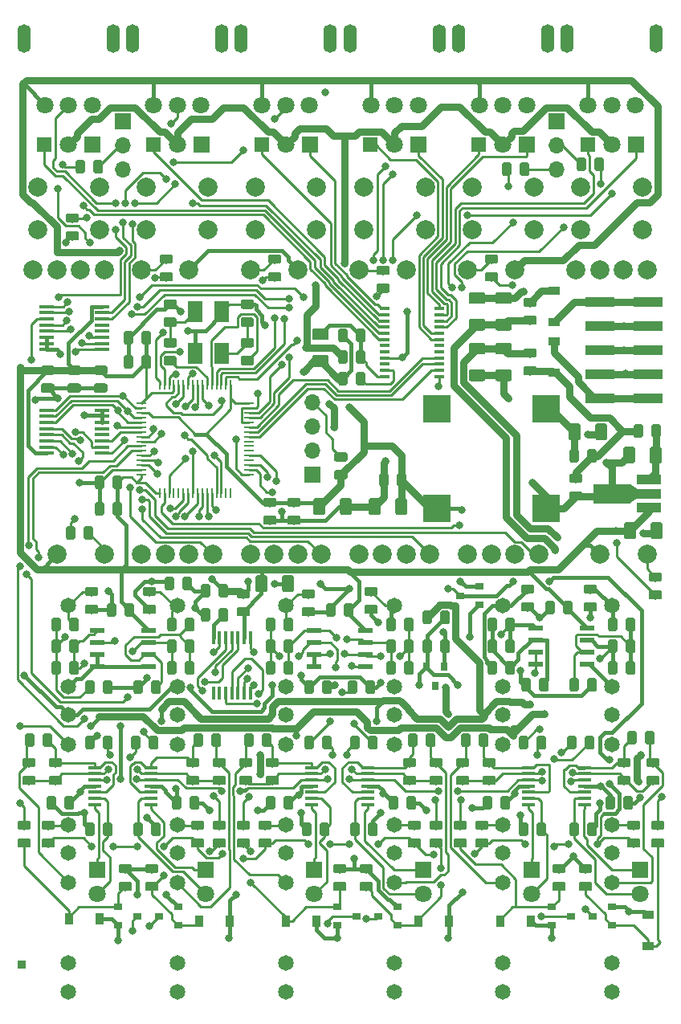
<source format=gbr>
G04 #@! TF.GenerationSoftware,KiCad,Pcbnew,(5.0.0-3-g5ebb6b6)*
G04 #@! TF.CreationDate,2019-01-01T15:02:40-08:00*
G04 #@! TF.ProjectId,Stages,5374616765732E6B696361645F706362,rev?*
G04 #@! TF.SameCoordinates,Original*
G04 #@! TF.FileFunction,Copper,L1,Top,Signal*
G04 #@! TF.FilePolarity,Positive*
%FSLAX46Y46*%
G04 Gerber Fmt 4.6, Leading zero omitted, Abs format (unit mm)*
G04 Created by KiCad (PCBNEW (5.0.0-3-g5ebb6b6)) date Tuesday, January 01, 2019 at 03:02:40 PM*
%MOMM*%
%LPD*%
G01*
G04 APERTURE LIST*
G04 #@! TA.AperFunction,Conductor*
%ADD10C,0.100000*%
G04 #@! TD*
G04 #@! TA.AperFunction,SMDPad,CuDef*
%ADD11C,1.250000*%
G04 #@! TD*
G04 #@! TA.AperFunction,SMDPad,CuDef*
%ADD12R,1.200000X0.900000*%
G04 #@! TD*
G04 #@! TA.AperFunction,SMDPad,CuDef*
%ADD13C,0.975000*%
G04 #@! TD*
G04 #@! TA.AperFunction,SMDPad,CuDef*
%ADD14R,3.150000X1.000000*%
G04 #@! TD*
G04 #@! TA.AperFunction,SMDPad,CuDef*
%ADD15R,2.500000X1.000000*%
G04 #@! TD*
G04 #@! TA.AperFunction,SMDPad,CuDef*
%ADD16R,4.000000X2.000000*%
G04 #@! TD*
G04 #@! TA.AperFunction,SMDPad,CuDef*
%ADD17C,0.750000*%
G04 #@! TD*
G04 #@! TA.AperFunction,SMDPad,CuDef*
%ADD18R,1.450000X0.450000*%
G04 #@! TD*
G04 #@! TA.AperFunction,SMDPad,CuDef*
%ADD19R,0.900000X1.200000*%
G04 #@! TD*
G04 #@! TA.AperFunction,SMDPad,CuDef*
%ADD20R,1.100000X0.400000*%
G04 #@! TD*
G04 #@! TA.AperFunction,SMDPad,CuDef*
%ADD21R,3.000000X3.000000*%
G04 #@! TD*
G04 #@! TA.AperFunction,SMDPad,CuDef*
%ADD22R,1.500000X0.450000*%
G04 #@! TD*
G04 #@! TA.AperFunction,SMDPad,CuDef*
%ADD23R,0.450000X1.450000*%
G04 #@! TD*
G04 #@! TA.AperFunction,SMDPad,CuDef*
%ADD24R,0.250000X1.000000*%
G04 #@! TD*
G04 #@! TA.AperFunction,SMDPad,CuDef*
%ADD25R,1.000000X0.250000*%
G04 #@! TD*
G04 #@! TA.AperFunction,SMDPad,CuDef*
%ADD26R,0.800000X0.900000*%
G04 #@! TD*
G04 #@! TA.AperFunction,ComponentPad*
%ADD27C,1.650000*%
G04 #@! TD*
G04 #@! TA.AperFunction,ComponentPad*
%ADD28O,1.700000X1.700000*%
G04 #@! TD*
G04 #@! TA.AperFunction,ComponentPad*
%ADD29R,1.700000X1.700000*%
G04 #@! TD*
G04 #@! TA.AperFunction,ComponentPad*
%ADD30C,1.800000*%
G04 #@! TD*
G04 #@! TA.AperFunction,ComponentPad*
%ADD31R,1.800000X1.800000*%
G04 #@! TD*
G04 #@! TA.AperFunction,ComponentPad*
%ADD32R,1.524000X1.524000*%
G04 #@! TD*
G04 #@! TA.AperFunction,SMDPad,CuDef*
%ADD33R,1.600000X2.200000*%
G04 #@! TD*
G04 #@! TA.AperFunction,SMDPad,CuDef*
%ADD34R,0.900000X0.800000*%
G04 #@! TD*
G04 #@! TA.AperFunction,ComponentPad*
%ADD35C,2.000000*%
G04 #@! TD*
G04 #@! TA.AperFunction,WasherPad*
%ADD36O,1.400000X3.000000*%
G04 #@! TD*
G04 #@! TA.AperFunction,SMDPad,CuDef*
%ADD37R,1.550000X0.600000*%
G04 #@! TD*
G04 #@! TA.AperFunction,ComponentPad*
%ADD38R,0.850000X0.850000*%
G04 #@! TD*
G04 #@! TA.AperFunction,ViaPad*
%ADD39C,0.800000*%
G04 #@! TD*
G04 #@! TA.AperFunction,Conductor*
%ADD40C,0.254000*%
G04 #@! TD*
G04 #@! TA.AperFunction,Conductor*
%ADD41C,0.762000*%
G04 #@! TD*
G04 #@! TA.AperFunction,Conductor*
%ADD42C,0.381000*%
G04 #@! TD*
G04 APERTURE END LIST*
D10*
G04 #@! TO.N,+3V3*
G04 #@! TO.C,C9*
G36*
X133619504Y-99964204D02*
X133643773Y-99967804D01*
X133667571Y-99973765D01*
X133690671Y-99982030D01*
X133712849Y-99992520D01*
X133733893Y-100005133D01*
X133753598Y-100019747D01*
X133771777Y-100036223D01*
X133788253Y-100054402D01*
X133802867Y-100074107D01*
X133815480Y-100095151D01*
X133825970Y-100117329D01*
X133834235Y-100140429D01*
X133840196Y-100164227D01*
X133843796Y-100188496D01*
X133845000Y-100213000D01*
X133845000Y-101463000D01*
X133843796Y-101487504D01*
X133840196Y-101511773D01*
X133834235Y-101535571D01*
X133825970Y-101558671D01*
X133815480Y-101580849D01*
X133802867Y-101601893D01*
X133788253Y-101621598D01*
X133771777Y-101639777D01*
X133753598Y-101656253D01*
X133733893Y-101670867D01*
X133712849Y-101683480D01*
X133690671Y-101693970D01*
X133667571Y-101702235D01*
X133643773Y-101708196D01*
X133619504Y-101711796D01*
X133595000Y-101713000D01*
X132845000Y-101713000D01*
X132820496Y-101711796D01*
X132796227Y-101708196D01*
X132772429Y-101702235D01*
X132749329Y-101693970D01*
X132727151Y-101683480D01*
X132706107Y-101670867D01*
X132686402Y-101656253D01*
X132668223Y-101639777D01*
X132651747Y-101621598D01*
X132637133Y-101601893D01*
X132624520Y-101580849D01*
X132614030Y-101558671D01*
X132605765Y-101535571D01*
X132599804Y-101511773D01*
X132596204Y-101487504D01*
X132595000Y-101463000D01*
X132595000Y-100213000D01*
X132596204Y-100188496D01*
X132599804Y-100164227D01*
X132605765Y-100140429D01*
X132614030Y-100117329D01*
X132624520Y-100095151D01*
X132637133Y-100074107D01*
X132651747Y-100054402D01*
X132668223Y-100036223D01*
X132686402Y-100019747D01*
X132706107Y-100005133D01*
X132727151Y-99992520D01*
X132749329Y-99982030D01*
X132772429Y-99973765D01*
X132796227Y-99967804D01*
X132820496Y-99964204D01*
X132845000Y-99963000D01*
X133595000Y-99963000D01*
X133619504Y-99964204D01*
X133619504Y-99964204D01*
G37*
D11*
G04 #@! TD*
G04 #@! TO.P,C9,1*
G04 #@! TO.N,+3V3*
X133220000Y-100838000D03*
D10*
G04 #@! TO.N,4051GND*
G04 #@! TO.C,C9*
G36*
X136419504Y-99964204D02*
X136443773Y-99967804D01*
X136467571Y-99973765D01*
X136490671Y-99982030D01*
X136512849Y-99992520D01*
X136533893Y-100005133D01*
X136553598Y-100019747D01*
X136571777Y-100036223D01*
X136588253Y-100054402D01*
X136602867Y-100074107D01*
X136615480Y-100095151D01*
X136625970Y-100117329D01*
X136634235Y-100140429D01*
X136640196Y-100164227D01*
X136643796Y-100188496D01*
X136645000Y-100213000D01*
X136645000Y-101463000D01*
X136643796Y-101487504D01*
X136640196Y-101511773D01*
X136634235Y-101535571D01*
X136625970Y-101558671D01*
X136615480Y-101580849D01*
X136602867Y-101601893D01*
X136588253Y-101621598D01*
X136571777Y-101639777D01*
X136553598Y-101656253D01*
X136533893Y-101670867D01*
X136512849Y-101683480D01*
X136490671Y-101693970D01*
X136467571Y-101702235D01*
X136443773Y-101708196D01*
X136419504Y-101711796D01*
X136395000Y-101713000D01*
X135645000Y-101713000D01*
X135620496Y-101711796D01*
X135596227Y-101708196D01*
X135572429Y-101702235D01*
X135549329Y-101693970D01*
X135527151Y-101683480D01*
X135506107Y-101670867D01*
X135486402Y-101656253D01*
X135468223Y-101639777D01*
X135451747Y-101621598D01*
X135437133Y-101601893D01*
X135424520Y-101580849D01*
X135414030Y-101558671D01*
X135405765Y-101535571D01*
X135399804Y-101511773D01*
X135396204Y-101487504D01*
X135395000Y-101463000D01*
X135395000Y-100213000D01*
X135396204Y-100188496D01*
X135399804Y-100164227D01*
X135405765Y-100140429D01*
X135414030Y-100117329D01*
X135424520Y-100095151D01*
X135437133Y-100074107D01*
X135451747Y-100054402D01*
X135468223Y-100036223D01*
X135486402Y-100019747D01*
X135506107Y-100005133D01*
X135527151Y-99992520D01*
X135549329Y-99982030D01*
X135572429Y-99973765D01*
X135596227Y-99967804D01*
X135620496Y-99964204D01*
X135645000Y-99963000D01*
X136395000Y-99963000D01*
X136419504Y-99964204D01*
X136419504Y-99964204D01*
G37*
D11*
G04 #@! TD*
G04 #@! TO.P,C9,2*
G04 #@! TO.N,4051GND*
X136020000Y-100838000D03*
D12*
G04 #@! TO.P,D2,1*
G04 #@! TO.N,Net-(C17-Pad1)*
X157988000Y-86740000D03*
G04 #@! TO.P,D2,2*
G04 #@! TO.N,Net-(D2-Pad2)*
X157988000Y-83440000D03*
G04 #@! TD*
D10*
G04 #@! TO.N,ADC_CV_2*
G04 #@! TO.C,R14*
G36*
X153605142Y-114871174D02*
X153628803Y-114874684D01*
X153652007Y-114880496D01*
X153674529Y-114888554D01*
X153696153Y-114898782D01*
X153716670Y-114911079D01*
X153735883Y-114925329D01*
X153753607Y-114941393D01*
X153769671Y-114959117D01*
X153783921Y-114978330D01*
X153796218Y-114998847D01*
X153806446Y-115020471D01*
X153814504Y-115042993D01*
X153820316Y-115066197D01*
X153823826Y-115089858D01*
X153825000Y-115113750D01*
X153825000Y-116026250D01*
X153823826Y-116050142D01*
X153820316Y-116073803D01*
X153814504Y-116097007D01*
X153806446Y-116119529D01*
X153796218Y-116141153D01*
X153783921Y-116161670D01*
X153769671Y-116180883D01*
X153753607Y-116198607D01*
X153735883Y-116214671D01*
X153716670Y-116228921D01*
X153696153Y-116241218D01*
X153674529Y-116251446D01*
X153652007Y-116259504D01*
X153628803Y-116265316D01*
X153605142Y-116268826D01*
X153581250Y-116270000D01*
X153093750Y-116270000D01*
X153069858Y-116268826D01*
X153046197Y-116265316D01*
X153022993Y-116259504D01*
X153000471Y-116251446D01*
X152978847Y-116241218D01*
X152958330Y-116228921D01*
X152939117Y-116214671D01*
X152921393Y-116198607D01*
X152905329Y-116180883D01*
X152891079Y-116161670D01*
X152878782Y-116141153D01*
X152868554Y-116119529D01*
X152860496Y-116097007D01*
X152854684Y-116073803D01*
X152851174Y-116050142D01*
X152850000Y-116026250D01*
X152850000Y-115113750D01*
X152851174Y-115089858D01*
X152854684Y-115066197D01*
X152860496Y-115042993D01*
X152868554Y-115020471D01*
X152878782Y-114998847D01*
X152891079Y-114978330D01*
X152905329Y-114959117D01*
X152921393Y-114941393D01*
X152939117Y-114925329D01*
X152958330Y-114911079D01*
X152978847Y-114898782D01*
X153000471Y-114888554D01*
X153022993Y-114880496D01*
X153046197Y-114874684D01*
X153069858Y-114871174D01*
X153093750Y-114870000D01*
X153581250Y-114870000D01*
X153605142Y-114871174D01*
X153605142Y-114871174D01*
G37*
D13*
G04 #@! TD*
G04 #@! TO.P,R14,1*
G04 #@! TO.N,ADC_CV_2*
X153337500Y-115570000D03*
D10*
G04 #@! TO.N,Net-(C32-Pad2)*
G04 #@! TO.C,R14*
G36*
X151730142Y-114871174D02*
X151753803Y-114874684D01*
X151777007Y-114880496D01*
X151799529Y-114888554D01*
X151821153Y-114898782D01*
X151841670Y-114911079D01*
X151860883Y-114925329D01*
X151878607Y-114941393D01*
X151894671Y-114959117D01*
X151908921Y-114978330D01*
X151921218Y-114998847D01*
X151931446Y-115020471D01*
X151939504Y-115042993D01*
X151945316Y-115066197D01*
X151948826Y-115089858D01*
X151950000Y-115113750D01*
X151950000Y-116026250D01*
X151948826Y-116050142D01*
X151945316Y-116073803D01*
X151939504Y-116097007D01*
X151931446Y-116119529D01*
X151921218Y-116141153D01*
X151908921Y-116161670D01*
X151894671Y-116180883D01*
X151878607Y-116198607D01*
X151860883Y-116214671D01*
X151841670Y-116228921D01*
X151821153Y-116241218D01*
X151799529Y-116251446D01*
X151777007Y-116259504D01*
X151753803Y-116265316D01*
X151730142Y-116268826D01*
X151706250Y-116270000D01*
X151218750Y-116270000D01*
X151194858Y-116268826D01*
X151171197Y-116265316D01*
X151147993Y-116259504D01*
X151125471Y-116251446D01*
X151103847Y-116241218D01*
X151083330Y-116228921D01*
X151064117Y-116214671D01*
X151046393Y-116198607D01*
X151030329Y-116180883D01*
X151016079Y-116161670D01*
X151003782Y-116141153D01*
X150993554Y-116119529D01*
X150985496Y-116097007D01*
X150979684Y-116073803D01*
X150976174Y-116050142D01*
X150975000Y-116026250D01*
X150975000Y-115113750D01*
X150976174Y-115089858D01*
X150979684Y-115066197D01*
X150985496Y-115042993D01*
X150993554Y-115020471D01*
X151003782Y-114998847D01*
X151016079Y-114978330D01*
X151030329Y-114959117D01*
X151046393Y-114941393D01*
X151064117Y-114925329D01*
X151083330Y-114911079D01*
X151103847Y-114898782D01*
X151125471Y-114888554D01*
X151147993Y-114880496D01*
X151171197Y-114874684D01*
X151194858Y-114871174D01*
X151218750Y-114870000D01*
X151706250Y-114870000D01*
X151730142Y-114871174D01*
X151730142Y-114871174D01*
G37*
D13*
G04 #@! TD*
G04 #@! TO.P,R14,2*
G04 #@! TO.N,Net-(C32-Pad2)*
X151462500Y-115570000D03*
D14*
G04 #@! TO.P,JP5,1*
G04 #@! TO.N,Net-(D2-Pad2)*
X167879000Y-89408000D03*
G04 #@! TO.P,JP5,2*
X162829000Y-89408000D03*
G04 #@! TO.P,JP5,3*
G04 #@! TO.N,4051GND*
X167879000Y-86868000D03*
G04 #@! TO.P,JP5,4*
X162829000Y-86868000D03*
G04 #@! TO.P,JP5,5*
X167879000Y-84328000D03*
G04 #@! TO.P,JP5,6*
X162829000Y-84328000D03*
G04 #@! TO.P,JP5,7*
X167879000Y-81788000D03*
G04 #@! TO.P,JP5,8*
X162829000Y-81788000D03*
G04 #@! TO.P,JP5,9*
G04 #@! TO.N,Net-(D1-Pad1)*
X167879000Y-79248000D03*
G04 #@! TO.P,JP5,10*
X162829000Y-79248000D03*
G04 #@! TD*
D15*
G04 #@! TO.P,IC7,1*
G04 #@! TO.N,+3V3_A*
X168006000Y-100981676D03*
G04 #@! TO.P,IC7,2*
G04 #@! TO.N,4051GND*
X168006000Y-99481676D03*
G04 #@! TO.P,IC7,3*
G04 #@! TO.N,Net-(C23-Pad1)*
X168006000Y-97981676D03*
D16*
G04 #@! TO.P,IC7,2*
G04 #@! TO.N,4051GND*
X164046000Y-99481676D03*
D17*
X166396000Y-99481676D03*
D10*
G04 #@! TD*
G04 #@! TO.N,4051GND*
G04 #@! TO.C,IC7*
G36*
X166021000Y-98481676D02*
X166771000Y-98981676D01*
X166771000Y-99981676D01*
X166021000Y-100481676D01*
X166021000Y-98481676D01*
X166021000Y-98481676D01*
G37*
G04 #@! TO.N,+3V3_A*
G04 #@! TO.C,C20*
G36*
X166385504Y-102504204D02*
X166409773Y-102507804D01*
X166433571Y-102513765D01*
X166456671Y-102522030D01*
X166478849Y-102532520D01*
X166499893Y-102545133D01*
X166519598Y-102559747D01*
X166537777Y-102576223D01*
X166554253Y-102594402D01*
X166568867Y-102614107D01*
X166581480Y-102635151D01*
X166591970Y-102657329D01*
X166600235Y-102680429D01*
X166606196Y-102704227D01*
X166609796Y-102728496D01*
X166611000Y-102753000D01*
X166611000Y-104003000D01*
X166609796Y-104027504D01*
X166606196Y-104051773D01*
X166600235Y-104075571D01*
X166591970Y-104098671D01*
X166581480Y-104120849D01*
X166568867Y-104141893D01*
X166554253Y-104161598D01*
X166537777Y-104179777D01*
X166519598Y-104196253D01*
X166499893Y-104210867D01*
X166478849Y-104223480D01*
X166456671Y-104233970D01*
X166433571Y-104242235D01*
X166409773Y-104248196D01*
X166385504Y-104251796D01*
X166361000Y-104253000D01*
X165611000Y-104253000D01*
X165586496Y-104251796D01*
X165562227Y-104248196D01*
X165538429Y-104242235D01*
X165515329Y-104233970D01*
X165493151Y-104223480D01*
X165472107Y-104210867D01*
X165452402Y-104196253D01*
X165434223Y-104179777D01*
X165417747Y-104161598D01*
X165403133Y-104141893D01*
X165390520Y-104120849D01*
X165380030Y-104098671D01*
X165371765Y-104075571D01*
X165365804Y-104051773D01*
X165362204Y-104027504D01*
X165361000Y-104003000D01*
X165361000Y-102753000D01*
X165362204Y-102728496D01*
X165365804Y-102704227D01*
X165371765Y-102680429D01*
X165380030Y-102657329D01*
X165390520Y-102635151D01*
X165403133Y-102614107D01*
X165417747Y-102594402D01*
X165434223Y-102576223D01*
X165452402Y-102559747D01*
X165472107Y-102545133D01*
X165493151Y-102532520D01*
X165515329Y-102522030D01*
X165538429Y-102513765D01*
X165562227Y-102507804D01*
X165586496Y-102504204D01*
X165611000Y-102503000D01*
X166361000Y-102503000D01*
X166385504Y-102504204D01*
X166385504Y-102504204D01*
G37*
D11*
G04 #@! TD*
G04 #@! TO.P,C20,1*
G04 #@! TO.N,+3V3_A*
X165986000Y-103378000D03*
D10*
G04 #@! TO.N,4051GND*
G04 #@! TO.C,C20*
G36*
X169185504Y-102504204D02*
X169209773Y-102507804D01*
X169233571Y-102513765D01*
X169256671Y-102522030D01*
X169278849Y-102532520D01*
X169299893Y-102545133D01*
X169319598Y-102559747D01*
X169337777Y-102576223D01*
X169354253Y-102594402D01*
X169368867Y-102614107D01*
X169381480Y-102635151D01*
X169391970Y-102657329D01*
X169400235Y-102680429D01*
X169406196Y-102704227D01*
X169409796Y-102728496D01*
X169411000Y-102753000D01*
X169411000Y-104003000D01*
X169409796Y-104027504D01*
X169406196Y-104051773D01*
X169400235Y-104075571D01*
X169391970Y-104098671D01*
X169381480Y-104120849D01*
X169368867Y-104141893D01*
X169354253Y-104161598D01*
X169337777Y-104179777D01*
X169319598Y-104196253D01*
X169299893Y-104210867D01*
X169278849Y-104223480D01*
X169256671Y-104233970D01*
X169233571Y-104242235D01*
X169209773Y-104248196D01*
X169185504Y-104251796D01*
X169161000Y-104253000D01*
X168411000Y-104253000D01*
X168386496Y-104251796D01*
X168362227Y-104248196D01*
X168338429Y-104242235D01*
X168315329Y-104233970D01*
X168293151Y-104223480D01*
X168272107Y-104210867D01*
X168252402Y-104196253D01*
X168234223Y-104179777D01*
X168217747Y-104161598D01*
X168203133Y-104141893D01*
X168190520Y-104120849D01*
X168180030Y-104098671D01*
X168171765Y-104075571D01*
X168165804Y-104051773D01*
X168162204Y-104027504D01*
X168161000Y-104003000D01*
X168161000Y-102753000D01*
X168162204Y-102728496D01*
X168165804Y-102704227D01*
X168171765Y-102680429D01*
X168180030Y-102657329D01*
X168190520Y-102635151D01*
X168203133Y-102614107D01*
X168217747Y-102594402D01*
X168234223Y-102576223D01*
X168252402Y-102559747D01*
X168272107Y-102545133D01*
X168293151Y-102532520D01*
X168315329Y-102522030D01*
X168338429Y-102513765D01*
X168362227Y-102507804D01*
X168386496Y-102504204D01*
X168411000Y-102503000D01*
X169161000Y-102503000D01*
X169185504Y-102504204D01*
X169185504Y-102504204D01*
G37*
D11*
G04 #@! TD*
G04 #@! TO.P,C20,2*
G04 #@! TO.N,4051GND*
X168786000Y-103378000D03*
D10*
G04 #@! TO.N,Net-(C23-Pad1)*
G04 #@! TO.C,L4*
G36*
X169009142Y-92178850D02*
X169032803Y-92182360D01*
X169056007Y-92188172D01*
X169078529Y-92196230D01*
X169100153Y-92206458D01*
X169120670Y-92218755D01*
X169139883Y-92233005D01*
X169157607Y-92249069D01*
X169173671Y-92266793D01*
X169187921Y-92286006D01*
X169200218Y-92306523D01*
X169210446Y-92328147D01*
X169218504Y-92350669D01*
X169224316Y-92373873D01*
X169227826Y-92397534D01*
X169229000Y-92421426D01*
X169229000Y-93333926D01*
X169227826Y-93357818D01*
X169224316Y-93381479D01*
X169218504Y-93404683D01*
X169210446Y-93427205D01*
X169200218Y-93448829D01*
X169187921Y-93469346D01*
X169173671Y-93488559D01*
X169157607Y-93506283D01*
X169139883Y-93522347D01*
X169120670Y-93536597D01*
X169100153Y-93548894D01*
X169078529Y-93559122D01*
X169056007Y-93567180D01*
X169032803Y-93572992D01*
X169009142Y-93576502D01*
X168985250Y-93577676D01*
X168497750Y-93577676D01*
X168473858Y-93576502D01*
X168450197Y-93572992D01*
X168426993Y-93567180D01*
X168404471Y-93559122D01*
X168382847Y-93548894D01*
X168362330Y-93536597D01*
X168343117Y-93522347D01*
X168325393Y-93506283D01*
X168309329Y-93488559D01*
X168295079Y-93469346D01*
X168282782Y-93448829D01*
X168272554Y-93427205D01*
X168264496Y-93404683D01*
X168258684Y-93381479D01*
X168255174Y-93357818D01*
X168254000Y-93333926D01*
X168254000Y-92421426D01*
X168255174Y-92397534D01*
X168258684Y-92373873D01*
X168264496Y-92350669D01*
X168272554Y-92328147D01*
X168282782Y-92306523D01*
X168295079Y-92286006D01*
X168309329Y-92266793D01*
X168325393Y-92249069D01*
X168343117Y-92233005D01*
X168362330Y-92218755D01*
X168382847Y-92206458D01*
X168404471Y-92196230D01*
X168426993Y-92188172D01*
X168450197Y-92182360D01*
X168473858Y-92178850D01*
X168497750Y-92177676D01*
X168985250Y-92177676D01*
X169009142Y-92178850D01*
X169009142Y-92178850D01*
G37*
D13*
G04 #@! TD*
G04 #@! TO.P,L4,1*
G04 #@! TO.N,Net-(C23-Pad1)*
X168741500Y-92877676D03*
D10*
G04 #@! TO.N,Net-(C17-Pad1)*
G04 #@! TO.C,L4*
G36*
X167134142Y-92178850D02*
X167157803Y-92182360D01*
X167181007Y-92188172D01*
X167203529Y-92196230D01*
X167225153Y-92206458D01*
X167245670Y-92218755D01*
X167264883Y-92233005D01*
X167282607Y-92249069D01*
X167298671Y-92266793D01*
X167312921Y-92286006D01*
X167325218Y-92306523D01*
X167335446Y-92328147D01*
X167343504Y-92350669D01*
X167349316Y-92373873D01*
X167352826Y-92397534D01*
X167354000Y-92421426D01*
X167354000Y-93333926D01*
X167352826Y-93357818D01*
X167349316Y-93381479D01*
X167343504Y-93404683D01*
X167335446Y-93427205D01*
X167325218Y-93448829D01*
X167312921Y-93469346D01*
X167298671Y-93488559D01*
X167282607Y-93506283D01*
X167264883Y-93522347D01*
X167245670Y-93536597D01*
X167225153Y-93548894D01*
X167203529Y-93559122D01*
X167181007Y-93567180D01*
X167157803Y-93572992D01*
X167134142Y-93576502D01*
X167110250Y-93577676D01*
X166622750Y-93577676D01*
X166598858Y-93576502D01*
X166575197Y-93572992D01*
X166551993Y-93567180D01*
X166529471Y-93559122D01*
X166507847Y-93548894D01*
X166487330Y-93536597D01*
X166468117Y-93522347D01*
X166450393Y-93506283D01*
X166434329Y-93488559D01*
X166420079Y-93469346D01*
X166407782Y-93448829D01*
X166397554Y-93427205D01*
X166389496Y-93404683D01*
X166383684Y-93381479D01*
X166380174Y-93357818D01*
X166379000Y-93333926D01*
X166379000Y-92421426D01*
X166380174Y-92397534D01*
X166383684Y-92373873D01*
X166389496Y-92350669D01*
X166397554Y-92328147D01*
X166407782Y-92306523D01*
X166420079Y-92286006D01*
X166434329Y-92266793D01*
X166450393Y-92249069D01*
X166468117Y-92233005D01*
X166487330Y-92218755D01*
X166507847Y-92206458D01*
X166529471Y-92196230D01*
X166551993Y-92188172D01*
X166575197Y-92182360D01*
X166598858Y-92178850D01*
X166622750Y-92177676D01*
X167110250Y-92177676D01*
X167134142Y-92178850D01*
X167134142Y-92178850D01*
G37*
D13*
G04 #@! TD*
G04 #@! TO.P,L4,2*
G04 #@! TO.N,Net-(C17-Pad1)*
X166866500Y-92877676D03*
D10*
G04 #@! TO.N,4051GND*
G04 #@! TO.C,C23*
G36*
X166295504Y-94543880D02*
X166319773Y-94547480D01*
X166343571Y-94553441D01*
X166366671Y-94561706D01*
X166388849Y-94572196D01*
X166409893Y-94584809D01*
X166429598Y-94599423D01*
X166447777Y-94615899D01*
X166464253Y-94634078D01*
X166478867Y-94653783D01*
X166491480Y-94674827D01*
X166501970Y-94697005D01*
X166510235Y-94720105D01*
X166516196Y-94743903D01*
X166519796Y-94768172D01*
X166521000Y-94792676D01*
X166521000Y-96042676D01*
X166519796Y-96067180D01*
X166516196Y-96091449D01*
X166510235Y-96115247D01*
X166501970Y-96138347D01*
X166491480Y-96160525D01*
X166478867Y-96181569D01*
X166464253Y-96201274D01*
X166447777Y-96219453D01*
X166429598Y-96235929D01*
X166409893Y-96250543D01*
X166388849Y-96263156D01*
X166366671Y-96273646D01*
X166343571Y-96281911D01*
X166319773Y-96287872D01*
X166295504Y-96291472D01*
X166271000Y-96292676D01*
X165521000Y-96292676D01*
X165496496Y-96291472D01*
X165472227Y-96287872D01*
X165448429Y-96281911D01*
X165425329Y-96273646D01*
X165403151Y-96263156D01*
X165382107Y-96250543D01*
X165362402Y-96235929D01*
X165344223Y-96219453D01*
X165327747Y-96201274D01*
X165313133Y-96181569D01*
X165300520Y-96160525D01*
X165290030Y-96138347D01*
X165281765Y-96115247D01*
X165275804Y-96091449D01*
X165272204Y-96067180D01*
X165271000Y-96042676D01*
X165271000Y-94792676D01*
X165272204Y-94768172D01*
X165275804Y-94743903D01*
X165281765Y-94720105D01*
X165290030Y-94697005D01*
X165300520Y-94674827D01*
X165313133Y-94653783D01*
X165327747Y-94634078D01*
X165344223Y-94615899D01*
X165362402Y-94599423D01*
X165382107Y-94584809D01*
X165403151Y-94572196D01*
X165425329Y-94561706D01*
X165448429Y-94553441D01*
X165472227Y-94547480D01*
X165496496Y-94543880D01*
X165521000Y-94542676D01*
X166271000Y-94542676D01*
X166295504Y-94543880D01*
X166295504Y-94543880D01*
G37*
D11*
G04 #@! TD*
G04 #@! TO.P,C23,2*
G04 #@! TO.N,4051GND*
X165896000Y-95417676D03*
D10*
G04 #@! TO.N,Net-(C23-Pad1)*
G04 #@! TO.C,C23*
G36*
X169095504Y-94543880D02*
X169119773Y-94547480D01*
X169143571Y-94553441D01*
X169166671Y-94561706D01*
X169188849Y-94572196D01*
X169209893Y-94584809D01*
X169229598Y-94599423D01*
X169247777Y-94615899D01*
X169264253Y-94634078D01*
X169278867Y-94653783D01*
X169291480Y-94674827D01*
X169301970Y-94697005D01*
X169310235Y-94720105D01*
X169316196Y-94743903D01*
X169319796Y-94768172D01*
X169321000Y-94792676D01*
X169321000Y-96042676D01*
X169319796Y-96067180D01*
X169316196Y-96091449D01*
X169310235Y-96115247D01*
X169301970Y-96138347D01*
X169291480Y-96160525D01*
X169278867Y-96181569D01*
X169264253Y-96201274D01*
X169247777Y-96219453D01*
X169229598Y-96235929D01*
X169209893Y-96250543D01*
X169188849Y-96263156D01*
X169166671Y-96273646D01*
X169143571Y-96281911D01*
X169119773Y-96287872D01*
X169095504Y-96291472D01*
X169071000Y-96292676D01*
X168321000Y-96292676D01*
X168296496Y-96291472D01*
X168272227Y-96287872D01*
X168248429Y-96281911D01*
X168225329Y-96273646D01*
X168203151Y-96263156D01*
X168182107Y-96250543D01*
X168162402Y-96235929D01*
X168144223Y-96219453D01*
X168127747Y-96201274D01*
X168113133Y-96181569D01*
X168100520Y-96160525D01*
X168090030Y-96138347D01*
X168081765Y-96115247D01*
X168075804Y-96091449D01*
X168072204Y-96067180D01*
X168071000Y-96042676D01*
X168071000Y-94792676D01*
X168072204Y-94768172D01*
X168075804Y-94743903D01*
X168081765Y-94720105D01*
X168090030Y-94697005D01*
X168100520Y-94674827D01*
X168113133Y-94653783D01*
X168127747Y-94634078D01*
X168144223Y-94615899D01*
X168162402Y-94599423D01*
X168182107Y-94584809D01*
X168203151Y-94572196D01*
X168225329Y-94561706D01*
X168248429Y-94553441D01*
X168272227Y-94547480D01*
X168296496Y-94543880D01*
X168321000Y-94542676D01*
X169071000Y-94542676D01*
X169095504Y-94543880D01*
X169095504Y-94543880D01*
G37*
D11*
G04 #@! TD*
G04 #@! TO.P,C23,1*
G04 #@! TO.N,Net-(C23-Pad1)*
X168696000Y-95417676D03*
D10*
G04 #@! TO.N,4051GND*
G04 #@! TO.C,R72*
G36*
X135862142Y-138530174D02*
X135885803Y-138533684D01*
X135909007Y-138539496D01*
X135931529Y-138547554D01*
X135953153Y-138557782D01*
X135973670Y-138570079D01*
X135992883Y-138584329D01*
X136010607Y-138600393D01*
X136026671Y-138618117D01*
X136040921Y-138637330D01*
X136053218Y-138657847D01*
X136063446Y-138679471D01*
X136071504Y-138701993D01*
X136077316Y-138725197D01*
X136080826Y-138748858D01*
X136082000Y-138772750D01*
X136082000Y-139260250D01*
X136080826Y-139284142D01*
X136077316Y-139307803D01*
X136071504Y-139331007D01*
X136063446Y-139353529D01*
X136053218Y-139375153D01*
X136040921Y-139395670D01*
X136026671Y-139414883D01*
X136010607Y-139432607D01*
X135992883Y-139448671D01*
X135973670Y-139462921D01*
X135953153Y-139475218D01*
X135931529Y-139485446D01*
X135909007Y-139493504D01*
X135885803Y-139499316D01*
X135862142Y-139502826D01*
X135838250Y-139504000D01*
X134925750Y-139504000D01*
X134901858Y-139502826D01*
X134878197Y-139499316D01*
X134854993Y-139493504D01*
X134832471Y-139485446D01*
X134810847Y-139475218D01*
X134790330Y-139462921D01*
X134771117Y-139448671D01*
X134753393Y-139432607D01*
X134737329Y-139414883D01*
X134723079Y-139395670D01*
X134710782Y-139375153D01*
X134700554Y-139353529D01*
X134692496Y-139331007D01*
X134686684Y-139307803D01*
X134683174Y-139284142D01*
X134682000Y-139260250D01*
X134682000Y-138772750D01*
X134683174Y-138748858D01*
X134686684Y-138725197D01*
X134692496Y-138701993D01*
X134700554Y-138679471D01*
X134710782Y-138657847D01*
X134723079Y-138637330D01*
X134737329Y-138618117D01*
X134753393Y-138600393D01*
X134771117Y-138584329D01*
X134790330Y-138570079D01*
X134810847Y-138557782D01*
X134832471Y-138547554D01*
X134854993Y-138539496D01*
X134878197Y-138533684D01*
X134901858Y-138530174D01*
X134925750Y-138529000D01*
X135838250Y-138529000D01*
X135862142Y-138530174D01*
X135862142Y-138530174D01*
G37*
D13*
G04 #@! TD*
G04 #@! TO.P,R72,1*
G04 #@! TO.N,4051GND*
X135382000Y-139016500D03*
D10*
G04 #@! TO.N,Net-(D8-Pad1)*
G04 #@! TO.C,R72*
G36*
X135862142Y-140405174D02*
X135885803Y-140408684D01*
X135909007Y-140414496D01*
X135931529Y-140422554D01*
X135953153Y-140432782D01*
X135973670Y-140445079D01*
X135992883Y-140459329D01*
X136010607Y-140475393D01*
X136026671Y-140493117D01*
X136040921Y-140512330D01*
X136053218Y-140532847D01*
X136063446Y-140554471D01*
X136071504Y-140576993D01*
X136077316Y-140600197D01*
X136080826Y-140623858D01*
X136082000Y-140647750D01*
X136082000Y-141135250D01*
X136080826Y-141159142D01*
X136077316Y-141182803D01*
X136071504Y-141206007D01*
X136063446Y-141228529D01*
X136053218Y-141250153D01*
X136040921Y-141270670D01*
X136026671Y-141289883D01*
X136010607Y-141307607D01*
X135992883Y-141323671D01*
X135973670Y-141337921D01*
X135953153Y-141350218D01*
X135931529Y-141360446D01*
X135909007Y-141368504D01*
X135885803Y-141374316D01*
X135862142Y-141377826D01*
X135838250Y-141379000D01*
X134925750Y-141379000D01*
X134901858Y-141377826D01*
X134878197Y-141374316D01*
X134854993Y-141368504D01*
X134832471Y-141360446D01*
X134810847Y-141350218D01*
X134790330Y-141337921D01*
X134771117Y-141323671D01*
X134753393Y-141307607D01*
X134737329Y-141289883D01*
X134723079Y-141270670D01*
X134710782Y-141250153D01*
X134700554Y-141228529D01*
X134692496Y-141206007D01*
X134686684Y-141182803D01*
X134683174Y-141159142D01*
X134682000Y-141135250D01*
X134682000Y-140647750D01*
X134683174Y-140623858D01*
X134686684Y-140600197D01*
X134692496Y-140576993D01*
X134700554Y-140554471D01*
X134710782Y-140532847D01*
X134723079Y-140512330D01*
X134737329Y-140493117D01*
X134753393Y-140475393D01*
X134771117Y-140459329D01*
X134790330Y-140445079D01*
X134810847Y-140432782D01*
X134832471Y-140422554D01*
X134854993Y-140414496D01*
X134878197Y-140408684D01*
X134901858Y-140405174D01*
X134925750Y-140404000D01*
X135838250Y-140404000D01*
X135862142Y-140405174D01*
X135862142Y-140405174D01*
G37*
D13*
G04 #@! TD*
G04 #@! TO.P,R72,2*
G04 #@! TO.N,Net-(D8-Pad1)*
X135382000Y-140891500D03*
D10*
G04 #@! TO.N,Net-(J10-PadP$1)*
G04 #@! TO.C,R76*
G36*
X125702142Y-133958174D02*
X125725803Y-133961684D01*
X125749007Y-133967496D01*
X125771529Y-133975554D01*
X125793153Y-133985782D01*
X125813670Y-133998079D01*
X125832883Y-134012329D01*
X125850607Y-134028393D01*
X125866671Y-134046117D01*
X125880921Y-134065330D01*
X125893218Y-134085847D01*
X125903446Y-134107471D01*
X125911504Y-134129993D01*
X125917316Y-134153197D01*
X125920826Y-134176858D01*
X125922000Y-134200750D01*
X125922000Y-134688250D01*
X125920826Y-134712142D01*
X125917316Y-134735803D01*
X125911504Y-134759007D01*
X125903446Y-134781529D01*
X125893218Y-134803153D01*
X125880921Y-134823670D01*
X125866671Y-134842883D01*
X125850607Y-134860607D01*
X125832883Y-134876671D01*
X125813670Y-134890921D01*
X125793153Y-134903218D01*
X125771529Y-134913446D01*
X125749007Y-134921504D01*
X125725803Y-134927316D01*
X125702142Y-134930826D01*
X125678250Y-134932000D01*
X124765750Y-134932000D01*
X124741858Y-134930826D01*
X124718197Y-134927316D01*
X124694993Y-134921504D01*
X124672471Y-134913446D01*
X124650847Y-134903218D01*
X124630330Y-134890921D01*
X124611117Y-134876671D01*
X124593393Y-134860607D01*
X124577329Y-134842883D01*
X124563079Y-134823670D01*
X124550782Y-134803153D01*
X124540554Y-134781529D01*
X124532496Y-134759007D01*
X124526684Y-134735803D01*
X124523174Y-134712142D01*
X124522000Y-134688250D01*
X124522000Y-134200750D01*
X124523174Y-134176858D01*
X124526684Y-134153197D01*
X124532496Y-134129993D01*
X124540554Y-134107471D01*
X124550782Y-134085847D01*
X124563079Y-134065330D01*
X124577329Y-134046117D01*
X124593393Y-134028393D01*
X124611117Y-134012329D01*
X124630330Y-133998079D01*
X124650847Y-133985782D01*
X124672471Y-133975554D01*
X124694993Y-133967496D01*
X124718197Y-133961684D01*
X124741858Y-133958174D01*
X124765750Y-133957000D01*
X125678250Y-133957000D01*
X125702142Y-133958174D01*
X125702142Y-133958174D01*
G37*
D13*
G04 #@! TD*
G04 #@! TO.P,R76,1*
G04 #@! TO.N,Net-(J10-PadP$1)*
X125222000Y-134444500D03*
D10*
G04 #@! TO.N,Net-(D8-Pad1)*
G04 #@! TO.C,R76*
G36*
X125702142Y-135833174D02*
X125725803Y-135836684D01*
X125749007Y-135842496D01*
X125771529Y-135850554D01*
X125793153Y-135860782D01*
X125813670Y-135873079D01*
X125832883Y-135887329D01*
X125850607Y-135903393D01*
X125866671Y-135921117D01*
X125880921Y-135940330D01*
X125893218Y-135960847D01*
X125903446Y-135982471D01*
X125911504Y-136004993D01*
X125917316Y-136028197D01*
X125920826Y-136051858D01*
X125922000Y-136075750D01*
X125922000Y-136563250D01*
X125920826Y-136587142D01*
X125917316Y-136610803D01*
X125911504Y-136634007D01*
X125903446Y-136656529D01*
X125893218Y-136678153D01*
X125880921Y-136698670D01*
X125866671Y-136717883D01*
X125850607Y-136735607D01*
X125832883Y-136751671D01*
X125813670Y-136765921D01*
X125793153Y-136778218D01*
X125771529Y-136788446D01*
X125749007Y-136796504D01*
X125725803Y-136802316D01*
X125702142Y-136805826D01*
X125678250Y-136807000D01*
X124765750Y-136807000D01*
X124741858Y-136805826D01*
X124718197Y-136802316D01*
X124694993Y-136796504D01*
X124672471Y-136788446D01*
X124650847Y-136778218D01*
X124630330Y-136765921D01*
X124611117Y-136751671D01*
X124593393Y-136735607D01*
X124577329Y-136717883D01*
X124563079Y-136698670D01*
X124550782Y-136678153D01*
X124540554Y-136656529D01*
X124532496Y-136634007D01*
X124526684Y-136610803D01*
X124523174Y-136587142D01*
X124522000Y-136563250D01*
X124522000Y-136075750D01*
X124523174Y-136051858D01*
X124526684Y-136028197D01*
X124532496Y-136004993D01*
X124540554Y-135982471D01*
X124550782Y-135960847D01*
X124563079Y-135940330D01*
X124577329Y-135921117D01*
X124593393Y-135903393D01*
X124611117Y-135887329D01*
X124630330Y-135873079D01*
X124650847Y-135860782D01*
X124672471Y-135850554D01*
X124694993Y-135842496D01*
X124718197Y-135836684D01*
X124741858Y-135833174D01*
X124765750Y-135832000D01*
X125678250Y-135832000D01*
X125702142Y-135833174D01*
X125702142Y-135833174D01*
G37*
D13*
G04 #@! TD*
G04 #@! TO.P,R76,2*
G04 #@! TO.N,Net-(D8-Pad1)*
X125222000Y-136319500D03*
D10*
G04 #@! TO.N,VCC*
G04 #@! TO.C,C54*
G36*
X153097142Y-131381174D02*
X153120803Y-131384684D01*
X153144007Y-131390496D01*
X153166529Y-131398554D01*
X153188153Y-131408782D01*
X153208670Y-131421079D01*
X153227883Y-131435329D01*
X153245607Y-131451393D01*
X153261671Y-131469117D01*
X153275921Y-131488330D01*
X153288218Y-131508847D01*
X153298446Y-131530471D01*
X153306504Y-131552993D01*
X153312316Y-131576197D01*
X153315826Y-131599858D01*
X153317000Y-131623750D01*
X153317000Y-132536250D01*
X153315826Y-132560142D01*
X153312316Y-132583803D01*
X153306504Y-132607007D01*
X153298446Y-132629529D01*
X153288218Y-132651153D01*
X153275921Y-132671670D01*
X153261671Y-132690883D01*
X153245607Y-132708607D01*
X153227883Y-132724671D01*
X153208670Y-132738921D01*
X153188153Y-132751218D01*
X153166529Y-132761446D01*
X153144007Y-132769504D01*
X153120803Y-132775316D01*
X153097142Y-132778826D01*
X153073250Y-132780000D01*
X152585750Y-132780000D01*
X152561858Y-132778826D01*
X152538197Y-132775316D01*
X152514993Y-132769504D01*
X152492471Y-132761446D01*
X152470847Y-132751218D01*
X152450330Y-132738921D01*
X152431117Y-132724671D01*
X152413393Y-132708607D01*
X152397329Y-132690883D01*
X152383079Y-132671670D01*
X152370782Y-132651153D01*
X152360554Y-132629529D01*
X152352496Y-132607007D01*
X152346684Y-132583803D01*
X152343174Y-132560142D01*
X152342000Y-132536250D01*
X152342000Y-131623750D01*
X152343174Y-131599858D01*
X152346684Y-131576197D01*
X152352496Y-131552993D01*
X152360554Y-131530471D01*
X152370782Y-131508847D01*
X152383079Y-131488330D01*
X152397329Y-131469117D01*
X152413393Y-131451393D01*
X152431117Y-131435329D01*
X152450330Y-131421079D01*
X152470847Y-131408782D01*
X152492471Y-131398554D01*
X152514993Y-131390496D01*
X152538197Y-131384684D01*
X152561858Y-131381174D01*
X152585750Y-131380000D01*
X153073250Y-131380000D01*
X153097142Y-131381174D01*
X153097142Y-131381174D01*
G37*
D13*
G04 #@! TD*
G04 #@! TO.P,C54,1*
G04 #@! TO.N,VCC*
X152829500Y-132080000D03*
D10*
G04 #@! TO.N,4051GND*
G04 #@! TO.C,C54*
G36*
X151222142Y-131381174D02*
X151245803Y-131384684D01*
X151269007Y-131390496D01*
X151291529Y-131398554D01*
X151313153Y-131408782D01*
X151333670Y-131421079D01*
X151352883Y-131435329D01*
X151370607Y-131451393D01*
X151386671Y-131469117D01*
X151400921Y-131488330D01*
X151413218Y-131508847D01*
X151423446Y-131530471D01*
X151431504Y-131552993D01*
X151437316Y-131576197D01*
X151440826Y-131599858D01*
X151442000Y-131623750D01*
X151442000Y-132536250D01*
X151440826Y-132560142D01*
X151437316Y-132583803D01*
X151431504Y-132607007D01*
X151423446Y-132629529D01*
X151413218Y-132651153D01*
X151400921Y-132671670D01*
X151386671Y-132690883D01*
X151370607Y-132708607D01*
X151352883Y-132724671D01*
X151333670Y-132738921D01*
X151313153Y-132751218D01*
X151291529Y-132761446D01*
X151269007Y-132769504D01*
X151245803Y-132775316D01*
X151222142Y-132778826D01*
X151198250Y-132780000D01*
X150710750Y-132780000D01*
X150686858Y-132778826D01*
X150663197Y-132775316D01*
X150639993Y-132769504D01*
X150617471Y-132761446D01*
X150595847Y-132751218D01*
X150575330Y-132738921D01*
X150556117Y-132724671D01*
X150538393Y-132708607D01*
X150522329Y-132690883D01*
X150508079Y-132671670D01*
X150495782Y-132651153D01*
X150485554Y-132629529D01*
X150477496Y-132607007D01*
X150471684Y-132583803D01*
X150468174Y-132560142D01*
X150467000Y-132536250D01*
X150467000Y-131623750D01*
X150468174Y-131599858D01*
X150471684Y-131576197D01*
X150477496Y-131552993D01*
X150485554Y-131530471D01*
X150495782Y-131508847D01*
X150508079Y-131488330D01*
X150522329Y-131469117D01*
X150538393Y-131451393D01*
X150556117Y-131435329D01*
X150575330Y-131421079D01*
X150595847Y-131408782D01*
X150617471Y-131398554D01*
X150639993Y-131390496D01*
X150663197Y-131384684D01*
X150686858Y-131381174D01*
X150710750Y-131380000D01*
X151198250Y-131380000D01*
X151222142Y-131381174D01*
X151222142Y-131381174D01*
G37*
D13*
G04 #@! TD*
G04 #@! TO.P,C54,2*
G04 #@! TO.N,4051GND*
X150954500Y-132080000D03*
D10*
G04 #@! TO.N,NORMALIZATION_PROBE*
G04 #@! TO.C,R60*
G36*
X105128142Y-135833174D02*
X105151803Y-135836684D01*
X105175007Y-135842496D01*
X105197529Y-135850554D01*
X105219153Y-135860782D01*
X105239670Y-135873079D01*
X105258883Y-135887329D01*
X105276607Y-135903393D01*
X105292671Y-135921117D01*
X105306921Y-135940330D01*
X105319218Y-135960847D01*
X105329446Y-135982471D01*
X105337504Y-136004993D01*
X105343316Y-136028197D01*
X105346826Y-136051858D01*
X105348000Y-136075750D01*
X105348000Y-136563250D01*
X105346826Y-136587142D01*
X105343316Y-136610803D01*
X105337504Y-136634007D01*
X105329446Y-136656529D01*
X105319218Y-136678153D01*
X105306921Y-136698670D01*
X105292671Y-136717883D01*
X105276607Y-136735607D01*
X105258883Y-136751671D01*
X105239670Y-136765921D01*
X105219153Y-136778218D01*
X105197529Y-136788446D01*
X105175007Y-136796504D01*
X105151803Y-136802316D01*
X105128142Y-136805826D01*
X105104250Y-136807000D01*
X104191750Y-136807000D01*
X104167858Y-136805826D01*
X104144197Y-136802316D01*
X104120993Y-136796504D01*
X104098471Y-136788446D01*
X104076847Y-136778218D01*
X104056330Y-136765921D01*
X104037117Y-136751671D01*
X104019393Y-136735607D01*
X104003329Y-136717883D01*
X103989079Y-136698670D01*
X103976782Y-136678153D01*
X103966554Y-136656529D01*
X103958496Y-136634007D01*
X103952684Y-136610803D01*
X103949174Y-136587142D01*
X103948000Y-136563250D01*
X103948000Y-136075750D01*
X103949174Y-136051858D01*
X103952684Y-136028197D01*
X103958496Y-136004993D01*
X103966554Y-135982471D01*
X103976782Y-135960847D01*
X103989079Y-135940330D01*
X104003329Y-135921117D01*
X104019393Y-135903393D01*
X104037117Y-135887329D01*
X104056330Y-135873079D01*
X104076847Y-135860782D01*
X104098471Y-135850554D01*
X104120993Y-135842496D01*
X104144197Y-135836684D01*
X104167858Y-135833174D01*
X104191750Y-135832000D01*
X105104250Y-135832000D01*
X105128142Y-135833174D01*
X105128142Y-135833174D01*
G37*
D13*
G04 #@! TD*
G04 #@! TO.P,R60,2*
G04 #@! TO.N,NORMALIZATION_PROBE*
X104648000Y-136319500D03*
D10*
G04 #@! TO.N,Net-(J12-PadP$2)*
G04 #@! TO.C,R60*
G36*
X105128142Y-133958174D02*
X105151803Y-133961684D01*
X105175007Y-133967496D01*
X105197529Y-133975554D01*
X105219153Y-133985782D01*
X105239670Y-133998079D01*
X105258883Y-134012329D01*
X105276607Y-134028393D01*
X105292671Y-134046117D01*
X105306921Y-134065330D01*
X105319218Y-134085847D01*
X105329446Y-134107471D01*
X105337504Y-134129993D01*
X105343316Y-134153197D01*
X105346826Y-134176858D01*
X105348000Y-134200750D01*
X105348000Y-134688250D01*
X105346826Y-134712142D01*
X105343316Y-134735803D01*
X105337504Y-134759007D01*
X105329446Y-134781529D01*
X105319218Y-134803153D01*
X105306921Y-134823670D01*
X105292671Y-134842883D01*
X105276607Y-134860607D01*
X105258883Y-134876671D01*
X105239670Y-134890921D01*
X105219153Y-134903218D01*
X105197529Y-134913446D01*
X105175007Y-134921504D01*
X105151803Y-134927316D01*
X105128142Y-134930826D01*
X105104250Y-134932000D01*
X104191750Y-134932000D01*
X104167858Y-134930826D01*
X104144197Y-134927316D01*
X104120993Y-134921504D01*
X104098471Y-134913446D01*
X104076847Y-134903218D01*
X104056330Y-134890921D01*
X104037117Y-134876671D01*
X104019393Y-134860607D01*
X104003329Y-134842883D01*
X103989079Y-134823670D01*
X103976782Y-134803153D01*
X103966554Y-134781529D01*
X103958496Y-134759007D01*
X103952684Y-134735803D01*
X103949174Y-134712142D01*
X103948000Y-134688250D01*
X103948000Y-134200750D01*
X103949174Y-134176858D01*
X103952684Y-134153197D01*
X103958496Y-134129993D01*
X103966554Y-134107471D01*
X103976782Y-134085847D01*
X103989079Y-134065330D01*
X104003329Y-134046117D01*
X104019393Y-134028393D01*
X104037117Y-134012329D01*
X104056330Y-133998079D01*
X104076847Y-133985782D01*
X104098471Y-133975554D01*
X104120993Y-133967496D01*
X104144197Y-133961684D01*
X104167858Y-133958174D01*
X104191750Y-133957000D01*
X105104250Y-133957000D01*
X105128142Y-133958174D01*
X105128142Y-133958174D01*
G37*
D13*
G04 #@! TD*
G04 #@! TO.P,R60,1*
G04 #@! TO.N,Net-(J12-PadP$2)*
X104648000Y-134444500D03*
D18*
G04 #@! TO.P,IC14,1*
G04 #@! TO.N,Net-(C48-Pad1)*
X155292000Y-128352000D03*
G04 #@! TO.P,IC14,2*
G04 #@! TO.N,Net-(C48-Pad2)*
X155292000Y-129002000D03*
G04 #@! TO.P,IC14,3*
G04 #@! TO.N,VREF_BIAS*
X155292000Y-129652000D03*
G04 #@! TO.P,IC14,4*
G04 #@! TO.N,VCC*
X155292000Y-130302000D03*
G04 #@! TO.P,IC14,5*
G04 #@! TO.N,Net-(C48-Pad1)*
X155292000Y-130952000D03*
G04 #@! TO.P,IC14,6*
G04 #@! TO.N,Net-(IC14-Pad6)*
X155292000Y-131602000D03*
G04 #@! TO.P,IC14,7*
G04 #@! TO.N,Net-(IC14-Pad7)*
X155292000Y-132252000D03*
G04 #@! TO.P,IC14,8*
G04 #@! TO.N,Net-(IC14-Pad8)*
X161192000Y-132252000D03*
G04 #@! TO.P,IC14,9*
G04 #@! TO.N,Net-(IC14-Pad9)*
X161192000Y-131602000D03*
G04 #@! TO.P,IC14,10*
G04 #@! TO.N,Net-(C49-Pad1)*
X161192000Y-130952000D03*
G04 #@! TO.P,IC14,11*
G04 #@! TO.N,VEE*
X161192000Y-130302000D03*
G04 #@! TO.P,IC14,12*
G04 #@! TO.N,VREF_BIAS*
X161192000Y-129652000D03*
G04 #@! TO.P,IC14,13*
G04 #@! TO.N,Net-(C49-Pad2)*
X161192000Y-129002000D03*
G04 #@! TO.P,IC14,14*
G04 #@! TO.N,Net-(C49-Pad1)*
X161192000Y-128352000D03*
G04 #@! TD*
D10*
G04 #@! TO.N,Net-(C44-Pad1)*
G04 #@! TO.C,C44*
G36*
X105890142Y-127354174D02*
X105913803Y-127357684D01*
X105937007Y-127363496D01*
X105959529Y-127371554D01*
X105981153Y-127381782D01*
X106001670Y-127394079D01*
X106020883Y-127408329D01*
X106038607Y-127424393D01*
X106054671Y-127442117D01*
X106068921Y-127461330D01*
X106081218Y-127481847D01*
X106091446Y-127503471D01*
X106099504Y-127525993D01*
X106105316Y-127549197D01*
X106108826Y-127572858D01*
X106110000Y-127596750D01*
X106110000Y-128084250D01*
X106108826Y-128108142D01*
X106105316Y-128131803D01*
X106099504Y-128155007D01*
X106091446Y-128177529D01*
X106081218Y-128199153D01*
X106068921Y-128219670D01*
X106054671Y-128238883D01*
X106038607Y-128256607D01*
X106020883Y-128272671D01*
X106001670Y-128286921D01*
X105981153Y-128299218D01*
X105959529Y-128309446D01*
X105937007Y-128317504D01*
X105913803Y-128323316D01*
X105890142Y-128326826D01*
X105866250Y-128328000D01*
X104953750Y-128328000D01*
X104929858Y-128326826D01*
X104906197Y-128323316D01*
X104882993Y-128317504D01*
X104860471Y-128309446D01*
X104838847Y-128299218D01*
X104818330Y-128286921D01*
X104799117Y-128272671D01*
X104781393Y-128256607D01*
X104765329Y-128238883D01*
X104751079Y-128219670D01*
X104738782Y-128199153D01*
X104728554Y-128177529D01*
X104720496Y-128155007D01*
X104714684Y-128131803D01*
X104711174Y-128108142D01*
X104710000Y-128084250D01*
X104710000Y-127596750D01*
X104711174Y-127572858D01*
X104714684Y-127549197D01*
X104720496Y-127525993D01*
X104728554Y-127503471D01*
X104738782Y-127481847D01*
X104751079Y-127461330D01*
X104765329Y-127442117D01*
X104781393Y-127424393D01*
X104799117Y-127408329D01*
X104818330Y-127394079D01*
X104838847Y-127381782D01*
X104860471Y-127371554D01*
X104882993Y-127363496D01*
X104906197Y-127357684D01*
X104929858Y-127354174D01*
X104953750Y-127353000D01*
X105866250Y-127353000D01*
X105890142Y-127354174D01*
X105890142Y-127354174D01*
G37*
D13*
G04 #@! TD*
G04 #@! TO.P,C44,1*
G04 #@! TO.N,Net-(C44-Pad1)*
X105410000Y-127840500D03*
D10*
G04 #@! TO.N,Net-(C44-Pad2)*
G04 #@! TO.C,C44*
G36*
X105890142Y-129229174D02*
X105913803Y-129232684D01*
X105937007Y-129238496D01*
X105959529Y-129246554D01*
X105981153Y-129256782D01*
X106001670Y-129269079D01*
X106020883Y-129283329D01*
X106038607Y-129299393D01*
X106054671Y-129317117D01*
X106068921Y-129336330D01*
X106081218Y-129356847D01*
X106091446Y-129378471D01*
X106099504Y-129400993D01*
X106105316Y-129424197D01*
X106108826Y-129447858D01*
X106110000Y-129471750D01*
X106110000Y-129959250D01*
X106108826Y-129983142D01*
X106105316Y-130006803D01*
X106099504Y-130030007D01*
X106091446Y-130052529D01*
X106081218Y-130074153D01*
X106068921Y-130094670D01*
X106054671Y-130113883D01*
X106038607Y-130131607D01*
X106020883Y-130147671D01*
X106001670Y-130161921D01*
X105981153Y-130174218D01*
X105959529Y-130184446D01*
X105937007Y-130192504D01*
X105913803Y-130198316D01*
X105890142Y-130201826D01*
X105866250Y-130203000D01*
X104953750Y-130203000D01*
X104929858Y-130201826D01*
X104906197Y-130198316D01*
X104882993Y-130192504D01*
X104860471Y-130184446D01*
X104838847Y-130174218D01*
X104818330Y-130161921D01*
X104799117Y-130147671D01*
X104781393Y-130131607D01*
X104765329Y-130113883D01*
X104751079Y-130094670D01*
X104738782Y-130074153D01*
X104728554Y-130052529D01*
X104720496Y-130030007D01*
X104714684Y-130006803D01*
X104711174Y-129983142D01*
X104710000Y-129959250D01*
X104710000Y-129471750D01*
X104711174Y-129447858D01*
X104714684Y-129424197D01*
X104720496Y-129400993D01*
X104728554Y-129378471D01*
X104738782Y-129356847D01*
X104751079Y-129336330D01*
X104765329Y-129317117D01*
X104781393Y-129299393D01*
X104799117Y-129283329D01*
X104818330Y-129269079D01*
X104838847Y-129256782D01*
X104860471Y-129246554D01*
X104882993Y-129238496D01*
X104906197Y-129232684D01*
X104929858Y-129229174D01*
X104953750Y-129228000D01*
X105866250Y-129228000D01*
X105890142Y-129229174D01*
X105890142Y-129229174D01*
G37*
D13*
G04 #@! TD*
G04 #@! TO.P,C44,2*
G04 #@! TO.N,Net-(C44-Pad2)*
X105410000Y-129715500D03*
D12*
G04 #@! TO.P,D1,2*
G04 #@! TO.N,Net-(D1-Pad2)*
X157988000Y-78106000D03*
G04 #@! TO.P,D1,1*
G04 #@! TO.N,Net-(D1-Pad1)*
X157988000Y-81406000D03*
G04 #@! TD*
G04 #@! TO.P,D3,2*
G04 #@! TO.N,4051GND*
X167894000Y-143892000D03*
G04 #@! TO.P,D3,1*
G04 #@! TO.N,Net-(D3-Pad1)*
X167894000Y-147192000D03*
G04 #@! TD*
D19*
G04 #@! TO.P,D4,1*
G04 #@! TO.N,Net-(D4-Pad1)*
X120524000Y-144526000D03*
G04 #@! TO.P,D4,2*
G04 #@! TO.N,4051GND*
X123824000Y-144526000D03*
G04 #@! TD*
G04 #@! TO.P,D5,1*
G04 #@! TO.N,Net-(D5-Pad1)*
X143638000Y-144526000D03*
G04 #@! TO.P,D5,2*
G04 #@! TO.N,4051GND*
X146938000Y-144526000D03*
G04 #@! TD*
G04 #@! TO.P,D6,1*
G04 #@! TO.N,Net-(D6-Pad1)*
X106808000Y-144272000D03*
G04 #@! TO.P,D6,2*
G04 #@! TO.N,4051GND*
X110108000Y-144272000D03*
G04 #@! TD*
G04 #@! TO.P,D7,2*
G04 #@! TO.N,4051GND*
X155574000Y-144526000D03*
G04 #@! TO.P,D7,1*
G04 #@! TO.N,Net-(D7-Pad1)*
X152274000Y-144526000D03*
G04 #@! TD*
G04 #@! TO.P,D8,1*
G04 #@! TO.N,Net-(D8-Pad1)*
X129668000Y-144526000D03*
G04 #@! TO.P,D8,2*
G04 #@! TO.N,4051GND*
X132968000Y-144526000D03*
G04 #@! TD*
D20*
G04 #@! TO.P,IC1,1*
G04 #@! TO.N,4051GND*
X145852000Y-87141000D03*
G04 #@! TO.P,IC1,2*
G04 #@! TO.N,LEDS_SIN*
X145852000Y-86491000D03*
G04 #@! TO.P,IC1,3*
G04 #@! TO.N,LEDS_SCK*
X145852000Y-85841000D03*
G04 #@! TO.P,IC1,4*
G04 #@! TO.N,LEDS_SS*
X145852000Y-85191000D03*
G04 #@! TO.P,IC1,5*
G04 #@! TO.N,N/C*
X145852000Y-84541000D03*
G04 #@! TO.P,IC1,6*
X145852000Y-83891000D03*
G04 #@! TO.P,IC1,7*
G04 #@! TO.N,Net-(IC1-Pad7)*
X145852000Y-83241000D03*
G04 #@! TO.P,IC1,8*
G04 #@! TO.N,Net-(IC1-Pad8)*
X145852000Y-82591000D03*
G04 #@! TO.P,IC1,9*
G04 #@! TO.N,Net-(IC1-Pad9)*
X145852000Y-81941000D03*
G04 #@! TO.P,IC1,10*
G04 #@! TO.N,Net-(IC1-Pad10)*
X145852000Y-81291000D03*
G04 #@! TO.P,IC1,11*
G04 #@! TO.N,Net-(IC1-Pad11)*
X145852000Y-80641000D03*
G04 #@! TO.P,IC1,12*
G04 #@! TO.N,Net-(IC1-Pad12)*
X145852000Y-79991000D03*
G04 #@! TO.P,IC1,13*
G04 #@! TO.N,Net-(IC1-Pad13)*
X140152000Y-79991000D03*
G04 #@! TO.P,IC1,14*
G04 #@! TO.N,Net-(IC1-Pad14)*
X140152000Y-80641000D03*
G04 #@! TO.P,IC1,15*
G04 #@! TO.N,Net-(IC1-Pad15)*
X140152000Y-81291000D03*
G04 #@! TO.P,IC1,16*
G04 #@! TO.N,Net-(IC1-Pad16)*
X140152000Y-81941000D03*
G04 #@! TO.P,IC1,17*
G04 #@! TO.N,Net-(IC1-Pad17)*
X140152000Y-82591000D03*
G04 #@! TO.P,IC1,18*
G04 #@! TO.N,Net-(IC1-Pad18)*
X140152000Y-83241000D03*
G04 #@! TO.P,IC1,19*
G04 #@! TO.N,N/C*
X140152000Y-83891000D03*
G04 #@! TO.P,IC1,20*
X140152000Y-84541000D03*
G04 #@! TO.P,IC1,21*
G04 #@! TO.N,4051GND*
X140152000Y-85191000D03*
G04 #@! TO.P,IC1,22*
G04 #@! TO.N,N/C*
X140152000Y-85841000D03*
G04 #@! TO.P,IC1,23*
G04 #@! TO.N,Net-(IC1-Pad23)*
X140152000Y-86491000D03*
G04 #@! TO.P,IC1,24*
G04 #@! TO.N,Net-(C6-Pad1)*
X140152000Y-87141000D03*
G04 #@! TD*
D21*
G04 #@! TO.P,IC2,1*
G04 #@! TO.N,Net-(C19-Pad1)*
X157134000Y-90508000D03*
G04 #@! TO.P,IC2,2*
G04 #@! TO.N,4051GND*
X157134000Y-101008000D03*
G04 #@! TO.P,IC2,3*
G04 #@! TO.N,+3V3*
X145634000Y-101008000D03*
G04 #@! TO.P,IC2,*
G04 #@! TO.N,*
X145634000Y-90508000D03*
G04 #@! TD*
D22*
G04 #@! TO.P,IC3,1*
G04 #@! TO.N,Net-(IC3-Pad1)*
X104439667Y-79767000D03*
G04 #@! TO.P,IC3,2*
G04 #@! TO.N,Net-(IC3-Pad2)*
X104439667Y-80417000D03*
G04 #@! TO.P,IC3,3*
G04 #@! TO.N,ADC_SHAPE*
X104439667Y-81067000D03*
G04 #@! TO.P,IC3,4*
G04 #@! TO.N,Net-(IC3-Pad4)*
X104439667Y-81717000D03*
G04 #@! TO.P,IC3,5*
G04 #@! TO.N,Net-(IC3-Pad5)*
X104439667Y-82367000D03*
G04 #@! TO.P,IC3,6*
G04 #@! TO.N,4051GND*
X104439667Y-83017000D03*
G04 #@! TO.P,IC3,7*
X104439667Y-83667000D03*
G04 #@! TO.P,IC3,8*
X104439667Y-84317000D03*
G04 #@! TO.P,IC3,9*
G04 #@! TO.N,POTS_ADDR_A*
X110339667Y-84317000D03*
G04 #@! TO.P,IC3,10*
G04 #@! TO.N,POTS_ADDR_B*
X110339667Y-83667000D03*
G04 #@! TO.P,IC3,11*
G04 #@! TO.N,POTS_ADDR_C*
X110339667Y-83017000D03*
G04 #@! TO.P,IC3,12*
G04 #@! TO.N,N/C*
X110339667Y-82367000D03*
G04 #@! TO.P,IC3,13*
X110339667Y-81717000D03*
G04 #@! TO.P,IC3,14*
G04 #@! TO.N,Net-(IC3-Pad14)*
X110339667Y-81067000D03*
G04 #@! TO.P,IC3,15*
G04 #@! TO.N,Net-(IC3-Pad15)*
X110339667Y-80417000D03*
G04 #@! TO.P,IC3,16*
G04 #@! TO.N,+3V3_A*
X110339667Y-79767000D03*
G04 #@! TD*
D23*
G04 #@! TO.P,IC4,1*
G04 #@! TO.N,DAC_SS*
X125950000Y-114652000D03*
G04 #@! TO.P,IC4,2*
G04 #@! TO.N,+3V3_A*
X125300000Y-114652000D03*
G04 #@! TO.P,IC4,3*
G04 #@! TO.N,DAC_5*
X124650000Y-114652000D03*
G04 #@! TO.P,IC4,4*
G04 #@! TO.N,DAC_4*
X124000000Y-114652000D03*
G04 #@! TO.P,IC4,5*
G04 #@! TO.N,DAC_6*
X123350000Y-114652000D03*
G04 #@! TO.P,IC4,6*
G04 #@! TO.N,DAC_3*
X122700000Y-114652000D03*
G04 #@! TO.P,IC4,7*
G04 #@! TO.N,AREF_2.5*
X122050000Y-114652000D03*
G04 #@! TO.P,IC4,8*
G04 #@! TO.N,N/C*
X122050000Y-120552000D03*
G04 #@! TO.P,IC4,9*
X122700000Y-120552000D03*
G04 #@! TO.P,IC4,10*
G04 #@! TO.N,DAC_1*
X123350000Y-120552000D03*
G04 #@! TO.P,IC4,11*
G04 #@! TO.N,DAC_2*
X124000000Y-120552000D03*
G04 #@! TO.P,IC4,12*
G04 #@! TO.N,4051GND*
X124650000Y-120552000D03*
G04 #@! TO.P,IC4,13*
G04 #@! TO.N,DAC_MOSI*
X125300000Y-120552000D03*
G04 #@! TO.P,IC4,14*
G04 #@! TO.N,DAC_SCK*
X125950000Y-120552000D03*
G04 #@! TD*
D24*
G04 #@! TO.P,IC5,1*
G04 #@! TO.N,+3V3*
X123892000Y-88026000D03*
G04 #@! TO.P,IC5,2*
G04 #@! TO.N,STAGE_LED_2*
X123392000Y-88026000D03*
G04 #@! TO.P,IC5,3*
G04 #@! TO.N,STAGE_LED_3*
X122892000Y-88026000D03*
G04 #@! TO.P,IC5,4*
G04 #@! TO.N,STAGE_LED_4*
X122392000Y-88026000D03*
G04 #@! TO.P,IC5,5*
G04 #@! TO.N,Net-(IC5-Pad5)*
X121892000Y-88026000D03*
G04 #@! TO.P,IC5,6*
G04 #@! TO.N,Net-(IC5-Pad6)*
X121392000Y-88026000D03*
G04 #@! TO.P,IC5,7*
G04 #@! TO.N,RESET*
X120892000Y-88026000D03*
G04 #@! TO.P,IC5,8*
G04 #@! TO.N,SW_MODE_1*
X120392000Y-88026000D03*
G04 #@! TO.P,IC5,9*
G04 #@! TO.N,SW_MODE_2*
X119892000Y-88026000D03*
G04 #@! TO.P,IC5,10*
G04 #@! TO.N,SW_MODE_3*
X119392000Y-88026000D03*
G04 #@! TO.P,IC5,11*
G04 #@! TO.N,SW_MODE_4*
X118892000Y-88026000D03*
G04 #@! TO.P,IC5,12*
G04 #@! TO.N,4051GND*
X118392000Y-88026000D03*
G04 #@! TO.P,IC5,13*
G04 #@! TO.N,+3V3_A*
X117892000Y-88026000D03*
G04 #@! TO.P,IC5,14*
G04 #@! TO.N,SW_MODE_5*
X117392000Y-88026000D03*
G04 #@! TO.P,IC5,15*
G04 #@! TO.N,SW_MODE_6*
X116892000Y-88026000D03*
G04 #@! TO.P,IC5,16*
G04 #@! TO.N,STAGE_LED_5*
X116392000Y-88026000D03*
D25*
G04 #@! TO.P,IC5,17*
G04 #@! TO.N,+3V3_A*
X114442000Y-89976000D03*
G04 #@! TO.P,IC5,18*
G04 #@! TO.N,POTS_ADDR_C*
X114442000Y-90476000D03*
G04 #@! TO.P,IC5,19*
G04 #@! TO.N,+3V3*
X114442000Y-90976000D03*
G04 #@! TO.P,IC5,20*
G04 #@! TO.N,POTS_ADDR_B*
X114442000Y-91476000D03*
G04 #@! TO.P,IC5,21*
G04 #@! TO.N,POTS_ADDR_A*
X114442000Y-91976000D03*
G04 #@! TO.P,IC5,22*
G04 #@! TO.N,ADC_SHAPE*
X114442000Y-92476000D03*
G04 #@! TO.P,IC5,23*
G04 #@! TO.N,ADC_TIME_LEVEL*
X114442000Y-92976000D03*
G04 #@! TO.P,IC5,24*
G04 #@! TO.N,RIGHT_TX*
X114442000Y-93476000D03*
G04 #@! TO.P,IC5,25*
G04 #@! TO.N,RIGHT_RX*
X114442000Y-93976000D03*
G04 #@! TO.P,IC5,26*
G04 #@! TO.N,ADC_CV_6*
X114442000Y-94476000D03*
G04 #@! TO.P,IC5,27*
G04 #@! TO.N,ADC_CV_5*
X114442000Y-94976000D03*
G04 #@! TO.P,IC5,28*
G04 #@! TO.N,STAGE_LED_6*
X114442000Y-95476000D03*
G04 #@! TO.P,IC5,29*
G04 #@! TO.N,ADC_CV_3*
X114442000Y-95976000D03*
G04 #@! TO.P,IC5,30*
G04 #@! TO.N,ADC_CV_4*
X114442000Y-96476000D03*
G04 #@! TO.P,IC5,31*
G04 #@! TO.N,4051GND*
X114442000Y-96976000D03*
G04 #@! TO.P,IC5,32*
G04 #@! TO.N,+3V3_A*
X114442000Y-97476000D03*
D24*
G04 #@! TO.P,IC5,33*
X116392000Y-99426000D03*
G04 #@! TO.P,IC5,34*
G04 #@! TO.N,ADC_CV_1*
X116892000Y-99426000D03*
G04 #@! TO.P,IC5,35*
G04 #@! TO.N,ADC_CV_2*
X117392000Y-99426000D03*
G04 #@! TO.P,IC5,36*
G04 #@! TO.N,N/C*
X117892000Y-99426000D03*
G04 #@! TO.P,IC5,37*
X118392000Y-99426000D03*
G04 #@! TO.P,IC5,38*
G04 #@! TO.N,GATE_6*
X118892000Y-99426000D03*
G04 #@! TO.P,IC5,39*
G04 #@! TO.N,GATE_5*
X119392000Y-99426000D03*
G04 #@! TO.P,IC5,40*
G04 #@! TO.N,NORMALIZATION_PROBE*
X119892000Y-99426000D03*
G04 #@! TO.P,IC5,41*
G04 #@! TO.N,GATE_4*
X120392000Y-99426000D03*
G04 #@! TO.P,IC5,42*
G04 #@! TO.N,GATE_3*
X120892000Y-99426000D03*
G04 #@! TO.P,IC5,43*
G04 #@! TO.N,GATE_2*
X121392000Y-99426000D03*
G04 #@! TO.P,IC5,44*
G04 #@! TO.N,GATE_1*
X121892000Y-99426000D03*
G04 #@! TO.P,IC5,45*
G04 #@! TO.N,STAGE_LED_1*
X122392000Y-99426000D03*
G04 #@! TO.P,IC5,46*
G04 #@! TO.N,SWDIO*
X122892000Y-99426000D03*
G04 #@! TO.P,IC5,47*
G04 #@! TO.N,N/C*
X123392000Y-99426000D03*
G04 #@! TO.P,IC5,48*
X123892000Y-99426000D03*
D25*
G04 #@! TO.P,IC5,49*
G04 #@! TO.N,SWCLK*
X125842000Y-97476000D03*
G04 #@! TO.P,IC5,50*
G04 #@! TO.N,DAC_SS*
X125842000Y-96976000D03*
G04 #@! TO.P,IC5,51*
G04 #@! TO.N,DAC_SCK*
X125842000Y-96476000D03*
G04 #@! TO.P,IC5,52*
G04 #@! TO.N,N/C*
X125842000Y-95976000D03*
G04 #@! TO.P,IC5,53*
G04 #@! TO.N,DAC_MOSI*
X125842000Y-95476000D03*
G04 #@! TO.P,IC5,54*
G04 #@! TO.N,N/C*
X125842000Y-94976000D03*
G04 #@! TO.P,IC5,55*
X125842000Y-94476000D03*
G04 #@! TO.P,IC5,56*
X125842000Y-93976000D03*
G04 #@! TO.P,IC5,57*
G04 #@! TO.N,LEDS_SIN*
X125842000Y-93476000D03*
G04 #@! TO.P,IC5,58*
G04 #@! TO.N,LEDS_SCK*
X125842000Y-92976000D03*
G04 #@! TO.P,IC5,59*
G04 #@! TO.N,LEDS_SS*
X125842000Y-92476000D03*
G04 #@! TO.P,IC5,60*
G04 #@! TO.N,4051GND*
X125842000Y-91976000D03*
G04 #@! TO.P,IC5,61*
G04 #@! TO.N,LEFT_TX*
X125842000Y-91476000D03*
G04 #@! TO.P,IC5,62*
G04 #@! TO.N,LEFT_RX*
X125842000Y-90976000D03*
G04 #@! TO.P,IC5,63*
G04 #@! TO.N,4051GND*
X125842000Y-90476000D03*
G04 #@! TO.P,IC5,64*
G04 #@! TO.N,+3V3*
X125842000Y-89976000D03*
G04 #@! TD*
D22*
G04 #@! TO.P,IC6,16*
G04 #@! TO.N,+3V3_A*
X104439667Y-95239000D03*
G04 #@! TO.P,IC6,15*
G04 #@! TO.N,Net-(IC6-Pad15)*
X104439667Y-94589000D03*
G04 #@! TO.P,IC6,14*
G04 #@! TO.N,Net-(IC6-Pad14)*
X104439667Y-93939000D03*
G04 #@! TO.P,IC6,13*
G04 #@! TO.N,Net-(IC6-Pad13)*
X104439667Y-93289000D03*
G04 #@! TO.P,IC6,12*
G04 #@! TO.N,Net-(IC6-Pad12)*
X104439667Y-92639000D03*
G04 #@! TO.P,IC6,11*
G04 #@! TO.N,POTS_ADDR_A*
X104439667Y-91989000D03*
G04 #@! TO.P,IC6,10*
G04 #@! TO.N,POTS_ADDR_B*
X104439667Y-91339000D03*
G04 #@! TO.P,IC6,9*
G04 #@! TO.N,POTS_ADDR_C*
X104439667Y-90689000D03*
G04 #@! TO.P,IC6,8*
G04 #@! TO.N,4051GND*
X110339667Y-90689000D03*
G04 #@! TO.P,IC6,7*
X110339667Y-91339000D03*
G04 #@! TO.P,IC6,6*
X110339667Y-91989000D03*
G04 #@! TO.P,IC6,5*
G04 #@! TO.N,N/C*
X110339667Y-92639000D03*
G04 #@! TO.P,IC6,4*
X110339667Y-93289000D03*
G04 #@! TO.P,IC6,3*
G04 #@! TO.N,ADC_TIME_LEVEL*
X110339667Y-93939000D03*
G04 #@! TO.P,IC6,2*
G04 #@! TO.N,Net-(IC6-Pad2)*
X110339667Y-94589000D03*
G04 #@! TO.P,IC6,1*
G04 #@! TO.N,Net-(IC6-Pad1)*
X110339667Y-95239000D03*
G04 #@! TD*
D26*
G04 #@! TO.P,IC11,1*
G04 #@! TO.N,4051GND*
X146382999Y-117760381D03*
G04 #@! TO.P,IC11,2*
G04 #@! TO.N,AREF_-2.5*
X144482999Y-117760381D03*
G04 #@! TO.P,IC11,3*
G04 #@! TO.N,N/C*
X145432999Y-119760381D03*
G04 #@! TD*
D18*
G04 #@! TO.P,IC12,1*
G04 #@! TO.N,Net-(C44-Pad1)*
X109572000Y-128352000D03*
G04 #@! TO.P,IC12,2*
G04 #@! TO.N,Net-(C44-Pad2)*
X109572000Y-129002000D03*
G04 #@! TO.P,IC12,3*
G04 #@! TO.N,VREF_BIAS*
X109572000Y-129652000D03*
G04 #@! TO.P,IC12,4*
G04 #@! TO.N,VCC*
X109572000Y-130302000D03*
G04 #@! TO.P,IC12,5*
G04 #@! TO.N,Net-(C44-Pad1)*
X109572000Y-130952000D03*
G04 #@! TO.P,IC12,6*
G04 #@! TO.N,Net-(IC12-Pad6)*
X109572000Y-131602000D03*
G04 #@! TO.P,IC12,7*
G04 #@! TO.N,Net-(IC12-Pad7)*
X109572000Y-132252000D03*
G04 #@! TO.P,IC12,8*
G04 #@! TO.N,Net-(IC12-Pad8)*
X115472000Y-132252000D03*
G04 #@! TO.P,IC12,9*
G04 #@! TO.N,Net-(IC12-Pad9)*
X115472000Y-131602000D03*
G04 #@! TO.P,IC12,10*
G04 #@! TO.N,Net-(C45-Pad1)*
X115472000Y-130952000D03*
G04 #@! TO.P,IC12,11*
G04 #@! TO.N,VEE*
X115472000Y-130302000D03*
G04 #@! TO.P,IC12,12*
G04 #@! TO.N,VREF_BIAS*
X115472000Y-129652000D03*
G04 #@! TO.P,IC12,13*
G04 #@! TO.N,Net-(C45-Pad2)*
X115472000Y-129002000D03*
G04 #@! TO.P,IC12,14*
G04 #@! TO.N,Net-(C45-Pad1)*
X115472000Y-128352000D03*
G04 #@! TD*
G04 #@! TO.P,IC13,1*
G04 #@! TO.N,Net-(C46-Pad1)*
X132432000Y-128352000D03*
G04 #@! TO.P,IC13,2*
G04 #@! TO.N,Net-(C46-Pad2)*
X132432000Y-129002000D03*
G04 #@! TO.P,IC13,3*
G04 #@! TO.N,VREF_BIAS*
X132432000Y-129652000D03*
G04 #@! TO.P,IC13,4*
G04 #@! TO.N,VCC*
X132432000Y-130302000D03*
G04 #@! TO.P,IC13,5*
G04 #@! TO.N,Net-(C46-Pad1)*
X132432000Y-130952000D03*
G04 #@! TO.P,IC13,6*
G04 #@! TO.N,Net-(IC13-Pad6)*
X132432000Y-131602000D03*
G04 #@! TO.P,IC13,7*
G04 #@! TO.N,Net-(IC13-Pad7)*
X132432000Y-132252000D03*
G04 #@! TO.P,IC13,8*
G04 #@! TO.N,Net-(IC13-Pad8)*
X138332000Y-132252000D03*
G04 #@! TO.P,IC13,9*
G04 #@! TO.N,Net-(IC13-Pad9)*
X138332000Y-131602000D03*
G04 #@! TO.P,IC13,10*
G04 #@! TO.N,Net-(C47-Pad1)*
X138332000Y-130952000D03*
G04 #@! TO.P,IC13,11*
G04 #@! TO.N,VEE*
X138332000Y-130302000D03*
G04 #@! TO.P,IC13,12*
G04 #@! TO.N,VREF_BIAS*
X138332000Y-129652000D03*
G04 #@! TO.P,IC13,13*
G04 #@! TO.N,Net-(C47-Pad2)*
X138332000Y-129002000D03*
G04 #@! TO.P,IC13,14*
G04 #@! TO.N,Net-(C47-Pad1)*
X138332000Y-128352000D03*
G04 #@! TD*
D27*
G04 #@! TO.P,J1,P$3*
G04 #@! TO.N,4051GND*
X164050000Y-152000000D03*
G04 #@! TO.P,J1,P$2*
G04 #@! TO.N,N/C*
X164050000Y-149000000D03*
G04 #@! TO.P,J1,P$1*
G04 #@! TO.N,Net-(J1-PadP$1)*
X164050000Y-140500000D03*
G04 #@! TD*
G04 #@! TO.P,J2,P$1*
G04 #@! TO.N,Net-(J2-PadP$1)*
X152600000Y-140500000D03*
G04 #@! TO.P,J2,P$2*
G04 #@! TO.N,N/C*
X152600000Y-149000000D03*
G04 #@! TO.P,J2,P$3*
G04 #@! TO.N,4051GND*
X152600000Y-152000000D03*
G04 #@! TD*
G04 #@! TO.P,J3,P$3*
G04 #@! TO.N,4051GND*
X141150000Y-152000000D03*
G04 #@! TO.P,J3,P$2*
G04 #@! TO.N,N/C*
X141150000Y-149000000D03*
G04 #@! TO.P,J3,P$1*
G04 #@! TO.N,Net-(J3-PadP$1)*
X141150000Y-140500000D03*
G04 #@! TD*
G04 #@! TO.P,J4,P$1*
G04 #@! TO.N,Net-(J4-PadP$1)*
X129700000Y-140500000D03*
G04 #@! TO.P,J4,P$2*
G04 #@! TO.N,N/C*
X129700000Y-149000000D03*
G04 #@! TO.P,J4,P$3*
G04 #@! TO.N,4051GND*
X129700000Y-152000000D03*
G04 #@! TD*
G04 #@! TO.P,J5,P$3*
G04 #@! TO.N,4051GND*
X118250000Y-152000000D03*
G04 #@! TO.P,J5,P$2*
G04 #@! TO.N,N/C*
X118250000Y-149000000D03*
G04 #@! TO.P,J5,P$1*
G04 #@! TO.N,Net-(J5-PadP$1)*
X118250000Y-140500000D03*
G04 #@! TD*
G04 #@! TO.P,J6,P$1*
G04 #@! TO.N,Net-(J6-PadP$1)*
X106800000Y-140500000D03*
G04 #@! TO.P,J6,P$2*
G04 #@! TO.N,N/C*
X106800000Y-149000000D03*
G04 #@! TO.P,J6,P$3*
G04 #@! TO.N,4051GND*
X106800000Y-152000000D03*
G04 #@! TD*
G04 #@! TO.P,J7,P$1*
G04 #@! TO.N,Net-(J7-PadP$1)*
X164050000Y-125900000D03*
G04 #@! TO.P,J7,P$2*
G04 #@! TO.N,Net-(J7-PadP$2)*
X164050000Y-134400000D03*
G04 #@! TO.P,J7,P$3*
G04 #@! TO.N,4051GND*
X164050000Y-137400000D03*
G04 #@! TD*
G04 #@! TO.P,J8,P$1*
G04 #@! TO.N,Net-(J8-PadP$1)*
X152600000Y-125900000D03*
G04 #@! TO.P,J8,P$2*
G04 #@! TO.N,Net-(J8-PadP$2)*
X152600000Y-134400000D03*
G04 #@! TO.P,J8,P$3*
G04 #@! TO.N,4051GND*
X152600000Y-137400000D03*
G04 #@! TD*
G04 #@! TO.P,J9,P$3*
G04 #@! TO.N,4051GND*
X141150000Y-137400000D03*
G04 #@! TO.P,J9,P$2*
G04 #@! TO.N,Net-(J9-PadP$2)*
X141150000Y-134400000D03*
G04 #@! TO.P,J9,P$1*
G04 #@! TO.N,Net-(J9-PadP$1)*
X141150000Y-125900000D03*
G04 #@! TD*
G04 #@! TO.P,J10,P$1*
G04 #@! TO.N,Net-(J10-PadP$1)*
X129700000Y-125900000D03*
G04 #@! TO.P,J10,P$2*
G04 #@! TO.N,Net-(J10-PadP$2)*
X129700000Y-134400000D03*
G04 #@! TO.P,J10,P$3*
G04 #@! TO.N,4051GND*
X129700000Y-137400000D03*
G04 #@! TD*
G04 #@! TO.P,J11,P$3*
G04 #@! TO.N,4051GND*
X118250000Y-137400000D03*
G04 #@! TO.P,J11,P$2*
G04 #@! TO.N,Net-(J11-PadP$2)*
X118250000Y-134400000D03*
G04 #@! TO.P,J11,P$1*
G04 #@! TO.N,Net-(J11-PadP$1)*
X118250000Y-125900000D03*
G04 #@! TD*
G04 #@! TO.P,J12,P$3*
G04 #@! TO.N,4051GND*
X106800000Y-137400000D03*
G04 #@! TO.P,J12,P$2*
G04 #@! TO.N,Net-(J12-PadP$2)*
X106800000Y-134400000D03*
G04 #@! TO.P,J12,P$1*
G04 #@! TO.N,Net-(J12-PadP$1)*
X106800000Y-125900000D03*
G04 #@! TD*
G04 #@! TO.P,J13,P$3*
G04 #@! TO.N,4051GND*
X164050000Y-122800000D03*
G04 #@! TO.P,J13,P$2*
X164050000Y-119800000D03*
G04 #@! TO.P,J13,P$1*
G04 #@! TO.N,Net-(C38-Pad1)*
X164050000Y-111300000D03*
G04 #@! TD*
G04 #@! TO.P,J14,P$3*
G04 #@! TO.N,4051GND*
X152600000Y-122800000D03*
G04 #@! TO.P,J14,P$2*
X152600000Y-119800000D03*
G04 #@! TO.P,J14,P$1*
G04 #@! TO.N,Net-(C39-Pad1)*
X152600000Y-111300000D03*
G04 #@! TD*
G04 #@! TO.P,J15,P$1*
G04 #@! TO.N,Net-(C37-Pad1)*
X141150000Y-111300000D03*
G04 #@! TO.P,J15,P$2*
G04 #@! TO.N,4051GND*
X141150000Y-119800000D03*
G04 #@! TO.P,J15,P$3*
X141150000Y-122800000D03*
G04 #@! TD*
G04 #@! TO.P,J16,P$1*
G04 #@! TO.N,Net-(C40-Pad1)*
X129700000Y-111300000D03*
G04 #@! TO.P,J16,P$2*
G04 #@! TO.N,4051GND*
X129700000Y-119800000D03*
G04 #@! TO.P,J16,P$3*
X129700000Y-122800000D03*
G04 #@! TD*
G04 #@! TO.P,J17,P$1*
G04 #@! TO.N,Net-(C36-Pad1)*
X118250000Y-111300000D03*
G04 #@! TO.P,J17,P$2*
G04 #@! TO.N,4051GND*
X118250000Y-119800000D03*
G04 #@! TO.P,J17,P$3*
X118250000Y-122800000D03*
G04 #@! TD*
G04 #@! TO.P,J18,P$3*
G04 #@! TO.N,4051GND*
X106800000Y-122800000D03*
G04 #@! TO.P,J18,P$2*
X106800000Y-119800000D03*
G04 #@! TO.P,J18,P$1*
G04 #@! TO.N,Net-(C42-Pad1)*
X106800000Y-111300000D03*
G04 #@! TD*
D28*
G04 #@! TO.P,JP3,3*
G04 #@! TO.N,Net-(JP3-Pad3)*
X158242000Y-65278000D03*
G04 #@! TO.P,JP3,2*
G04 #@! TO.N,Net-(JP3-Pad2)*
X158242000Y-62738000D03*
D29*
G04 #@! TO.P,JP3,1*
G04 #@! TO.N,4051GND*
X158242000Y-60198000D03*
G04 #@! TD*
G04 #@! TO.P,JP4,1*
G04 #@! TO.N,4051GND*
X112522000Y-60198000D03*
D28*
G04 #@! TO.P,JP4,2*
G04 #@! TO.N,Net-(JP4-Pad2)*
X112522000Y-62738000D03*
G04 #@! TO.P,JP4,3*
G04 #@! TO.N,Net-(JP4-Pad3)*
X112522000Y-65278000D03*
G04 #@! TD*
D29*
G04 #@! TO.P,JP6,1*
G04 #@! TO.N,4051GND*
X132500000Y-97480000D03*
D28*
G04 #@! TO.P,JP6,2*
G04 #@! TO.N,SWDIO*
X132500000Y-94940000D03*
G04 #@! TO.P,JP6,3*
G04 #@! TO.N,SWCLK*
X132500000Y-92400000D03*
G04 #@! TO.P,JP6,4*
G04 #@! TO.N,RESET*
X132500000Y-89860000D03*
G04 #@! TD*
D30*
G04 #@! TO.P,LED1,2*
G04 #@! TO.N,Net-(IC14-Pad9)*
X167050000Y-141690000D03*
D31*
G04 #@! TO.P,LED1,1*
G04 #@! TO.N,Net-(IC14-Pad8)*
X167050000Y-139150000D03*
G04 #@! TD*
G04 #@! TO.P,LED2,1*
G04 #@! TO.N,Net-(IC13-Pad8)*
X144150000Y-139150000D03*
D30*
G04 #@! TO.P,LED2,2*
G04 #@! TO.N,Net-(IC13-Pad9)*
X144150000Y-141690000D03*
G04 #@! TD*
D31*
G04 #@! TO.P,LED3,1*
G04 #@! TO.N,Net-(IC13-Pad7)*
X132700000Y-139150000D03*
D30*
G04 #@! TO.P,LED3,2*
G04 #@! TO.N,Net-(IC13-Pad6)*
X132700000Y-141690000D03*
G04 #@! TD*
D31*
G04 #@! TO.P,LED4,1*
G04 #@! TO.N,Net-(IC12-Pad7)*
X109800000Y-139150000D03*
D30*
G04 #@! TO.P,LED4,2*
G04 #@! TO.N,Net-(IC12-Pad6)*
X109800000Y-141690000D03*
G04 #@! TD*
G04 #@! TO.P,LED5,2*
G04 #@! TO.N,Net-(IC14-Pad6)*
X155600000Y-141690000D03*
D31*
G04 #@! TO.P,LED5,1*
G04 #@! TO.N,Net-(IC14-Pad7)*
X155600000Y-139150000D03*
G04 #@! TD*
D30*
G04 #@! TO.P,LED6,2*
G04 #@! TO.N,Net-(IC12-Pad9)*
X121250000Y-141690000D03*
D31*
G04 #@! TO.P,LED6,1*
G04 #@! TO.N,Net-(IC12-Pad8)*
X121250000Y-139150000D03*
G04 #@! TD*
D30*
G04 #@! TO.P,LED7,2*
G04 #@! TO.N,+3V3*
X164050000Y-62700000D03*
D31*
G04 #@! TO.P,LED7,1*
G04 #@! TO.N,Net-(IC1-Pad9)*
X166590000Y-62700000D03*
D32*
G04 #@! TO.P,LED7,3*
G04 #@! TO.N,Net-(IC1-Pad10)*
X161510000Y-62700000D03*
G04 #@! TD*
G04 #@! TO.P,LED8,3*
G04 #@! TO.N,Net-(IC1-Pad12)*
X150060000Y-62700000D03*
D31*
G04 #@! TO.P,LED8,1*
G04 #@! TO.N,Net-(IC1-Pad11)*
X155140000Y-62700000D03*
D30*
G04 #@! TO.P,LED8,2*
G04 #@! TO.N,+3V3*
X152600000Y-62700000D03*
G04 #@! TD*
G04 #@! TO.P,LED9,2*
G04 #@! TO.N,+3V3*
X141150000Y-62700000D03*
D31*
G04 #@! TO.P,LED9,1*
G04 #@! TO.N,Net-(IC1-Pad8)*
X143690000Y-62700000D03*
D32*
G04 #@! TO.P,LED9,3*
G04 #@! TO.N,Net-(IC1-Pad7)*
X138610000Y-62700000D03*
G04 #@! TD*
G04 #@! TO.P,LED10,3*
G04 #@! TO.N,Net-(IC1-Pad14)*
X127160000Y-62700000D03*
D31*
G04 #@! TO.P,LED10,1*
G04 #@! TO.N,Net-(IC1-Pad13)*
X132240000Y-62700000D03*
D30*
G04 #@! TO.P,LED10,2*
G04 #@! TO.N,+3V3*
X129700000Y-62700000D03*
G04 #@! TD*
G04 #@! TO.P,LED11,2*
G04 #@! TO.N,+3V3*
X118250000Y-62700000D03*
D31*
G04 #@! TO.P,LED11,1*
G04 #@! TO.N,Net-(IC1-Pad16)*
X120790000Y-62700000D03*
D32*
G04 #@! TO.P,LED11,3*
G04 #@! TO.N,Net-(IC1-Pad15)*
X115710000Y-62700000D03*
G04 #@! TD*
G04 #@! TO.P,LED12,3*
G04 #@! TO.N,Net-(IC1-Pad17)*
X104260000Y-62700000D03*
D31*
G04 #@! TO.P,LED12,1*
G04 #@! TO.N,Net-(IC1-Pad18)*
X109340000Y-62700000D03*
D30*
G04 #@! TO.P,LED12,2*
G04 #@! TO.N,+3V3*
X106800000Y-62700000D03*
G04 #@! TD*
D33*
G04 #@! TO.P,Q1,4*
G04 #@! TO.N,4051GND*
X120167931Y-84691990D03*
G04 #@! TO.P,Q1,3*
G04 #@! TO.N,Net-(C4-Pad2)*
X120167931Y-80291990D03*
G04 #@! TO.P,Q1,2*
G04 #@! TO.N,4051GND*
X122967931Y-80291990D03*
G04 #@! TO.P,Q1,1*
G04 #@! TO.N,Net-(C3-Pad2)*
X122967931Y-84691990D03*
G04 #@! TD*
D34*
G04 #@! TO.P,Q2,3*
G04 #@! TO.N,GATE_6*
X114030000Y-144018000D03*
G04 #@! TO.P,Q2,2*
G04 #@! TO.N,4051GND*
X112030000Y-144968000D03*
G04 #@! TO.P,Q2,1*
G04 #@! TO.N,Net-(D6-Pad1)*
X112030000Y-143068000D03*
G04 #@! TD*
G04 #@! TO.P,Q3,1*
G04 #@! TO.N,Net-(D7-Pad1)*
X157750000Y-143068000D03*
G04 #@! TO.P,Q3,2*
G04 #@! TO.N,4051GND*
X157750000Y-144968000D03*
G04 #@! TO.P,Q3,3*
G04 #@! TO.N,GATE_2*
X159750000Y-144018000D03*
G04 #@! TD*
G04 #@! TO.P,Q4,3*
G04 #@! TO.N,GATE_4*
X137144000Y-144018000D03*
G04 #@! TO.P,Q4,2*
G04 #@! TO.N,4051GND*
X135144000Y-144968000D03*
G04 #@! TO.P,Q4,1*
G04 #@! TO.N,Net-(D8-Pad1)*
X135144000Y-143068000D03*
G04 #@! TD*
G04 #@! TO.P,Q5,1*
G04 #@! TO.N,Net-(D4-Pad1)*
X118348000Y-144968000D03*
G04 #@! TO.P,Q5,2*
G04 #@! TO.N,4051GND*
X118348000Y-143068000D03*
G04 #@! TO.P,Q5,3*
G04 #@! TO.N,GATE_5*
X116348000Y-144018000D03*
G04 #@! TD*
G04 #@! TO.P,Q6,3*
G04 #@! TO.N,GATE_3*
X139462000Y-144018000D03*
G04 #@! TO.P,Q6,2*
G04 #@! TO.N,4051GND*
X141462000Y-143068000D03*
G04 #@! TO.P,Q6,1*
G04 #@! TO.N,Net-(D5-Pad1)*
X141462000Y-144968000D03*
G04 #@! TD*
G04 #@! TO.P,Q7,1*
G04 #@! TO.N,Net-(D3-Pad1)*
X164068000Y-144968000D03*
G04 #@! TO.P,Q7,2*
G04 #@! TO.N,4051GND*
X164068000Y-143068000D03*
G04 #@! TO.P,Q7,3*
G04 #@! TO.N,GATE_1*
X162068000Y-144018000D03*
G04 #@! TD*
D35*
G04 #@! TO.P,R78,*
G04 #@! TO.N,*
X165300000Y-75900000D03*
G04 #@! TO.P,R78,5*
G04 #@! TO.N,Net-(R17-Pad1)*
X167800000Y-105900000D03*
G04 #@! TO.P,R78,4*
G04 #@! TO.N,4051GND*
X167800000Y-75900000D03*
G04 #@! TO.P,R78,3*
G04 #@! TO.N,+3V3_A*
X162800000Y-105900000D03*
G04 #@! TO.P,R78,2*
G04 #@! TO.N,Net-(IC6-Pad1)*
X160300000Y-75900000D03*
G04 #@! TO.P,R78,1*
G04 #@! TO.N,4051GND*
X162800000Y-75900000D03*
G04 #@! TD*
G04 #@! TO.P,R79,1*
G04 #@! TO.N,4051GND*
X153850000Y-105900000D03*
G04 #@! TO.P,R79,2*
G04 #@! TO.N,Net-(IC6-Pad15)*
X156350000Y-105900000D03*
G04 #@! TO.P,R79,3*
G04 #@! TO.N,+3V3_A*
X153850000Y-75900000D03*
G04 #@! TO.P,R79,4*
G04 #@! TO.N,4051GND*
X148850000Y-105900000D03*
G04 #@! TO.P,R79,5*
G04 #@! TO.N,Net-(R3-Pad1)*
X148850000Y-75900000D03*
G04 #@! TO.P,R79,*
G04 #@! TO.N,*
X151350000Y-105900000D03*
G04 #@! TD*
G04 #@! TO.P,R80,*
G04 #@! TO.N,*
X139900000Y-105900000D03*
G04 #@! TO.P,R80,5*
G04 #@! TO.N,Net-(R1-Pad1)*
X137400000Y-75900000D03*
G04 #@! TO.P,R80,4*
G04 #@! TO.N,4051GND*
X137400000Y-105900000D03*
G04 #@! TO.P,R80,3*
G04 #@! TO.N,+3V3_A*
X142400000Y-75900000D03*
G04 #@! TO.P,R80,2*
G04 #@! TO.N,Net-(IC6-Pad14)*
X144900000Y-105900000D03*
G04 #@! TO.P,R80,1*
G04 #@! TO.N,4051GND*
X142400000Y-105900000D03*
G04 #@! TD*
G04 #@! TO.P,R81,1*
G04 #@! TO.N,4051GND*
X130950000Y-105900000D03*
G04 #@! TO.P,R81,2*
G04 #@! TO.N,Net-(IC6-Pad13)*
X133450000Y-105900000D03*
G04 #@! TO.P,R81,3*
G04 #@! TO.N,+3V3_A*
X130950000Y-75900000D03*
G04 #@! TO.P,R81,4*
G04 #@! TO.N,4051GND*
X125950000Y-105900000D03*
G04 #@! TO.P,R81,5*
G04 #@! TO.N,Net-(R2-Pad1)*
X125950000Y-75900000D03*
G04 #@! TO.P,R81,*
G04 #@! TO.N,*
X128450000Y-105900000D03*
G04 #@! TD*
G04 #@! TO.P,R82,*
G04 #@! TO.N,*
X117000000Y-105900000D03*
G04 #@! TO.P,R82,5*
G04 #@! TO.N,Net-(R4-Pad1)*
X114500000Y-75900000D03*
G04 #@! TO.P,R82,4*
G04 #@! TO.N,4051GND*
X114500000Y-105900000D03*
G04 #@! TO.P,R82,3*
G04 #@! TO.N,+3V3_A*
X119500000Y-75900000D03*
G04 #@! TO.P,R82,2*
G04 #@! TO.N,Net-(IC6-Pad12)*
X122000000Y-105900000D03*
G04 #@! TO.P,R82,1*
G04 #@! TO.N,4051GND*
X119500000Y-105900000D03*
G04 #@! TD*
G04 #@! TO.P,R83,1*
G04 #@! TO.N,4051GND*
X105550000Y-75900000D03*
G04 #@! TO.P,R83,2*
G04 #@! TO.N,Net-(IC6-Pad2)*
X103050000Y-75900000D03*
G04 #@! TO.P,R83,3*
G04 #@! TO.N,+3V3_A*
X105550000Y-105900000D03*
G04 #@! TO.P,R83,4*
G04 #@! TO.N,4051GND*
X110550000Y-75900000D03*
G04 #@! TO.P,R83,5*
G04 #@! TO.N,Net-(R18-Pad1)*
X110550000Y-105900000D03*
G04 #@! TO.P,R83,*
G04 #@! TO.N,*
X108050000Y-75900000D03*
G04 #@! TD*
G04 #@! TO.P,SW1,1*
G04 #@! TO.N,4051GND*
X160800000Y-67200000D03*
G04 #@! TO.P,SW1,2*
X167300000Y-67200000D03*
G04 #@! TO.P,SW1,3*
G04 #@! TO.N,SW_MODE_1*
X160800000Y-71700000D03*
G04 #@! TO.P,SW1,4*
X167300000Y-71700000D03*
G04 #@! TD*
G04 #@! TO.P,SW2,4*
G04 #@! TO.N,SW_MODE_2*
X155850000Y-71700000D03*
G04 #@! TO.P,SW2,3*
X149350000Y-71700000D03*
G04 #@! TO.P,SW2,2*
G04 #@! TO.N,4051GND*
X155850000Y-67200000D03*
G04 #@! TO.P,SW2,1*
X149350000Y-67200000D03*
G04 #@! TD*
G04 #@! TO.P,SW3,4*
G04 #@! TO.N,SW_MODE_3*
X144400000Y-71700000D03*
G04 #@! TO.P,SW3,3*
X137900000Y-71700000D03*
G04 #@! TO.P,SW3,2*
G04 #@! TO.N,4051GND*
X144400000Y-67200000D03*
G04 #@! TO.P,SW3,1*
X137900000Y-67200000D03*
G04 #@! TD*
G04 #@! TO.P,SW4,1*
G04 #@! TO.N,4051GND*
X126450000Y-67200000D03*
G04 #@! TO.P,SW4,2*
X132950000Y-67200000D03*
G04 #@! TO.P,SW4,3*
G04 #@! TO.N,SW_MODE_4*
X126450000Y-71700000D03*
G04 #@! TO.P,SW4,4*
X132950000Y-71700000D03*
G04 #@! TD*
G04 #@! TO.P,SW5,4*
G04 #@! TO.N,SW_MODE_5*
X121500000Y-71700000D03*
G04 #@! TO.P,SW5,3*
X115000000Y-71700000D03*
G04 #@! TO.P,SW5,2*
G04 #@! TO.N,4051GND*
X121500000Y-67200000D03*
G04 #@! TO.P,SW5,1*
X115000000Y-67200000D03*
G04 #@! TD*
G04 #@! TO.P,SW6,1*
G04 #@! TO.N,4051GND*
X103550000Y-67200000D03*
G04 #@! TO.P,SW6,2*
X110050000Y-67200000D03*
G04 #@! TO.P,SW6,3*
G04 #@! TO.N,SW_MODE_6*
X103550000Y-71700000D03*
G04 #@! TO.P,SW6,4*
X110050000Y-71700000D03*
G04 #@! TD*
D36*
G04 #@! TO.P,R84,*
G04 #@! TO.N,*
X159350000Y-51500000D03*
X168750000Y-51500000D03*
D30*
G04 #@! TO.P,R84,1*
G04 #@! TO.N,+3V3_A*
X161550000Y-58500000D03*
G04 #@! TO.P,R84,2*
G04 #@! TO.N,Net-(IC3-Pad5)*
X164050000Y-58500000D03*
G04 #@! TO.P,R84,3*
G04 #@! TO.N,4051GND*
X166550000Y-58500000D03*
G04 #@! TD*
G04 #@! TO.P,R85,3*
G04 #@! TO.N,4051GND*
X155100000Y-58500000D03*
G04 #@! TO.P,R85,2*
G04 #@! TO.N,Net-(IC3-Pad2)*
X152600000Y-58500000D03*
G04 #@! TO.P,R85,1*
G04 #@! TO.N,+3V3_A*
X150100000Y-58500000D03*
D36*
G04 #@! TO.P,R85,*
G04 #@! TO.N,*
X157300000Y-51500000D03*
X147900000Y-51500000D03*
G04 #@! TD*
G04 #@! TO.P,R86,*
G04 #@! TO.N,*
X136450000Y-51500000D03*
X145850000Y-51500000D03*
D30*
G04 #@! TO.P,R86,1*
G04 #@! TO.N,+3V3_A*
X138650000Y-58500000D03*
G04 #@! TO.P,R86,2*
G04 #@! TO.N,Net-(IC3-Pad1)*
X141150000Y-58500000D03*
G04 #@! TO.P,R86,3*
G04 #@! TO.N,4051GND*
X143650000Y-58500000D03*
G04 #@! TD*
G04 #@! TO.P,R87,3*
G04 #@! TO.N,4051GND*
X132200000Y-58500000D03*
G04 #@! TO.P,R87,2*
G04 #@! TO.N,Net-(IC3-Pad14)*
X129700000Y-58500000D03*
G04 #@! TO.P,R87,1*
G04 #@! TO.N,+3V3_A*
X127200000Y-58500000D03*
D36*
G04 #@! TO.P,R87,*
G04 #@! TO.N,*
X134400000Y-51500000D03*
X125000000Y-51500000D03*
G04 #@! TD*
G04 #@! TO.P,R88,*
G04 #@! TO.N,*
X113550000Y-51500000D03*
X122950000Y-51500000D03*
D30*
G04 #@! TO.P,R88,1*
G04 #@! TO.N,+3V3_A*
X115750000Y-58500000D03*
G04 #@! TO.P,R88,2*
G04 #@! TO.N,Net-(IC3-Pad15)*
X118250000Y-58500000D03*
G04 #@! TO.P,R88,3*
G04 #@! TO.N,4051GND*
X120750000Y-58500000D03*
G04 #@! TD*
G04 #@! TO.P,R89,3*
G04 #@! TO.N,4051GND*
X109300000Y-58500000D03*
G04 #@! TO.P,R89,2*
G04 #@! TO.N,Net-(IC3-Pad4)*
X106800000Y-58500000D03*
G04 #@! TO.P,R89,1*
G04 #@! TO.N,+3V3_A*
X104300000Y-58500000D03*
D36*
G04 #@! TO.P,R89,*
G04 #@! TO.N,*
X111500000Y-51500000D03*
X102100000Y-51500000D03*
G04 #@! TD*
D34*
G04 #@! TO.P,D9,1*
G04 #@! TO.N,4051GND*
X150098000Y-111186000D03*
G04 #@! TO.P,D9,2*
G04 #@! TO.N,+3V3*
X150098000Y-109286000D03*
G04 #@! TO.P,D9,3*
G04 #@! TO.N,NORMALIZATION_PROBE*
X148098000Y-110236000D03*
G04 #@! TD*
D37*
G04 #@! TO.P,IC8,1*
G04 #@! TO.N,ADC_CV_6*
X109822000Y-113919000D03*
G04 #@! TO.P,IC8,2*
G04 #@! TO.N,Net-(C28-Pad2)*
X109822000Y-115189000D03*
G04 #@! TO.P,IC8,3*
G04 #@! TO.N,4051GND*
X109822000Y-116459000D03*
G04 #@! TO.P,IC8,4*
X109822000Y-117729000D03*
G04 #@! TO.P,IC8,5*
X115222000Y-117729000D03*
G04 #@! TO.P,IC8,6*
G04 #@! TO.N,Net-(C27-Pad2)*
X115222000Y-116459000D03*
G04 #@! TO.P,IC8,7*
G04 #@! TO.N,ADC_CV_5*
X115222000Y-115189000D03*
G04 #@! TO.P,IC8,8*
G04 #@! TO.N,+3V3_A*
X115222000Y-113919000D03*
G04 #@! TD*
G04 #@! TO.P,IC9,8*
G04 #@! TO.N,+3V3_A*
X138082000Y-113919000D03*
G04 #@! TO.P,IC9,7*
G04 #@! TO.N,ADC_CV_3*
X138082000Y-115189000D03*
G04 #@! TO.P,IC9,6*
G04 #@! TO.N,Net-(C31-Pad2)*
X138082000Y-116459000D03*
G04 #@! TO.P,IC9,5*
G04 #@! TO.N,4051GND*
X138082000Y-117729000D03*
G04 #@! TO.P,IC9,4*
X132682000Y-117729000D03*
G04 #@! TO.P,IC9,3*
X132682000Y-116459000D03*
G04 #@! TO.P,IC9,2*
G04 #@! TO.N,Net-(C29-Pad2)*
X132682000Y-115189000D03*
G04 #@! TO.P,IC9,1*
G04 #@! TO.N,ADC_CV_4*
X132682000Y-113919000D03*
G04 #@! TD*
G04 #@! TO.P,IC10,1*
G04 #@! TO.N,ADC_CV_2*
X156050000Y-113665000D03*
G04 #@! TO.P,IC10,2*
G04 #@! TO.N,Net-(C32-Pad2)*
X156050000Y-114935000D03*
G04 #@! TO.P,IC10,3*
G04 #@! TO.N,4051GND*
X156050000Y-116205000D03*
G04 #@! TO.P,IC10,4*
X156050000Y-117475000D03*
G04 #@! TO.P,IC10,5*
X161450000Y-117475000D03*
G04 #@! TO.P,IC10,6*
G04 #@! TO.N,Net-(C35-Pad2)*
X161450000Y-116205000D03*
G04 #@! TO.P,IC10,7*
G04 #@! TO.N,ADC_CV_1*
X161450000Y-114935000D03*
G04 #@! TO.P,IC10,8*
G04 #@! TO.N,+3V3_A*
X161450000Y-113665000D03*
G04 #@! TD*
D10*
G04 #@! TO.N,4051GND*
G04 #@! TO.C,C1*
G36*
X153303504Y-78240204D02*
X153327773Y-78243804D01*
X153351571Y-78249765D01*
X153374671Y-78258030D01*
X153396849Y-78268520D01*
X153417893Y-78281133D01*
X153437598Y-78295747D01*
X153455777Y-78312223D01*
X153472253Y-78330402D01*
X153486867Y-78350107D01*
X153499480Y-78371151D01*
X153509970Y-78393329D01*
X153518235Y-78416429D01*
X153524196Y-78440227D01*
X153527796Y-78464496D01*
X153529000Y-78489000D01*
X153529000Y-79239000D01*
X153527796Y-79263504D01*
X153524196Y-79287773D01*
X153518235Y-79311571D01*
X153509970Y-79334671D01*
X153499480Y-79356849D01*
X153486867Y-79377893D01*
X153472253Y-79397598D01*
X153455777Y-79415777D01*
X153437598Y-79432253D01*
X153417893Y-79446867D01*
X153396849Y-79459480D01*
X153374671Y-79469970D01*
X153351571Y-79478235D01*
X153327773Y-79484196D01*
X153303504Y-79487796D01*
X153279000Y-79489000D01*
X152029000Y-79489000D01*
X152004496Y-79487796D01*
X151980227Y-79484196D01*
X151956429Y-79478235D01*
X151933329Y-79469970D01*
X151911151Y-79459480D01*
X151890107Y-79446867D01*
X151870402Y-79432253D01*
X151852223Y-79415777D01*
X151835747Y-79397598D01*
X151821133Y-79377893D01*
X151808520Y-79356849D01*
X151798030Y-79334671D01*
X151789765Y-79311571D01*
X151783804Y-79287773D01*
X151780204Y-79263504D01*
X151779000Y-79239000D01*
X151779000Y-78489000D01*
X151780204Y-78464496D01*
X151783804Y-78440227D01*
X151789765Y-78416429D01*
X151798030Y-78393329D01*
X151808520Y-78371151D01*
X151821133Y-78350107D01*
X151835747Y-78330402D01*
X151852223Y-78312223D01*
X151870402Y-78295747D01*
X151890107Y-78281133D01*
X151911151Y-78268520D01*
X151933329Y-78258030D01*
X151956429Y-78249765D01*
X151980227Y-78243804D01*
X152004496Y-78240204D01*
X152029000Y-78239000D01*
X153279000Y-78239000D01*
X153303504Y-78240204D01*
X153303504Y-78240204D01*
G37*
D11*
G04 #@! TD*
G04 #@! TO.P,C1,1*
G04 #@! TO.N,4051GND*
X152654000Y-78864000D03*
D10*
G04 #@! TO.N,VEE*
G04 #@! TO.C,C1*
G36*
X153303504Y-81040204D02*
X153327773Y-81043804D01*
X153351571Y-81049765D01*
X153374671Y-81058030D01*
X153396849Y-81068520D01*
X153417893Y-81081133D01*
X153437598Y-81095747D01*
X153455777Y-81112223D01*
X153472253Y-81130402D01*
X153486867Y-81150107D01*
X153499480Y-81171151D01*
X153509970Y-81193329D01*
X153518235Y-81216429D01*
X153524196Y-81240227D01*
X153527796Y-81264496D01*
X153529000Y-81289000D01*
X153529000Y-82039000D01*
X153527796Y-82063504D01*
X153524196Y-82087773D01*
X153518235Y-82111571D01*
X153509970Y-82134671D01*
X153499480Y-82156849D01*
X153486867Y-82177893D01*
X153472253Y-82197598D01*
X153455777Y-82215777D01*
X153437598Y-82232253D01*
X153417893Y-82246867D01*
X153396849Y-82259480D01*
X153374671Y-82269970D01*
X153351571Y-82278235D01*
X153327773Y-82284196D01*
X153303504Y-82287796D01*
X153279000Y-82289000D01*
X152029000Y-82289000D01*
X152004496Y-82287796D01*
X151980227Y-82284196D01*
X151956429Y-82278235D01*
X151933329Y-82269970D01*
X151911151Y-82259480D01*
X151890107Y-82246867D01*
X151870402Y-82232253D01*
X151852223Y-82215777D01*
X151835747Y-82197598D01*
X151821133Y-82177893D01*
X151808520Y-82156849D01*
X151798030Y-82134671D01*
X151789765Y-82111571D01*
X151783804Y-82087773D01*
X151780204Y-82063504D01*
X151779000Y-82039000D01*
X151779000Y-81289000D01*
X151780204Y-81264496D01*
X151783804Y-81240227D01*
X151789765Y-81216429D01*
X151798030Y-81193329D01*
X151808520Y-81171151D01*
X151821133Y-81150107D01*
X151835747Y-81130402D01*
X151852223Y-81112223D01*
X151870402Y-81095747D01*
X151890107Y-81081133D01*
X151911151Y-81068520D01*
X151933329Y-81058030D01*
X151956429Y-81049765D01*
X151980227Y-81043804D01*
X152004496Y-81040204D01*
X152029000Y-81039000D01*
X153279000Y-81039000D01*
X153303504Y-81040204D01*
X153303504Y-81040204D01*
G37*
D11*
G04 #@! TD*
G04 #@! TO.P,C1,2*
G04 #@! TO.N,VEE*
X152654000Y-81664000D03*
D10*
G04 #@! TO.N,4051GND*
G04 #@! TO.C,C2*
G36*
X150509504Y-78240204D02*
X150533773Y-78243804D01*
X150557571Y-78249765D01*
X150580671Y-78258030D01*
X150602849Y-78268520D01*
X150623893Y-78281133D01*
X150643598Y-78295747D01*
X150661777Y-78312223D01*
X150678253Y-78330402D01*
X150692867Y-78350107D01*
X150705480Y-78371151D01*
X150715970Y-78393329D01*
X150724235Y-78416429D01*
X150730196Y-78440227D01*
X150733796Y-78464496D01*
X150735000Y-78489000D01*
X150735000Y-79239000D01*
X150733796Y-79263504D01*
X150730196Y-79287773D01*
X150724235Y-79311571D01*
X150715970Y-79334671D01*
X150705480Y-79356849D01*
X150692867Y-79377893D01*
X150678253Y-79397598D01*
X150661777Y-79415777D01*
X150643598Y-79432253D01*
X150623893Y-79446867D01*
X150602849Y-79459480D01*
X150580671Y-79469970D01*
X150557571Y-79478235D01*
X150533773Y-79484196D01*
X150509504Y-79487796D01*
X150485000Y-79489000D01*
X149235000Y-79489000D01*
X149210496Y-79487796D01*
X149186227Y-79484196D01*
X149162429Y-79478235D01*
X149139329Y-79469970D01*
X149117151Y-79459480D01*
X149096107Y-79446867D01*
X149076402Y-79432253D01*
X149058223Y-79415777D01*
X149041747Y-79397598D01*
X149027133Y-79377893D01*
X149014520Y-79356849D01*
X149004030Y-79334671D01*
X148995765Y-79311571D01*
X148989804Y-79287773D01*
X148986204Y-79263504D01*
X148985000Y-79239000D01*
X148985000Y-78489000D01*
X148986204Y-78464496D01*
X148989804Y-78440227D01*
X148995765Y-78416429D01*
X149004030Y-78393329D01*
X149014520Y-78371151D01*
X149027133Y-78350107D01*
X149041747Y-78330402D01*
X149058223Y-78312223D01*
X149076402Y-78295747D01*
X149096107Y-78281133D01*
X149117151Y-78268520D01*
X149139329Y-78258030D01*
X149162429Y-78249765D01*
X149186227Y-78243804D01*
X149210496Y-78240204D01*
X149235000Y-78239000D01*
X150485000Y-78239000D01*
X150509504Y-78240204D01*
X150509504Y-78240204D01*
G37*
D11*
G04 #@! TD*
G04 #@! TO.P,C2,1*
G04 #@! TO.N,4051GND*
X149860000Y-78864000D03*
D10*
G04 #@! TO.N,VEE*
G04 #@! TO.C,C2*
G36*
X150509504Y-81040204D02*
X150533773Y-81043804D01*
X150557571Y-81049765D01*
X150580671Y-81058030D01*
X150602849Y-81068520D01*
X150623893Y-81081133D01*
X150643598Y-81095747D01*
X150661777Y-81112223D01*
X150678253Y-81130402D01*
X150692867Y-81150107D01*
X150705480Y-81171151D01*
X150715970Y-81193329D01*
X150724235Y-81216429D01*
X150730196Y-81240227D01*
X150733796Y-81264496D01*
X150735000Y-81289000D01*
X150735000Y-82039000D01*
X150733796Y-82063504D01*
X150730196Y-82087773D01*
X150724235Y-82111571D01*
X150715970Y-82134671D01*
X150705480Y-82156849D01*
X150692867Y-82177893D01*
X150678253Y-82197598D01*
X150661777Y-82215777D01*
X150643598Y-82232253D01*
X150623893Y-82246867D01*
X150602849Y-82259480D01*
X150580671Y-82269970D01*
X150557571Y-82278235D01*
X150533773Y-82284196D01*
X150509504Y-82287796D01*
X150485000Y-82289000D01*
X149235000Y-82289000D01*
X149210496Y-82287796D01*
X149186227Y-82284196D01*
X149162429Y-82278235D01*
X149139329Y-82269970D01*
X149117151Y-82259480D01*
X149096107Y-82246867D01*
X149076402Y-82232253D01*
X149058223Y-82215777D01*
X149041747Y-82197598D01*
X149027133Y-82177893D01*
X149014520Y-82156849D01*
X149004030Y-82134671D01*
X148995765Y-82111571D01*
X148989804Y-82087773D01*
X148986204Y-82063504D01*
X148985000Y-82039000D01*
X148985000Y-81289000D01*
X148986204Y-81264496D01*
X148989804Y-81240227D01*
X148995765Y-81216429D01*
X149004030Y-81193329D01*
X149014520Y-81171151D01*
X149027133Y-81150107D01*
X149041747Y-81130402D01*
X149058223Y-81112223D01*
X149076402Y-81095747D01*
X149096107Y-81081133D01*
X149117151Y-81068520D01*
X149139329Y-81058030D01*
X149162429Y-81049765D01*
X149186227Y-81043804D01*
X149210496Y-81040204D01*
X149235000Y-81039000D01*
X150485000Y-81039000D01*
X150509504Y-81040204D01*
X150509504Y-81040204D01*
G37*
D11*
G04 #@! TD*
G04 #@! TO.P,C2,2*
G04 #@! TO.N,VEE*
X149860000Y-81664000D03*
D10*
G04 #@! TO.N,Net-(C3-Pad2)*
G04 #@! TO.C,C3*
G36*
X126112073Y-80911164D02*
X126135734Y-80914674D01*
X126158938Y-80920486D01*
X126181460Y-80928544D01*
X126203084Y-80938772D01*
X126223601Y-80951069D01*
X126242814Y-80965319D01*
X126260538Y-80981383D01*
X126276602Y-80999107D01*
X126290852Y-81018320D01*
X126303149Y-81038837D01*
X126313377Y-81060461D01*
X126321435Y-81082983D01*
X126327247Y-81106187D01*
X126330757Y-81129848D01*
X126331931Y-81153740D01*
X126331931Y-81641240D01*
X126330757Y-81665132D01*
X126327247Y-81688793D01*
X126321435Y-81711997D01*
X126313377Y-81734519D01*
X126303149Y-81756143D01*
X126290852Y-81776660D01*
X126276602Y-81795873D01*
X126260538Y-81813597D01*
X126242814Y-81829661D01*
X126223601Y-81843911D01*
X126203084Y-81856208D01*
X126181460Y-81866436D01*
X126158938Y-81874494D01*
X126135734Y-81880306D01*
X126112073Y-81883816D01*
X126088181Y-81884990D01*
X125175681Y-81884990D01*
X125151789Y-81883816D01*
X125128128Y-81880306D01*
X125104924Y-81874494D01*
X125082402Y-81866436D01*
X125060778Y-81856208D01*
X125040261Y-81843911D01*
X125021048Y-81829661D01*
X125003324Y-81813597D01*
X124987260Y-81795873D01*
X124973010Y-81776660D01*
X124960713Y-81756143D01*
X124950485Y-81734519D01*
X124942427Y-81711997D01*
X124936615Y-81688793D01*
X124933105Y-81665132D01*
X124931931Y-81641240D01*
X124931931Y-81153740D01*
X124933105Y-81129848D01*
X124936615Y-81106187D01*
X124942427Y-81082983D01*
X124950485Y-81060461D01*
X124960713Y-81038837D01*
X124973010Y-81018320D01*
X124987260Y-80999107D01*
X125003324Y-80981383D01*
X125021048Y-80965319D01*
X125040261Y-80951069D01*
X125060778Y-80938772D01*
X125082402Y-80928544D01*
X125104924Y-80920486D01*
X125128128Y-80914674D01*
X125151789Y-80911164D01*
X125175681Y-80909990D01*
X126088181Y-80909990D01*
X126112073Y-80911164D01*
X126112073Y-80911164D01*
G37*
D13*
G04 #@! TD*
G04 #@! TO.P,C3,2*
G04 #@! TO.N,Net-(C3-Pad2)*
X125631931Y-81397490D03*
D10*
G04 #@! TO.N,4051GND*
G04 #@! TO.C,C3*
G36*
X126112073Y-79036164D02*
X126135734Y-79039674D01*
X126158938Y-79045486D01*
X126181460Y-79053544D01*
X126203084Y-79063772D01*
X126223601Y-79076069D01*
X126242814Y-79090319D01*
X126260538Y-79106383D01*
X126276602Y-79124107D01*
X126290852Y-79143320D01*
X126303149Y-79163837D01*
X126313377Y-79185461D01*
X126321435Y-79207983D01*
X126327247Y-79231187D01*
X126330757Y-79254848D01*
X126331931Y-79278740D01*
X126331931Y-79766240D01*
X126330757Y-79790132D01*
X126327247Y-79813793D01*
X126321435Y-79836997D01*
X126313377Y-79859519D01*
X126303149Y-79881143D01*
X126290852Y-79901660D01*
X126276602Y-79920873D01*
X126260538Y-79938597D01*
X126242814Y-79954661D01*
X126223601Y-79968911D01*
X126203084Y-79981208D01*
X126181460Y-79991436D01*
X126158938Y-79999494D01*
X126135734Y-80005306D01*
X126112073Y-80008816D01*
X126088181Y-80009990D01*
X125175681Y-80009990D01*
X125151789Y-80008816D01*
X125128128Y-80005306D01*
X125104924Y-79999494D01*
X125082402Y-79991436D01*
X125060778Y-79981208D01*
X125040261Y-79968911D01*
X125021048Y-79954661D01*
X125003324Y-79938597D01*
X124987260Y-79920873D01*
X124973010Y-79901660D01*
X124960713Y-79881143D01*
X124950485Y-79859519D01*
X124942427Y-79836997D01*
X124936615Y-79813793D01*
X124933105Y-79790132D01*
X124931931Y-79766240D01*
X124931931Y-79278740D01*
X124933105Y-79254848D01*
X124936615Y-79231187D01*
X124942427Y-79207983D01*
X124950485Y-79185461D01*
X124960713Y-79163837D01*
X124973010Y-79143320D01*
X124987260Y-79124107D01*
X125003324Y-79106383D01*
X125021048Y-79090319D01*
X125040261Y-79076069D01*
X125060778Y-79063772D01*
X125082402Y-79053544D01*
X125104924Y-79045486D01*
X125128128Y-79039674D01*
X125151789Y-79036164D01*
X125175681Y-79034990D01*
X126088181Y-79034990D01*
X126112073Y-79036164D01*
X126112073Y-79036164D01*
G37*
D13*
G04 #@! TD*
G04 #@! TO.P,C3,1*
G04 #@! TO.N,4051GND*
X125631931Y-79522490D03*
D10*
G04 #@! TO.N,4051GND*
G04 #@! TO.C,C4*
G36*
X117984073Y-79036164D02*
X118007734Y-79039674D01*
X118030938Y-79045486D01*
X118053460Y-79053544D01*
X118075084Y-79063772D01*
X118095601Y-79076069D01*
X118114814Y-79090319D01*
X118132538Y-79106383D01*
X118148602Y-79124107D01*
X118162852Y-79143320D01*
X118175149Y-79163837D01*
X118185377Y-79185461D01*
X118193435Y-79207983D01*
X118199247Y-79231187D01*
X118202757Y-79254848D01*
X118203931Y-79278740D01*
X118203931Y-79766240D01*
X118202757Y-79790132D01*
X118199247Y-79813793D01*
X118193435Y-79836997D01*
X118185377Y-79859519D01*
X118175149Y-79881143D01*
X118162852Y-79901660D01*
X118148602Y-79920873D01*
X118132538Y-79938597D01*
X118114814Y-79954661D01*
X118095601Y-79968911D01*
X118075084Y-79981208D01*
X118053460Y-79991436D01*
X118030938Y-79999494D01*
X118007734Y-80005306D01*
X117984073Y-80008816D01*
X117960181Y-80009990D01*
X117047681Y-80009990D01*
X117023789Y-80008816D01*
X117000128Y-80005306D01*
X116976924Y-79999494D01*
X116954402Y-79991436D01*
X116932778Y-79981208D01*
X116912261Y-79968911D01*
X116893048Y-79954661D01*
X116875324Y-79938597D01*
X116859260Y-79920873D01*
X116845010Y-79901660D01*
X116832713Y-79881143D01*
X116822485Y-79859519D01*
X116814427Y-79836997D01*
X116808615Y-79813793D01*
X116805105Y-79790132D01*
X116803931Y-79766240D01*
X116803931Y-79278740D01*
X116805105Y-79254848D01*
X116808615Y-79231187D01*
X116814427Y-79207983D01*
X116822485Y-79185461D01*
X116832713Y-79163837D01*
X116845010Y-79143320D01*
X116859260Y-79124107D01*
X116875324Y-79106383D01*
X116893048Y-79090319D01*
X116912261Y-79076069D01*
X116932778Y-79063772D01*
X116954402Y-79053544D01*
X116976924Y-79045486D01*
X117000128Y-79039674D01*
X117023789Y-79036164D01*
X117047681Y-79034990D01*
X117960181Y-79034990D01*
X117984073Y-79036164D01*
X117984073Y-79036164D01*
G37*
D13*
G04 #@! TD*
G04 #@! TO.P,C4,1*
G04 #@! TO.N,4051GND*
X117503931Y-79522490D03*
D10*
G04 #@! TO.N,Net-(C4-Pad2)*
G04 #@! TO.C,C4*
G36*
X117984073Y-80911164D02*
X118007734Y-80914674D01*
X118030938Y-80920486D01*
X118053460Y-80928544D01*
X118075084Y-80938772D01*
X118095601Y-80951069D01*
X118114814Y-80965319D01*
X118132538Y-80981383D01*
X118148602Y-80999107D01*
X118162852Y-81018320D01*
X118175149Y-81038837D01*
X118185377Y-81060461D01*
X118193435Y-81082983D01*
X118199247Y-81106187D01*
X118202757Y-81129848D01*
X118203931Y-81153740D01*
X118203931Y-81641240D01*
X118202757Y-81665132D01*
X118199247Y-81688793D01*
X118193435Y-81711997D01*
X118185377Y-81734519D01*
X118175149Y-81756143D01*
X118162852Y-81776660D01*
X118148602Y-81795873D01*
X118132538Y-81813597D01*
X118114814Y-81829661D01*
X118095601Y-81843911D01*
X118075084Y-81856208D01*
X118053460Y-81866436D01*
X118030938Y-81874494D01*
X118007734Y-81880306D01*
X117984073Y-81883816D01*
X117960181Y-81884990D01*
X117047681Y-81884990D01*
X117023789Y-81883816D01*
X117000128Y-81880306D01*
X116976924Y-81874494D01*
X116954402Y-81866436D01*
X116932778Y-81856208D01*
X116912261Y-81843911D01*
X116893048Y-81829661D01*
X116875324Y-81813597D01*
X116859260Y-81795873D01*
X116845010Y-81776660D01*
X116832713Y-81756143D01*
X116822485Y-81734519D01*
X116814427Y-81711997D01*
X116808615Y-81688793D01*
X116805105Y-81665132D01*
X116803931Y-81641240D01*
X116803931Y-81153740D01*
X116805105Y-81129848D01*
X116808615Y-81106187D01*
X116814427Y-81082983D01*
X116822485Y-81060461D01*
X116832713Y-81038837D01*
X116845010Y-81018320D01*
X116859260Y-80999107D01*
X116875324Y-80981383D01*
X116893048Y-80965319D01*
X116912261Y-80951069D01*
X116932778Y-80938772D01*
X116954402Y-80928544D01*
X116976924Y-80920486D01*
X117000128Y-80914674D01*
X117023789Y-80911164D01*
X117047681Y-80909990D01*
X117960181Y-80909990D01*
X117984073Y-80911164D01*
X117984073Y-80911164D01*
G37*
D13*
G04 #@! TD*
G04 #@! TO.P,C4,2*
G04 #@! TO.N,Net-(C4-Pad2)*
X117503931Y-81397490D03*
D10*
G04 #@! TO.N,4051GND*
G04 #@! TO.C,C5*
G36*
X105075809Y-87865674D02*
X105099470Y-87869184D01*
X105122674Y-87874996D01*
X105145196Y-87883054D01*
X105166820Y-87893282D01*
X105187337Y-87905579D01*
X105206550Y-87919829D01*
X105224274Y-87935893D01*
X105240338Y-87953617D01*
X105254588Y-87972830D01*
X105266885Y-87993347D01*
X105277113Y-88014971D01*
X105285171Y-88037493D01*
X105290983Y-88060697D01*
X105294493Y-88084358D01*
X105295667Y-88108250D01*
X105295667Y-88595750D01*
X105294493Y-88619642D01*
X105290983Y-88643303D01*
X105285171Y-88666507D01*
X105277113Y-88689029D01*
X105266885Y-88710653D01*
X105254588Y-88731170D01*
X105240338Y-88750383D01*
X105224274Y-88768107D01*
X105206550Y-88784171D01*
X105187337Y-88798421D01*
X105166820Y-88810718D01*
X105145196Y-88820946D01*
X105122674Y-88829004D01*
X105099470Y-88834816D01*
X105075809Y-88838326D01*
X105051917Y-88839500D01*
X104139417Y-88839500D01*
X104115525Y-88838326D01*
X104091864Y-88834816D01*
X104068660Y-88829004D01*
X104046138Y-88820946D01*
X104024514Y-88810718D01*
X104003997Y-88798421D01*
X103984784Y-88784171D01*
X103967060Y-88768107D01*
X103950996Y-88750383D01*
X103936746Y-88731170D01*
X103924449Y-88710653D01*
X103914221Y-88689029D01*
X103906163Y-88666507D01*
X103900351Y-88643303D01*
X103896841Y-88619642D01*
X103895667Y-88595750D01*
X103895667Y-88108250D01*
X103896841Y-88084358D01*
X103900351Y-88060697D01*
X103906163Y-88037493D01*
X103914221Y-88014971D01*
X103924449Y-87993347D01*
X103936746Y-87972830D01*
X103950996Y-87953617D01*
X103967060Y-87935893D01*
X103984784Y-87919829D01*
X104003997Y-87905579D01*
X104024514Y-87893282D01*
X104046138Y-87883054D01*
X104068660Y-87874996D01*
X104091864Y-87869184D01*
X104115525Y-87865674D01*
X104139417Y-87864500D01*
X105051917Y-87864500D01*
X105075809Y-87865674D01*
X105075809Y-87865674D01*
G37*
D13*
G04 #@! TD*
G04 #@! TO.P,C5,2*
G04 #@! TO.N,4051GND*
X104595667Y-88352000D03*
D10*
G04 #@! TO.N,+3V3_A*
G04 #@! TO.C,C5*
G36*
X105075809Y-85990674D02*
X105099470Y-85994184D01*
X105122674Y-85999996D01*
X105145196Y-86008054D01*
X105166820Y-86018282D01*
X105187337Y-86030579D01*
X105206550Y-86044829D01*
X105224274Y-86060893D01*
X105240338Y-86078617D01*
X105254588Y-86097830D01*
X105266885Y-86118347D01*
X105277113Y-86139971D01*
X105285171Y-86162493D01*
X105290983Y-86185697D01*
X105294493Y-86209358D01*
X105295667Y-86233250D01*
X105295667Y-86720750D01*
X105294493Y-86744642D01*
X105290983Y-86768303D01*
X105285171Y-86791507D01*
X105277113Y-86814029D01*
X105266885Y-86835653D01*
X105254588Y-86856170D01*
X105240338Y-86875383D01*
X105224274Y-86893107D01*
X105206550Y-86909171D01*
X105187337Y-86923421D01*
X105166820Y-86935718D01*
X105145196Y-86945946D01*
X105122674Y-86954004D01*
X105099470Y-86959816D01*
X105075809Y-86963326D01*
X105051917Y-86964500D01*
X104139417Y-86964500D01*
X104115525Y-86963326D01*
X104091864Y-86959816D01*
X104068660Y-86954004D01*
X104046138Y-86945946D01*
X104024514Y-86935718D01*
X104003997Y-86923421D01*
X103984784Y-86909171D01*
X103967060Y-86893107D01*
X103950996Y-86875383D01*
X103936746Y-86856170D01*
X103924449Y-86835653D01*
X103914221Y-86814029D01*
X103906163Y-86791507D01*
X103900351Y-86768303D01*
X103896841Y-86744642D01*
X103895667Y-86720750D01*
X103895667Y-86233250D01*
X103896841Y-86209358D01*
X103900351Y-86185697D01*
X103906163Y-86162493D01*
X103914221Y-86139971D01*
X103924449Y-86118347D01*
X103936746Y-86097830D01*
X103950996Y-86078617D01*
X103967060Y-86060893D01*
X103984784Y-86044829D01*
X104003997Y-86030579D01*
X104024514Y-86018282D01*
X104046138Y-86008054D01*
X104068660Y-85999996D01*
X104091864Y-85994184D01*
X104115525Y-85990674D01*
X104139417Y-85989500D01*
X105051917Y-85989500D01*
X105075809Y-85990674D01*
X105075809Y-85990674D01*
G37*
D13*
G04 #@! TD*
G04 #@! TO.P,C5,1*
G04 #@! TO.N,+3V3_A*
X104595667Y-86477000D03*
D10*
G04 #@! TO.N,4051GND*
G04 #@! TO.C,C6*
G36*
X133999504Y-84850204D02*
X134023773Y-84853804D01*
X134047571Y-84859765D01*
X134070671Y-84868030D01*
X134092849Y-84878520D01*
X134113893Y-84891133D01*
X134133598Y-84905747D01*
X134151777Y-84922223D01*
X134168253Y-84940402D01*
X134182867Y-84960107D01*
X134195480Y-84981151D01*
X134205970Y-85003329D01*
X134214235Y-85026429D01*
X134220196Y-85050227D01*
X134223796Y-85074496D01*
X134225000Y-85099000D01*
X134225000Y-85849000D01*
X134223796Y-85873504D01*
X134220196Y-85897773D01*
X134214235Y-85921571D01*
X134205970Y-85944671D01*
X134195480Y-85966849D01*
X134182867Y-85987893D01*
X134168253Y-86007598D01*
X134151777Y-86025777D01*
X134133598Y-86042253D01*
X134113893Y-86056867D01*
X134092849Y-86069480D01*
X134070671Y-86079970D01*
X134047571Y-86088235D01*
X134023773Y-86094196D01*
X133999504Y-86097796D01*
X133975000Y-86099000D01*
X132725000Y-86099000D01*
X132700496Y-86097796D01*
X132676227Y-86094196D01*
X132652429Y-86088235D01*
X132629329Y-86079970D01*
X132607151Y-86069480D01*
X132586107Y-86056867D01*
X132566402Y-86042253D01*
X132548223Y-86025777D01*
X132531747Y-86007598D01*
X132517133Y-85987893D01*
X132504520Y-85966849D01*
X132494030Y-85944671D01*
X132485765Y-85921571D01*
X132479804Y-85897773D01*
X132476204Y-85873504D01*
X132475000Y-85849000D01*
X132475000Y-85099000D01*
X132476204Y-85074496D01*
X132479804Y-85050227D01*
X132485765Y-85026429D01*
X132494030Y-85003329D01*
X132504520Y-84981151D01*
X132517133Y-84960107D01*
X132531747Y-84940402D01*
X132548223Y-84922223D01*
X132566402Y-84905747D01*
X132586107Y-84891133D01*
X132607151Y-84878520D01*
X132629329Y-84868030D01*
X132652429Y-84859765D01*
X132676227Y-84853804D01*
X132700496Y-84850204D01*
X132725000Y-84849000D01*
X133975000Y-84849000D01*
X133999504Y-84850204D01*
X133999504Y-84850204D01*
G37*
D11*
G04 #@! TD*
G04 #@! TO.P,C6,2*
G04 #@! TO.N,4051GND*
X133350000Y-85474000D03*
D10*
G04 #@! TO.N,Net-(C6-Pad1)*
G04 #@! TO.C,C6*
G36*
X133999504Y-82050204D02*
X134023773Y-82053804D01*
X134047571Y-82059765D01*
X134070671Y-82068030D01*
X134092849Y-82078520D01*
X134113893Y-82091133D01*
X134133598Y-82105747D01*
X134151777Y-82122223D01*
X134168253Y-82140402D01*
X134182867Y-82160107D01*
X134195480Y-82181151D01*
X134205970Y-82203329D01*
X134214235Y-82226429D01*
X134220196Y-82250227D01*
X134223796Y-82274496D01*
X134225000Y-82299000D01*
X134225000Y-83049000D01*
X134223796Y-83073504D01*
X134220196Y-83097773D01*
X134214235Y-83121571D01*
X134205970Y-83144671D01*
X134195480Y-83166849D01*
X134182867Y-83187893D01*
X134168253Y-83207598D01*
X134151777Y-83225777D01*
X134133598Y-83242253D01*
X134113893Y-83256867D01*
X134092849Y-83269480D01*
X134070671Y-83279970D01*
X134047571Y-83288235D01*
X134023773Y-83294196D01*
X133999504Y-83297796D01*
X133975000Y-83299000D01*
X132725000Y-83299000D01*
X132700496Y-83297796D01*
X132676227Y-83294196D01*
X132652429Y-83288235D01*
X132629329Y-83279970D01*
X132607151Y-83269480D01*
X132586107Y-83256867D01*
X132566402Y-83242253D01*
X132548223Y-83225777D01*
X132531747Y-83207598D01*
X132517133Y-83187893D01*
X132504520Y-83166849D01*
X132494030Y-83144671D01*
X132485765Y-83121571D01*
X132479804Y-83097773D01*
X132476204Y-83073504D01*
X132475000Y-83049000D01*
X132475000Y-82299000D01*
X132476204Y-82274496D01*
X132479804Y-82250227D01*
X132485765Y-82226429D01*
X132494030Y-82203329D01*
X132504520Y-82181151D01*
X132517133Y-82160107D01*
X132531747Y-82140402D01*
X132548223Y-82122223D01*
X132566402Y-82105747D01*
X132586107Y-82091133D01*
X132607151Y-82078520D01*
X132629329Y-82068030D01*
X132652429Y-82059765D01*
X132676227Y-82053804D01*
X132700496Y-82050204D01*
X132725000Y-82049000D01*
X133975000Y-82049000D01*
X133999504Y-82050204D01*
X133999504Y-82050204D01*
G37*
D11*
G04 #@! TD*
G04 #@! TO.P,C6,1*
G04 #@! TO.N,Net-(C6-Pad1)*
X133350000Y-82674000D03*
D10*
G04 #@! TO.N,4051GND*
G04 #@! TO.C,C7*
G36*
X107869809Y-87865674D02*
X107893470Y-87869184D01*
X107916674Y-87874996D01*
X107939196Y-87883054D01*
X107960820Y-87893282D01*
X107981337Y-87905579D01*
X108000550Y-87919829D01*
X108018274Y-87935893D01*
X108034338Y-87953617D01*
X108048588Y-87972830D01*
X108060885Y-87993347D01*
X108071113Y-88014971D01*
X108079171Y-88037493D01*
X108084983Y-88060697D01*
X108088493Y-88084358D01*
X108089667Y-88108250D01*
X108089667Y-88595750D01*
X108088493Y-88619642D01*
X108084983Y-88643303D01*
X108079171Y-88666507D01*
X108071113Y-88689029D01*
X108060885Y-88710653D01*
X108048588Y-88731170D01*
X108034338Y-88750383D01*
X108018274Y-88768107D01*
X108000550Y-88784171D01*
X107981337Y-88798421D01*
X107960820Y-88810718D01*
X107939196Y-88820946D01*
X107916674Y-88829004D01*
X107893470Y-88834816D01*
X107869809Y-88838326D01*
X107845917Y-88839500D01*
X106933417Y-88839500D01*
X106909525Y-88838326D01*
X106885864Y-88834816D01*
X106862660Y-88829004D01*
X106840138Y-88820946D01*
X106818514Y-88810718D01*
X106797997Y-88798421D01*
X106778784Y-88784171D01*
X106761060Y-88768107D01*
X106744996Y-88750383D01*
X106730746Y-88731170D01*
X106718449Y-88710653D01*
X106708221Y-88689029D01*
X106700163Y-88666507D01*
X106694351Y-88643303D01*
X106690841Y-88619642D01*
X106689667Y-88595750D01*
X106689667Y-88108250D01*
X106690841Y-88084358D01*
X106694351Y-88060697D01*
X106700163Y-88037493D01*
X106708221Y-88014971D01*
X106718449Y-87993347D01*
X106730746Y-87972830D01*
X106744996Y-87953617D01*
X106761060Y-87935893D01*
X106778784Y-87919829D01*
X106797997Y-87905579D01*
X106818514Y-87893282D01*
X106840138Y-87883054D01*
X106862660Y-87874996D01*
X106885864Y-87869184D01*
X106909525Y-87865674D01*
X106933417Y-87864500D01*
X107845917Y-87864500D01*
X107869809Y-87865674D01*
X107869809Y-87865674D01*
G37*
D13*
G04 #@! TD*
G04 #@! TO.P,C7,2*
G04 #@! TO.N,4051GND*
X107389667Y-88352000D03*
D10*
G04 #@! TO.N,+3V3_A*
G04 #@! TO.C,C7*
G36*
X107869809Y-85990674D02*
X107893470Y-85994184D01*
X107916674Y-85999996D01*
X107939196Y-86008054D01*
X107960820Y-86018282D01*
X107981337Y-86030579D01*
X108000550Y-86044829D01*
X108018274Y-86060893D01*
X108034338Y-86078617D01*
X108048588Y-86097830D01*
X108060885Y-86118347D01*
X108071113Y-86139971D01*
X108079171Y-86162493D01*
X108084983Y-86185697D01*
X108088493Y-86209358D01*
X108089667Y-86233250D01*
X108089667Y-86720750D01*
X108088493Y-86744642D01*
X108084983Y-86768303D01*
X108079171Y-86791507D01*
X108071113Y-86814029D01*
X108060885Y-86835653D01*
X108048588Y-86856170D01*
X108034338Y-86875383D01*
X108018274Y-86893107D01*
X108000550Y-86909171D01*
X107981337Y-86923421D01*
X107960820Y-86935718D01*
X107939196Y-86945946D01*
X107916674Y-86954004D01*
X107893470Y-86959816D01*
X107869809Y-86963326D01*
X107845917Y-86964500D01*
X106933417Y-86964500D01*
X106909525Y-86963326D01*
X106885864Y-86959816D01*
X106862660Y-86954004D01*
X106840138Y-86945946D01*
X106818514Y-86935718D01*
X106797997Y-86923421D01*
X106778784Y-86909171D01*
X106761060Y-86893107D01*
X106744996Y-86875383D01*
X106730746Y-86856170D01*
X106718449Y-86835653D01*
X106708221Y-86814029D01*
X106700163Y-86791507D01*
X106694351Y-86768303D01*
X106690841Y-86744642D01*
X106689667Y-86720750D01*
X106689667Y-86233250D01*
X106690841Y-86209358D01*
X106694351Y-86185697D01*
X106700163Y-86162493D01*
X106708221Y-86139971D01*
X106718449Y-86118347D01*
X106730746Y-86097830D01*
X106744996Y-86078617D01*
X106761060Y-86060893D01*
X106778784Y-86044829D01*
X106797997Y-86030579D01*
X106818514Y-86018282D01*
X106840138Y-86008054D01*
X106862660Y-85999996D01*
X106885864Y-85994184D01*
X106909525Y-85990674D01*
X106933417Y-85989500D01*
X107845917Y-85989500D01*
X107869809Y-85990674D01*
X107869809Y-85990674D01*
G37*
D13*
G04 #@! TD*
G04 #@! TO.P,C7,1*
G04 #@! TO.N,+3V3_A*
X107389667Y-86477000D03*
D10*
G04 #@! TO.N,Net-(C6-Pad1)*
G04 #@! TO.C,C8*
G36*
X137857142Y-82105174D02*
X137880803Y-82108684D01*
X137904007Y-82114496D01*
X137926529Y-82122554D01*
X137948153Y-82132782D01*
X137968670Y-82145079D01*
X137987883Y-82159329D01*
X138005607Y-82175393D01*
X138021671Y-82193117D01*
X138035921Y-82212330D01*
X138048218Y-82232847D01*
X138058446Y-82254471D01*
X138066504Y-82276993D01*
X138072316Y-82300197D01*
X138075826Y-82323858D01*
X138077000Y-82347750D01*
X138077000Y-83260250D01*
X138075826Y-83284142D01*
X138072316Y-83307803D01*
X138066504Y-83331007D01*
X138058446Y-83353529D01*
X138048218Y-83375153D01*
X138035921Y-83395670D01*
X138021671Y-83414883D01*
X138005607Y-83432607D01*
X137987883Y-83448671D01*
X137968670Y-83462921D01*
X137948153Y-83475218D01*
X137926529Y-83485446D01*
X137904007Y-83493504D01*
X137880803Y-83499316D01*
X137857142Y-83502826D01*
X137833250Y-83504000D01*
X137345750Y-83504000D01*
X137321858Y-83502826D01*
X137298197Y-83499316D01*
X137274993Y-83493504D01*
X137252471Y-83485446D01*
X137230847Y-83475218D01*
X137210330Y-83462921D01*
X137191117Y-83448671D01*
X137173393Y-83432607D01*
X137157329Y-83414883D01*
X137143079Y-83395670D01*
X137130782Y-83375153D01*
X137120554Y-83353529D01*
X137112496Y-83331007D01*
X137106684Y-83307803D01*
X137103174Y-83284142D01*
X137102000Y-83260250D01*
X137102000Y-82347750D01*
X137103174Y-82323858D01*
X137106684Y-82300197D01*
X137112496Y-82276993D01*
X137120554Y-82254471D01*
X137130782Y-82232847D01*
X137143079Y-82212330D01*
X137157329Y-82193117D01*
X137173393Y-82175393D01*
X137191117Y-82159329D01*
X137210330Y-82145079D01*
X137230847Y-82132782D01*
X137252471Y-82122554D01*
X137274993Y-82114496D01*
X137298197Y-82108684D01*
X137321858Y-82105174D01*
X137345750Y-82104000D01*
X137833250Y-82104000D01*
X137857142Y-82105174D01*
X137857142Y-82105174D01*
G37*
D13*
G04 #@! TD*
G04 #@! TO.P,C8,1*
G04 #@! TO.N,Net-(C6-Pad1)*
X137589500Y-82804000D03*
D10*
G04 #@! TO.N,4051GND*
G04 #@! TO.C,C8*
G36*
X135982142Y-82105174D02*
X136005803Y-82108684D01*
X136029007Y-82114496D01*
X136051529Y-82122554D01*
X136073153Y-82132782D01*
X136093670Y-82145079D01*
X136112883Y-82159329D01*
X136130607Y-82175393D01*
X136146671Y-82193117D01*
X136160921Y-82212330D01*
X136173218Y-82232847D01*
X136183446Y-82254471D01*
X136191504Y-82276993D01*
X136197316Y-82300197D01*
X136200826Y-82323858D01*
X136202000Y-82347750D01*
X136202000Y-83260250D01*
X136200826Y-83284142D01*
X136197316Y-83307803D01*
X136191504Y-83331007D01*
X136183446Y-83353529D01*
X136173218Y-83375153D01*
X136160921Y-83395670D01*
X136146671Y-83414883D01*
X136130607Y-83432607D01*
X136112883Y-83448671D01*
X136093670Y-83462921D01*
X136073153Y-83475218D01*
X136051529Y-83485446D01*
X136029007Y-83493504D01*
X136005803Y-83499316D01*
X135982142Y-83502826D01*
X135958250Y-83504000D01*
X135470750Y-83504000D01*
X135446858Y-83502826D01*
X135423197Y-83499316D01*
X135399993Y-83493504D01*
X135377471Y-83485446D01*
X135355847Y-83475218D01*
X135335330Y-83462921D01*
X135316117Y-83448671D01*
X135298393Y-83432607D01*
X135282329Y-83414883D01*
X135268079Y-83395670D01*
X135255782Y-83375153D01*
X135245554Y-83353529D01*
X135237496Y-83331007D01*
X135231684Y-83307803D01*
X135228174Y-83284142D01*
X135227000Y-83260250D01*
X135227000Y-82347750D01*
X135228174Y-82323858D01*
X135231684Y-82300197D01*
X135237496Y-82276993D01*
X135245554Y-82254471D01*
X135255782Y-82232847D01*
X135268079Y-82212330D01*
X135282329Y-82193117D01*
X135298393Y-82175393D01*
X135316117Y-82159329D01*
X135335330Y-82145079D01*
X135355847Y-82132782D01*
X135377471Y-82122554D01*
X135399993Y-82114496D01*
X135423197Y-82108684D01*
X135446858Y-82105174D01*
X135470750Y-82104000D01*
X135958250Y-82104000D01*
X135982142Y-82105174D01*
X135982142Y-82105174D01*
G37*
D13*
G04 #@! TD*
G04 #@! TO.P,C8,2*
G04 #@! TO.N,4051GND*
X135714500Y-82804000D03*
D10*
G04 #@! TO.N,+3V3*
G04 #@! TO.C,C10*
G36*
X142261504Y-99964204D02*
X142285773Y-99967804D01*
X142309571Y-99973765D01*
X142332671Y-99982030D01*
X142354849Y-99992520D01*
X142375893Y-100005133D01*
X142395598Y-100019747D01*
X142413777Y-100036223D01*
X142430253Y-100054402D01*
X142444867Y-100074107D01*
X142457480Y-100095151D01*
X142467970Y-100117329D01*
X142476235Y-100140429D01*
X142482196Y-100164227D01*
X142485796Y-100188496D01*
X142487000Y-100213000D01*
X142487000Y-101463000D01*
X142485796Y-101487504D01*
X142482196Y-101511773D01*
X142476235Y-101535571D01*
X142467970Y-101558671D01*
X142457480Y-101580849D01*
X142444867Y-101601893D01*
X142430253Y-101621598D01*
X142413777Y-101639777D01*
X142395598Y-101656253D01*
X142375893Y-101670867D01*
X142354849Y-101683480D01*
X142332671Y-101693970D01*
X142309571Y-101702235D01*
X142285773Y-101708196D01*
X142261504Y-101711796D01*
X142237000Y-101713000D01*
X141487000Y-101713000D01*
X141462496Y-101711796D01*
X141438227Y-101708196D01*
X141414429Y-101702235D01*
X141391329Y-101693970D01*
X141369151Y-101683480D01*
X141348107Y-101670867D01*
X141328402Y-101656253D01*
X141310223Y-101639777D01*
X141293747Y-101621598D01*
X141279133Y-101601893D01*
X141266520Y-101580849D01*
X141256030Y-101558671D01*
X141247765Y-101535571D01*
X141241804Y-101511773D01*
X141238204Y-101487504D01*
X141237000Y-101463000D01*
X141237000Y-100213000D01*
X141238204Y-100188496D01*
X141241804Y-100164227D01*
X141247765Y-100140429D01*
X141256030Y-100117329D01*
X141266520Y-100095151D01*
X141279133Y-100074107D01*
X141293747Y-100054402D01*
X141310223Y-100036223D01*
X141328402Y-100019747D01*
X141348107Y-100005133D01*
X141369151Y-99992520D01*
X141391329Y-99982030D01*
X141414429Y-99973765D01*
X141438227Y-99967804D01*
X141462496Y-99964204D01*
X141487000Y-99963000D01*
X142237000Y-99963000D01*
X142261504Y-99964204D01*
X142261504Y-99964204D01*
G37*
D11*
G04 #@! TD*
G04 #@! TO.P,C10,1*
G04 #@! TO.N,+3V3*
X141862000Y-100838000D03*
D10*
G04 #@! TO.N,4051GND*
G04 #@! TO.C,C10*
G36*
X139461504Y-99964204D02*
X139485773Y-99967804D01*
X139509571Y-99973765D01*
X139532671Y-99982030D01*
X139554849Y-99992520D01*
X139575893Y-100005133D01*
X139595598Y-100019747D01*
X139613777Y-100036223D01*
X139630253Y-100054402D01*
X139644867Y-100074107D01*
X139657480Y-100095151D01*
X139667970Y-100117329D01*
X139676235Y-100140429D01*
X139682196Y-100164227D01*
X139685796Y-100188496D01*
X139687000Y-100213000D01*
X139687000Y-101463000D01*
X139685796Y-101487504D01*
X139682196Y-101511773D01*
X139676235Y-101535571D01*
X139667970Y-101558671D01*
X139657480Y-101580849D01*
X139644867Y-101601893D01*
X139630253Y-101621598D01*
X139613777Y-101639777D01*
X139595598Y-101656253D01*
X139575893Y-101670867D01*
X139554849Y-101683480D01*
X139532671Y-101693970D01*
X139509571Y-101702235D01*
X139485773Y-101708196D01*
X139461504Y-101711796D01*
X139437000Y-101713000D01*
X138687000Y-101713000D01*
X138662496Y-101711796D01*
X138638227Y-101708196D01*
X138614429Y-101702235D01*
X138591329Y-101693970D01*
X138569151Y-101683480D01*
X138548107Y-101670867D01*
X138528402Y-101656253D01*
X138510223Y-101639777D01*
X138493747Y-101621598D01*
X138479133Y-101601893D01*
X138466520Y-101580849D01*
X138456030Y-101558671D01*
X138447765Y-101535571D01*
X138441804Y-101511773D01*
X138438204Y-101487504D01*
X138437000Y-101463000D01*
X138437000Y-100213000D01*
X138438204Y-100188496D01*
X138441804Y-100164227D01*
X138447765Y-100140429D01*
X138456030Y-100117329D01*
X138466520Y-100095151D01*
X138479133Y-100074107D01*
X138493747Y-100054402D01*
X138510223Y-100036223D01*
X138528402Y-100019747D01*
X138548107Y-100005133D01*
X138569151Y-99992520D01*
X138591329Y-99982030D01*
X138614429Y-99973765D01*
X138638227Y-99967804D01*
X138662496Y-99964204D01*
X138687000Y-99963000D01*
X139437000Y-99963000D01*
X139461504Y-99964204D01*
X139461504Y-99964204D01*
G37*
D11*
G04 #@! TD*
G04 #@! TO.P,C10,2*
G04 #@! TO.N,4051GND*
X139062000Y-100838000D03*
D10*
G04 #@! TO.N,+3V3*
G04 #@! TO.C,C11*
G36*
X131036142Y-99922174D02*
X131059803Y-99925684D01*
X131083007Y-99931496D01*
X131105529Y-99939554D01*
X131127153Y-99949782D01*
X131147670Y-99962079D01*
X131166883Y-99976329D01*
X131184607Y-99992393D01*
X131200671Y-100010117D01*
X131214921Y-100029330D01*
X131227218Y-100049847D01*
X131237446Y-100071471D01*
X131245504Y-100093993D01*
X131251316Y-100117197D01*
X131254826Y-100140858D01*
X131256000Y-100164750D01*
X131256000Y-100652250D01*
X131254826Y-100676142D01*
X131251316Y-100699803D01*
X131245504Y-100723007D01*
X131237446Y-100745529D01*
X131227218Y-100767153D01*
X131214921Y-100787670D01*
X131200671Y-100806883D01*
X131184607Y-100824607D01*
X131166883Y-100840671D01*
X131147670Y-100854921D01*
X131127153Y-100867218D01*
X131105529Y-100877446D01*
X131083007Y-100885504D01*
X131059803Y-100891316D01*
X131036142Y-100894826D01*
X131012250Y-100896000D01*
X130099750Y-100896000D01*
X130075858Y-100894826D01*
X130052197Y-100891316D01*
X130028993Y-100885504D01*
X130006471Y-100877446D01*
X129984847Y-100867218D01*
X129964330Y-100854921D01*
X129945117Y-100840671D01*
X129927393Y-100824607D01*
X129911329Y-100806883D01*
X129897079Y-100787670D01*
X129884782Y-100767153D01*
X129874554Y-100745529D01*
X129866496Y-100723007D01*
X129860684Y-100699803D01*
X129857174Y-100676142D01*
X129856000Y-100652250D01*
X129856000Y-100164750D01*
X129857174Y-100140858D01*
X129860684Y-100117197D01*
X129866496Y-100093993D01*
X129874554Y-100071471D01*
X129884782Y-100049847D01*
X129897079Y-100029330D01*
X129911329Y-100010117D01*
X129927393Y-99992393D01*
X129945117Y-99976329D01*
X129964330Y-99962079D01*
X129984847Y-99949782D01*
X130006471Y-99939554D01*
X130028993Y-99931496D01*
X130052197Y-99925684D01*
X130075858Y-99922174D01*
X130099750Y-99921000D01*
X131012250Y-99921000D01*
X131036142Y-99922174D01*
X131036142Y-99922174D01*
G37*
D13*
G04 #@! TD*
G04 #@! TO.P,C11,1*
G04 #@! TO.N,+3V3*
X130556000Y-100408500D03*
D10*
G04 #@! TO.N,4051GND*
G04 #@! TO.C,C11*
G36*
X131036142Y-101797174D02*
X131059803Y-101800684D01*
X131083007Y-101806496D01*
X131105529Y-101814554D01*
X131127153Y-101824782D01*
X131147670Y-101837079D01*
X131166883Y-101851329D01*
X131184607Y-101867393D01*
X131200671Y-101885117D01*
X131214921Y-101904330D01*
X131227218Y-101924847D01*
X131237446Y-101946471D01*
X131245504Y-101968993D01*
X131251316Y-101992197D01*
X131254826Y-102015858D01*
X131256000Y-102039750D01*
X131256000Y-102527250D01*
X131254826Y-102551142D01*
X131251316Y-102574803D01*
X131245504Y-102598007D01*
X131237446Y-102620529D01*
X131227218Y-102642153D01*
X131214921Y-102662670D01*
X131200671Y-102681883D01*
X131184607Y-102699607D01*
X131166883Y-102715671D01*
X131147670Y-102729921D01*
X131127153Y-102742218D01*
X131105529Y-102752446D01*
X131083007Y-102760504D01*
X131059803Y-102766316D01*
X131036142Y-102769826D01*
X131012250Y-102771000D01*
X130099750Y-102771000D01*
X130075858Y-102769826D01*
X130052197Y-102766316D01*
X130028993Y-102760504D01*
X130006471Y-102752446D01*
X129984847Y-102742218D01*
X129964330Y-102729921D01*
X129945117Y-102715671D01*
X129927393Y-102699607D01*
X129911329Y-102681883D01*
X129897079Y-102662670D01*
X129884782Y-102642153D01*
X129874554Y-102620529D01*
X129866496Y-102598007D01*
X129860684Y-102574803D01*
X129857174Y-102551142D01*
X129856000Y-102527250D01*
X129856000Y-102039750D01*
X129857174Y-102015858D01*
X129860684Y-101992197D01*
X129866496Y-101968993D01*
X129874554Y-101946471D01*
X129884782Y-101924847D01*
X129897079Y-101904330D01*
X129911329Y-101885117D01*
X129927393Y-101867393D01*
X129945117Y-101851329D01*
X129964330Y-101837079D01*
X129984847Y-101824782D01*
X130006471Y-101814554D01*
X130028993Y-101806496D01*
X130052197Y-101800684D01*
X130075858Y-101797174D01*
X130099750Y-101796000D01*
X131012250Y-101796000D01*
X131036142Y-101797174D01*
X131036142Y-101797174D01*
G37*
D13*
G04 #@! TD*
G04 #@! TO.P,C11,2*
G04 #@! TO.N,4051GND*
X130556000Y-102283500D03*
D10*
G04 #@! TO.N,+3V3_A*
G04 #@! TO.C,C12*
G36*
X115251142Y-82359174D02*
X115274803Y-82362684D01*
X115298007Y-82368496D01*
X115320529Y-82376554D01*
X115342153Y-82386782D01*
X115362670Y-82399079D01*
X115381883Y-82413329D01*
X115399607Y-82429393D01*
X115415671Y-82447117D01*
X115429921Y-82466330D01*
X115442218Y-82486847D01*
X115452446Y-82508471D01*
X115460504Y-82530993D01*
X115466316Y-82554197D01*
X115469826Y-82577858D01*
X115471000Y-82601750D01*
X115471000Y-83514250D01*
X115469826Y-83538142D01*
X115466316Y-83561803D01*
X115460504Y-83585007D01*
X115452446Y-83607529D01*
X115442218Y-83629153D01*
X115429921Y-83649670D01*
X115415671Y-83668883D01*
X115399607Y-83686607D01*
X115381883Y-83702671D01*
X115362670Y-83716921D01*
X115342153Y-83729218D01*
X115320529Y-83739446D01*
X115298007Y-83747504D01*
X115274803Y-83753316D01*
X115251142Y-83756826D01*
X115227250Y-83758000D01*
X114739750Y-83758000D01*
X114715858Y-83756826D01*
X114692197Y-83753316D01*
X114668993Y-83747504D01*
X114646471Y-83739446D01*
X114624847Y-83729218D01*
X114604330Y-83716921D01*
X114585117Y-83702671D01*
X114567393Y-83686607D01*
X114551329Y-83668883D01*
X114537079Y-83649670D01*
X114524782Y-83629153D01*
X114514554Y-83607529D01*
X114506496Y-83585007D01*
X114500684Y-83561803D01*
X114497174Y-83538142D01*
X114496000Y-83514250D01*
X114496000Y-82601750D01*
X114497174Y-82577858D01*
X114500684Y-82554197D01*
X114506496Y-82530993D01*
X114514554Y-82508471D01*
X114524782Y-82486847D01*
X114537079Y-82466330D01*
X114551329Y-82447117D01*
X114567393Y-82429393D01*
X114585117Y-82413329D01*
X114604330Y-82399079D01*
X114624847Y-82386782D01*
X114646471Y-82376554D01*
X114668993Y-82368496D01*
X114692197Y-82362684D01*
X114715858Y-82359174D01*
X114739750Y-82358000D01*
X115227250Y-82358000D01*
X115251142Y-82359174D01*
X115251142Y-82359174D01*
G37*
D13*
G04 #@! TD*
G04 #@! TO.P,C12,1*
G04 #@! TO.N,+3V3_A*
X114983500Y-83058000D03*
D10*
G04 #@! TO.N,4051GND*
G04 #@! TO.C,C12*
G36*
X113376142Y-82359174D02*
X113399803Y-82362684D01*
X113423007Y-82368496D01*
X113445529Y-82376554D01*
X113467153Y-82386782D01*
X113487670Y-82399079D01*
X113506883Y-82413329D01*
X113524607Y-82429393D01*
X113540671Y-82447117D01*
X113554921Y-82466330D01*
X113567218Y-82486847D01*
X113577446Y-82508471D01*
X113585504Y-82530993D01*
X113591316Y-82554197D01*
X113594826Y-82577858D01*
X113596000Y-82601750D01*
X113596000Y-83514250D01*
X113594826Y-83538142D01*
X113591316Y-83561803D01*
X113585504Y-83585007D01*
X113577446Y-83607529D01*
X113567218Y-83629153D01*
X113554921Y-83649670D01*
X113540671Y-83668883D01*
X113524607Y-83686607D01*
X113506883Y-83702671D01*
X113487670Y-83716921D01*
X113467153Y-83729218D01*
X113445529Y-83739446D01*
X113423007Y-83747504D01*
X113399803Y-83753316D01*
X113376142Y-83756826D01*
X113352250Y-83758000D01*
X112864750Y-83758000D01*
X112840858Y-83756826D01*
X112817197Y-83753316D01*
X112793993Y-83747504D01*
X112771471Y-83739446D01*
X112749847Y-83729218D01*
X112729330Y-83716921D01*
X112710117Y-83702671D01*
X112692393Y-83686607D01*
X112676329Y-83668883D01*
X112662079Y-83649670D01*
X112649782Y-83629153D01*
X112639554Y-83607529D01*
X112631496Y-83585007D01*
X112625684Y-83561803D01*
X112622174Y-83538142D01*
X112621000Y-83514250D01*
X112621000Y-82601750D01*
X112622174Y-82577858D01*
X112625684Y-82554197D01*
X112631496Y-82530993D01*
X112639554Y-82508471D01*
X112649782Y-82486847D01*
X112662079Y-82466330D01*
X112676329Y-82447117D01*
X112692393Y-82429393D01*
X112710117Y-82413329D01*
X112729330Y-82399079D01*
X112749847Y-82386782D01*
X112771471Y-82376554D01*
X112793993Y-82368496D01*
X112817197Y-82362684D01*
X112840858Y-82359174D01*
X112864750Y-82358000D01*
X113352250Y-82358000D01*
X113376142Y-82359174D01*
X113376142Y-82359174D01*
G37*
D13*
G04 #@! TD*
G04 #@! TO.P,C12,2*
G04 #@! TO.N,4051GND*
X113108500Y-83058000D03*
D10*
G04 #@! TO.N,+3V3_A*
G04 #@! TO.C,C13*
G36*
X115251142Y-84899174D02*
X115274803Y-84902684D01*
X115298007Y-84908496D01*
X115320529Y-84916554D01*
X115342153Y-84926782D01*
X115362670Y-84939079D01*
X115381883Y-84953329D01*
X115399607Y-84969393D01*
X115415671Y-84987117D01*
X115429921Y-85006330D01*
X115442218Y-85026847D01*
X115452446Y-85048471D01*
X115460504Y-85070993D01*
X115466316Y-85094197D01*
X115469826Y-85117858D01*
X115471000Y-85141750D01*
X115471000Y-86054250D01*
X115469826Y-86078142D01*
X115466316Y-86101803D01*
X115460504Y-86125007D01*
X115452446Y-86147529D01*
X115442218Y-86169153D01*
X115429921Y-86189670D01*
X115415671Y-86208883D01*
X115399607Y-86226607D01*
X115381883Y-86242671D01*
X115362670Y-86256921D01*
X115342153Y-86269218D01*
X115320529Y-86279446D01*
X115298007Y-86287504D01*
X115274803Y-86293316D01*
X115251142Y-86296826D01*
X115227250Y-86298000D01*
X114739750Y-86298000D01*
X114715858Y-86296826D01*
X114692197Y-86293316D01*
X114668993Y-86287504D01*
X114646471Y-86279446D01*
X114624847Y-86269218D01*
X114604330Y-86256921D01*
X114585117Y-86242671D01*
X114567393Y-86226607D01*
X114551329Y-86208883D01*
X114537079Y-86189670D01*
X114524782Y-86169153D01*
X114514554Y-86147529D01*
X114506496Y-86125007D01*
X114500684Y-86101803D01*
X114497174Y-86078142D01*
X114496000Y-86054250D01*
X114496000Y-85141750D01*
X114497174Y-85117858D01*
X114500684Y-85094197D01*
X114506496Y-85070993D01*
X114514554Y-85048471D01*
X114524782Y-85026847D01*
X114537079Y-85006330D01*
X114551329Y-84987117D01*
X114567393Y-84969393D01*
X114585117Y-84953329D01*
X114604330Y-84939079D01*
X114624847Y-84926782D01*
X114646471Y-84916554D01*
X114668993Y-84908496D01*
X114692197Y-84902684D01*
X114715858Y-84899174D01*
X114739750Y-84898000D01*
X115227250Y-84898000D01*
X115251142Y-84899174D01*
X115251142Y-84899174D01*
G37*
D13*
G04 #@! TD*
G04 #@! TO.P,C13,1*
G04 #@! TO.N,+3V3_A*
X114983500Y-85598000D03*
D10*
G04 #@! TO.N,4051GND*
G04 #@! TO.C,C13*
G36*
X113376142Y-84899174D02*
X113399803Y-84902684D01*
X113423007Y-84908496D01*
X113445529Y-84916554D01*
X113467153Y-84926782D01*
X113487670Y-84939079D01*
X113506883Y-84953329D01*
X113524607Y-84969393D01*
X113540671Y-84987117D01*
X113554921Y-85006330D01*
X113567218Y-85026847D01*
X113577446Y-85048471D01*
X113585504Y-85070993D01*
X113591316Y-85094197D01*
X113594826Y-85117858D01*
X113596000Y-85141750D01*
X113596000Y-86054250D01*
X113594826Y-86078142D01*
X113591316Y-86101803D01*
X113585504Y-86125007D01*
X113577446Y-86147529D01*
X113567218Y-86169153D01*
X113554921Y-86189670D01*
X113540671Y-86208883D01*
X113524607Y-86226607D01*
X113506883Y-86242671D01*
X113487670Y-86256921D01*
X113467153Y-86269218D01*
X113445529Y-86279446D01*
X113423007Y-86287504D01*
X113399803Y-86293316D01*
X113376142Y-86296826D01*
X113352250Y-86298000D01*
X112864750Y-86298000D01*
X112840858Y-86296826D01*
X112817197Y-86293316D01*
X112793993Y-86287504D01*
X112771471Y-86279446D01*
X112749847Y-86269218D01*
X112729330Y-86256921D01*
X112710117Y-86242671D01*
X112692393Y-86226607D01*
X112676329Y-86208883D01*
X112662079Y-86189670D01*
X112649782Y-86169153D01*
X112639554Y-86147529D01*
X112631496Y-86125007D01*
X112625684Y-86101803D01*
X112622174Y-86078142D01*
X112621000Y-86054250D01*
X112621000Y-85141750D01*
X112622174Y-85117858D01*
X112625684Y-85094197D01*
X112631496Y-85070993D01*
X112639554Y-85048471D01*
X112649782Y-85026847D01*
X112662079Y-85006330D01*
X112676329Y-84987117D01*
X112692393Y-84969393D01*
X112710117Y-84953329D01*
X112729330Y-84939079D01*
X112749847Y-84926782D01*
X112771471Y-84916554D01*
X112793993Y-84908496D01*
X112817197Y-84902684D01*
X112840858Y-84899174D01*
X112864750Y-84898000D01*
X113352250Y-84898000D01*
X113376142Y-84899174D01*
X113376142Y-84899174D01*
G37*
D13*
G04 #@! TD*
G04 #@! TO.P,C13,2*
G04 #@! TO.N,4051GND*
X113108500Y-85598000D03*
D10*
G04 #@! TO.N,4051GND*
G04 #@! TO.C,C14*
G36*
X128496142Y-101797174D02*
X128519803Y-101800684D01*
X128543007Y-101806496D01*
X128565529Y-101814554D01*
X128587153Y-101824782D01*
X128607670Y-101837079D01*
X128626883Y-101851329D01*
X128644607Y-101867393D01*
X128660671Y-101885117D01*
X128674921Y-101904330D01*
X128687218Y-101924847D01*
X128697446Y-101946471D01*
X128705504Y-101968993D01*
X128711316Y-101992197D01*
X128714826Y-102015858D01*
X128716000Y-102039750D01*
X128716000Y-102527250D01*
X128714826Y-102551142D01*
X128711316Y-102574803D01*
X128705504Y-102598007D01*
X128697446Y-102620529D01*
X128687218Y-102642153D01*
X128674921Y-102662670D01*
X128660671Y-102681883D01*
X128644607Y-102699607D01*
X128626883Y-102715671D01*
X128607670Y-102729921D01*
X128587153Y-102742218D01*
X128565529Y-102752446D01*
X128543007Y-102760504D01*
X128519803Y-102766316D01*
X128496142Y-102769826D01*
X128472250Y-102771000D01*
X127559750Y-102771000D01*
X127535858Y-102769826D01*
X127512197Y-102766316D01*
X127488993Y-102760504D01*
X127466471Y-102752446D01*
X127444847Y-102742218D01*
X127424330Y-102729921D01*
X127405117Y-102715671D01*
X127387393Y-102699607D01*
X127371329Y-102681883D01*
X127357079Y-102662670D01*
X127344782Y-102642153D01*
X127334554Y-102620529D01*
X127326496Y-102598007D01*
X127320684Y-102574803D01*
X127317174Y-102551142D01*
X127316000Y-102527250D01*
X127316000Y-102039750D01*
X127317174Y-102015858D01*
X127320684Y-101992197D01*
X127326496Y-101968993D01*
X127334554Y-101946471D01*
X127344782Y-101924847D01*
X127357079Y-101904330D01*
X127371329Y-101885117D01*
X127387393Y-101867393D01*
X127405117Y-101851329D01*
X127424330Y-101837079D01*
X127444847Y-101824782D01*
X127466471Y-101814554D01*
X127488993Y-101806496D01*
X127512197Y-101800684D01*
X127535858Y-101797174D01*
X127559750Y-101796000D01*
X128472250Y-101796000D01*
X128496142Y-101797174D01*
X128496142Y-101797174D01*
G37*
D13*
G04 #@! TD*
G04 #@! TO.P,C14,2*
G04 #@! TO.N,4051GND*
X128016000Y-102283500D03*
D10*
G04 #@! TO.N,+3V3*
G04 #@! TO.C,C14*
G36*
X128496142Y-99922174D02*
X128519803Y-99925684D01*
X128543007Y-99931496D01*
X128565529Y-99939554D01*
X128587153Y-99949782D01*
X128607670Y-99962079D01*
X128626883Y-99976329D01*
X128644607Y-99992393D01*
X128660671Y-100010117D01*
X128674921Y-100029330D01*
X128687218Y-100049847D01*
X128697446Y-100071471D01*
X128705504Y-100093993D01*
X128711316Y-100117197D01*
X128714826Y-100140858D01*
X128716000Y-100164750D01*
X128716000Y-100652250D01*
X128714826Y-100676142D01*
X128711316Y-100699803D01*
X128705504Y-100723007D01*
X128697446Y-100745529D01*
X128687218Y-100767153D01*
X128674921Y-100787670D01*
X128660671Y-100806883D01*
X128644607Y-100824607D01*
X128626883Y-100840671D01*
X128607670Y-100854921D01*
X128587153Y-100867218D01*
X128565529Y-100877446D01*
X128543007Y-100885504D01*
X128519803Y-100891316D01*
X128496142Y-100894826D01*
X128472250Y-100896000D01*
X127559750Y-100896000D01*
X127535858Y-100894826D01*
X127512197Y-100891316D01*
X127488993Y-100885504D01*
X127466471Y-100877446D01*
X127444847Y-100867218D01*
X127424330Y-100854921D01*
X127405117Y-100840671D01*
X127387393Y-100824607D01*
X127371329Y-100806883D01*
X127357079Y-100787670D01*
X127344782Y-100767153D01*
X127334554Y-100745529D01*
X127326496Y-100723007D01*
X127320684Y-100699803D01*
X127317174Y-100676142D01*
X127316000Y-100652250D01*
X127316000Y-100164750D01*
X127317174Y-100140858D01*
X127320684Y-100117197D01*
X127326496Y-100093993D01*
X127334554Y-100071471D01*
X127344782Y-100049847D01*
X127357079Y-100029330D01*
X127371329Y-100010117D01*
X127387393Y-99992393D01*
X127405117Y-99976329D01*
X127424330Y-99962079D01*
X127444847Y-99949782D01*
X127466471Y-99939554D01*
X127488993Y-99931496D01*
X127512197Y-99925684D01*
X127535858Y-99922174D01*
X127559750Y-99921000D01*
X128472250Y-99921000D01*
X128496142Y-99922174D01*
X128496142Y-99922174D01*
G37*
D13*
G04 #@! TD*
G04 #@! TO.P,C14,1*
G04 #@! TO.N,+3V3*
X128016000Y-100408500D03*
D10*
G04 #@! TO.N,4051GND*
G04 #@! TO.C,C15*
G36*
X140300142Y-97345174D02*
X140323803Y-97348684D01*
X140347007Y-97354496D01*
X140369529Y-97362554D01*
X140391153Y-97372782D01*
X140411670Y-97385079D01*
X140430883Y-97399329D01*
X140448607Y-97415393D01*
X140464671Y-97433117D01*
X140478921Y-97452330D01*
X140491218Y-97472847D01*
X140501446Y-97494471D01*
X140509504Y-97516993D01*
X140515316Y-97540197D01*
X140518826Y-97563858D01*
X140520000Y-97587750D01*
X140520000Y-98500250D01*
X140518826Y-98524142D01*
X140515316Y-98547803D01*
X140509504Y-98571007D01*
X140501446Y-98593529D01*
X140491218Y-98615153D01*
X140478921Y-98635670D01*
X140464671Y-98654883D01*
X140448607Y-98672607D01*
X140430883Y-98688671D01*
X140411670Y-98702921D01*
X140391153Y-98715218D01*
X140369529Y-98725446D01*
X140347007Y-98733504D01*
X140323803Y-98739316D01*
X140300142Y-98742826D01*
X140276250Y-98744000D01*
X139788750Y-98744000D01*
X139764858Y-98742826D01*
X139741197Y-98739316D01*
X139717993Y-98733504D01*
X139695471Y-98725446D01*
X139673847Y-98715218D01*
X139653330Y-98702921D01*
X139634117Y-98688671D01*
X139616393Y-98672607D01*
X139600329Y-98654883D01*
X139586079Y-98635670D01*
X139573782Y-98615153D01*
X139563554Y-98593529D01*
X139555496Y-98571007D01*
X139549684Y-98547803D01*
X139546174Y-98524142D01*
X139545000Y-98500250D01*
X139545000Y-97587750D01*
X139546174Y-97563858D01*
X139549684Y-97540197D01*
X139555496Y-97516993D01*
X139563554Y-97494471D01*
X139573782Y-97472847D01*
X139586079Y-97452330D01*
X139600329Y-97433117D01*
X139616393Y-97415393D01*
X139634117Y-97399329D01*
X139653330Y-97385079D01*
X139673847Y-97372782D01*
X139695471Y-97362554D01*
X139717993Y-97354496D01*
X139741197Y-97348684D01*
X139764858Y-97345174D01*
X139788750Y-97344000D01*
X140276250Y-97344000D01*
X140300142Y-97345174D01*
X140300142Y-97345174D01*
G37*
D13*
G04 #@! TD*
G04 #@! TO.P,C15,2*
G04 #@! TO.N,4051GND*
X140032500Y-98044000D03*
D10*
G04 #@! TO.N,+3V3*
G04 #@! TO.C,C15*
G36*
X142175142Y-97345174D02*
X142198803Y-97348684D01*
X142222007Y-97354496D01*
X142244529Y-97362554D01*
X142266153Y-97372782D01*
X142286670Y-97385079D01*
X142305883Y-97399329D01*
X142323607Y-97415393D01*
X142339671Y-97433117D01*
X142353921Y-97452330D01*
X142366218Y-97472847D01*
X142376446Y-97494471D01*
X142384504Y-97516993D01*
X142390316Y-97540197D01*
X142393826Y-97563858D01*
X142395000Y-97587750D01*
X142395000Y-98500250D01*
X142393826Y-98524142D01*
X142390316Y-98547803D01*
X142384504Y-98571007D01*
X142376446Y-98593529D01*
X142366218Y-98615153D01*
X142353921Y-98635670D01*
X142339671Y-98654883D01*
X142323607Y-98672607D01*
X142305883Y-98688671D01*
X142286670Y-98702921D01*
X142266153Y-98715218D01*
X142244529Y-98725446D01*
X142222007Y-98733504D01*
X142198803Y-98739316D01*
X142175142Y-98742826D01*
X142151250Y-98744000D01*
X141663750Y-98744000D01*
X141639858Y-98742826D01*
X141616197Y-98739316D01*
X141592993Y-98733504D01*
X141570471Y-98725446D01*
X141548847Y-98715218D01*
X141528330Y-98702921D01*
X141509117Y-98688671D01*
X141491393Y-98672607D01*
X141475329Y-98654883D01*
X141461079Y-98635670D01*
X141448782Y-98615153D01*
X141438554Y-98593529D01*
X141430496Y-98571007D01*
X141424684Y-98547803D01*
X141421174Y-98524142D01*
X141420000Y-98500250D01*
X141420000Y-97587750D01*
X141421174Y-97563858D01*
X141424684Y-97540197D01*
X141430496Y-97516993D01*
X141438554Y-97494471D01*
X141448782Y-97472847D01*
X141461079Y-97452330D01*
X141475329Y-97433117D01*
X141491393Y-97415393D01*
X141509117Y-97399329D01*
X141528330Y-97385079D01*
X141548847Y-97372782D01*
X141570471Y-97362554D01*
X141592993Y-97354496D01*
X141616197Y-97348684D01*
X141639858Y-97345174D01*
X141663750Y-97344000D01*
X142151250Y-97344000D01*
X142175142Y-97345174D01*
X142175142Y-97345174D01*
G37*
D13*
G04 #@! TD*
G04 #@! TO.P,C15,1*
G04 #@! TO.N,+3V3*
X141907500Y-98044000D03*
D10*
G04 #@! TO.N,+3V3_A*
G04 #@! TO.C,C16*
G36*
X110663809Y-85990674D02*
X110687470Y-85994184D01*
X110710674Y-85999996D01*
X110733196Y-86008054D01*
X110754820Y-86018282D01*
X110775337Y-86030579D01*
X110794550Y-86044829D01*
X110812274Y-86060893D01*
X110828338Y-86078617D01*
X110842588Y-86097830D01*
X110854885Y-86118347D01*
X110865113Y-86139971D01*
X110873171Y-86162493D01*
X110878983Y-86185697D01*
X110882493Y-86209358D01*
X110883667Y-86233250D01*
X110883667Y-86720750D01*
X110882493Y-86744642D01*
X110878983Y-86768303D01*
X110873171Y-86791507D01*
X110865113Y-86814029D01*
X110854885Y-86835653D01*
X110842588Y-86856170D01*
X110828338Y-86875383D01*
X110812274Y-86893107D01*
X110794550Y-86909171D01*
X110775337Y-86923421D01*
X110754820Y-86935718D01*
X110733196Y-86945946D01*
X110710674Y-86954004D01*
X110687470Y-86959816D01*
X110663809Y-86963326D01*
X110639917Y-86964500D01*
X109727417Y-86964500D01*
X109703525Y-86963326D01*
X109679864Y-86959816D01*
X109656660Y-86954004D01*
X109634138Y-86945946D01*
X109612514Y-86935718D01*
X109591997Y-86923421D01*
X109572784Y-86909171D01*
X109555060Y-86893107D01*
X109538996Y-86875383D01*
X109524746Y-86856170D01*
X109512449Y-86835653D01*
X109502221Y-86814029D01*
X109494163Y-86791507D01*
X109488351Y-86768303D01*
X109484841Y-86744642D01*
X109483667Y-86720750D01*
X109483667Y-86233250D01*
X109484841Y-86209358D01*
X109488351Y-86185697D01*
X109494163Y-86162493D01*
X109502221Y-86139971D01*
X109512449Y-86118347D01*
X109524746Y-86097830D01*
X109538996Y-86078617D01*
X109555060Y-86060893D01*
X109572784Y-86044829D01*
X109591997Y-86030579D01*
X109612514Y-86018282D01*
X109634138Y-86008054D01*
X109656660Y-85999996D01*
X109679864Y-85994184D01*
X109703525Y-85990674D01*
X109727417Y-85989500D01*
X110639917Y-85989500D01*
X110663809Y-85990674D01*
X110663809Y-85990674D01*
G37*
D13*
G04 #@! TD*
G04 #@! TO.P,C16,1*
G04 #@! TO.N,+3V3_A*
X110183667Y-86477000D03*
D10*
G04 #@! TO.N,4051GND*
G04 #@! TO.C,C16*
G36*
X110663809Y-87865674D02*
X110687470Y-87869184D01*
X110710674Y-87874996D01*
X110733196Y-87883054D01*
X110754820Y-87893282D01*
X110775337Y-87905579D01*
X110794550Y-87919829D01*
X110812274Y-87935893D01*
X110828338Y-87953617D01*
X110842588Y-87972830D01*
X110854885Y-87993347D01*
X110865113Y-88014971D01*
X110873171Y-88037493D01*
X110878983Y-88060697D01*
X110882493Y-88084358D01*
X110883667Y-88108250D01*
X110883667Y-88595750D01*
X110882493Y-88619642D01*
X110878983Y-88643303D01*
X110873171Y-88666507D01*
X110865113Y-88689029D01*
X110854885Y-88710653D01*
X110842588Y-88731170D01*
X110828338Y-88750383D01*
X110812274Y-88768107D01*
X110794550Y-88784171D01*
X110775337Y-88798421D01*
X110754820Y-88810718D01*
X110733196Y-88820946D01*
X110710674Y-88829004D01*
X110687470Y-88834816D01*
X110663809Y-88838326D01*
X110639917Y-88839500D01*
X109727417Y-88839500D01*
X109703525Y-88838326D01*
X109679864Y-88834816D01*
X109656660Y-88829004D01*
X109634138Y-88820946D01*
X109612514Y-88810718D01*
X109591997Y-88798421D01*
X109572784Y-88784171D01*
X109555060Y-88768107D01*
X109538996Y-88750383D01*
X109524746Y-88731170D01*
X109512449Y-88710653D01*
X109502221Y-88689029D01*
X109494163Y-88666507D01*
X109488351Y-88643303D01*
X109484841Y-88619642D01*
X109483667Y-88595750D01*
X109483667Y-88108250D01*
X109484841Y-88084358D01*
X109488351Y-88060697D01*
X109494163Y-88037493D01*
X109502221Y-88014971D01*
X109512449Y-87993347D01*
X109524746Y-87972830D01*
X109538996Y-87953617D01*
X109555060Y-87935893D01*
X109572784Y-87919829D01*
X109591997Y-87905579D01*
X109612514Y-87893282D01*
X109634138Y-87883054D01*
X109656660Y-87874996D01*
X109679864Y-87869184D01*
X109703525Y-87865674D01*
X109727417Y-87864500D01*
X110639917Y-87864500D01*
X110663809Y-87865674D01*
X110663809Y-87865674D01*
G37*
D13*
G04 #@! TD*
G04 #@! TO.P,C16,2*
G04 #@! TO.N,4051GND*
X110183667Y-88352000D03*
D10*
G04 #@! TO.N,4051GND*
G04 #@! TO.C,C17*
G36*
X160754142Y-99257174D02*
X160777803Y-99260684D01*
X160801007Y-99266496D01*
X160823529Y-99274554D01*
X160845153Y-99284782D01*
X160865670Y-99297079D01*
X160884883Y-99311329D01*
X160902607Y-99327393D01*
X160918671Y-99345117D01*
X160932921Y-99364330D01*
X160945218Y-99384847D01*
X160955446Y-99406471D01*
X160963504Y-99428993D01*
X160969316Y-99452197D01*
X160972826Y-99475858D01*
X160974000Y-99499750D01*
X160974000Y-99987250D01*
X160972826Y-100011142D01*
X160969316Y-100034803D01*
X160963504Y-100058007D01*
X160955446Y-100080529D01*
X160945218Y-100102153D01*
X160932921Y-100122670D01*
X160918671Y-100141883D01*
X160902607Y-100159607D01*
X160884883Y-100175671D01*
X160865670Y-100189921D01*
X160845153Y-100202218D01*
X160823529Y-100212446D01*
X160801007Y-100220504D01*
X160777803Y-100226316D01*
X160754142Y-100229826D01*
X160730250Y-100231000D01*
X159817750Y-100231000D01*
X159793858Y-100229826D01*
X159770197Y-100226316D01*
X159746993Y-100220504D01*
X159724471Y-100212446D01*
X159702847Y-100202218D01*
X159682330Y-100189921D01*
X159663117Y-100175671D01*
X159645393Y-100159607D01*
X159629329Y-100141883D01*
X159615079Y-100122670D01*
X159602782Y-100102153D01*
X159592554Y-100080529D01*
X159584496Y-100058007D01*
X159578684Y-100034803D01*
X159575174Y-100011142D01*
X159574000Y-99987250D01*
X159574000Y-99499750D01*
X159575174Y-99475858D01*
X159578684Y-99452197D01*
X159584496Y-99428993D01*
X159592554Y-99406471D01*
X159602782Y-99384847D01*
X159615079Y-99364330D01*
X159629329Y-99345117D01*
X159645393Y-99327393D01*
X159663117Y-99311329D01*
X159682330Y-99297079D01*
X159702847Y-99284782D01*
X159724471Y-99274554D01*
X159746993Y-99266496D01*
X159770197Y-99260684D01*
X159793858Y-99257174D01*
X159817750Y-99256000D01*
X160730250Y-99256000D01*
X160754142Y-99257174D01*
X160754142Y-99257174D01*
G37*
D13*
G04 #@! TD*
G04 #@! TO.P,C17,2*
G04 #@! TO.N,4051GND*
X160274000Y-99743500D03*
D10*
G04 #@! TO.N,Net-(C17-Pad1)*
G04 #@! TO.C,C17*
G36*
X160754142Y-97382174D02*
X160777803Y-97385684D01*
X160801007Y-97391496D01*
X160823529Y-97399554D01*
X160845153Y-97409782D01*
X160865670Y-97422079D01*
X160884883Y-97436329D01*
X160902607Y-97452393D01*
X160918671Y-97470117D01*
X160932921Y-97489330D01*
X160945218Y-97509847D01*
X160955446Y-97531471D01*
X160963504Y-97553993D01*
X160969316Y-97577197D01*
X160972826Y-97600858D01*
X160974000Y-97624750D01*
X160974000Y-98112250D01*
X160972826Y-98136142D01*
X160969316Y-98159803D01*
X160963504Y-98183007D01*
X160955446Y-98205529D01*
X160945218Y-98227153D01*
X160932921Y-98247670D01*
X160918671Y-98266883D01*
X160902607Y-98284607D01*
X160884883Y-98300671D01*
X160865670Y-98314921D01*
X160845153Y-98327218D01*
X160823529Y-98337446D01*
X160801007Y-98345504D01*
X160777803Y-98351316D01*
X160754142Y-98354826D01*
X160730250Y-98356000D01*
X159817750Y-98356000D01*
X159793858Y-98354826D01*
X159770197Y-98351316D01*
X159746993Y-98345504D01*
X159724471Y-98337446D01*
X159702847Y-98327218D01*
X159682330Y-98314921D01*
X159663117Y-98300671D01*
X159645393Y-98284607D01*
X159629329Y-98266883D01*
X159615079Y-98247670D01*
X159602782Y-98227153D01*
X159592554Y-98205529D01*
X159584496Y-98183007D01*
X159578684Y-98159803D01*
X159575174Y-98136142D01*
X159574000Y-98112250D01*
X159574000Y-97624750D01*
X159575174Y-97600858D01*
X159578684Y-97577197D01*
X159584496Y-97553993D01*
X159592554Y-97531471D01*
X159602782Y-97509847D01*
X159615079Y-97489330D01*
X159629329Y-97470117D01*
X159645393Y-97452393D01*
X159663117Y-97436329D01*
X159682330Y-97422079D01*
X159702847Y-97409782D01*
X159724471Y-97399554D01*
X159746993Y-97391496D01*
X159770197Y-97385684D01*
X159793858Y-97382174D01*
X159817750Y-97381000D01*
X160730250Y-97381000D01*
X160754142Y-97382174D01*
X160754142Y-97382174D01*
G37*
D13*
G04 #@! TD*
G04 #@! TO.P,C17,1*
G04 #@! TO.N,Net-(C17-Pad1)*
X160274000Y-97868500D03*
D10*
G04 #@! TO.N,4051GND*
G04 #@! TO.C,C18*
G36*
X125702142Y-109574174D02*
X125725803Y-109577684D01*
X125749007Y-109583496D01*
X125771529Y-109591554D01*
X125793153Y-109601782D01*
X125813670Y-109614079D01*
X125832883Y-109628329D01*
X125850607Y-109644393D01*
X125866671Y-109662117D01*
X125880921Y-109681330D01*
X125893218Y-109701847D01*
X125903446Y-109723471D01*
X125911504Y-109745993D01*
X125917316Y-109769197D01*
X125920826Y-109792858D01*
X125922000Y-109816750D01*
X125922000Y-110304250D01*
X125920826Y-110328142D01*
X125917316Y-110351803D01*
X125911504Y-110375007D01*
X125903446Y-110397529D01*
X125893218Y-110419153D01*
X125880921Y-110439670D01*
X125866671Y-110458883D01*
X125850607Y-110476607D01*
X125832883Y-110492671D01*
X125813670Y-110506921D01*
X125793153Y-110519218D01*
X125771529Y-110529446D01*
X125749007Y-110537504D01*
X125725803Y-110543316D01*
X125702142Y-110546826D01*
X125678250Y-110548000D01*
X124765750Y-110548000D01*
X124741858Y-110546826D01*
X124718197Y-110543316D01*
X124694993Y-110537504D01*
X124672471Y-110529446D01*
X124650847Y-110519218D01*
X124630330Y-110506921D01*
X124611117Y-110492671D01*
X124593393Y-110476607D01*
X124577329Y-110458883D01*
X124563079Y-110439670D01*
X124550782Y-110419153D01*
X124540554Y-110397529D01*
X124532496Y-110375007D01*
X124526684Y-110351803D01*
X124523174Y-110328142D01*
X124522000Y-110304250D01*
X124522000Y-109816750D01*
X124523174Y-109792858D01*
X124526684Y-109769197D01*
X124532496Y-109745993D01*
X124540554Y-109723471D01*
X124550782Y-109701847D01*
X124563079Y-109681330D01*
X124577329Y-109662117D01*
X124593393Y-109644393D01*
X124611117Y-109628329D01*
X124630330Y-109614079D01*
X124650847Y-109601782D01*
X124672471Y-109591554D01*
X124694993Y-109583496D01*
X124718197Y-109577684D01*
X124741858Y-109574174D01*
X124765750Y-109573000D01*
X125678250Y-109573000D01*
X125702142Y-109574174D01*
X125702142Y-109574174D01*
G37*
D13*
G04 #@! TD*
G04 #@! TO.P,C18,2*
G04 #@! TO.N,4051GND*
X125222000Y-110060500D03*
D10*
G04 #@! TO.N,+3V3_A*
G04 #@! TO.C,C18*
G36*
X125702142Y-111449174D02*
X125725803Y-111452684D01*
X125749007Y-111458496D01*
X125771529Y-111466554D01*
X125793153Y-111476782D01*
X125813670Y-111489079D01*
X125832883Y-111503329D01*
X125850607Y-111519393D01*
X125866671Y-111537117D01*
X125880921Y-111556330D01*
X125893218Y-111576847D01*
X125903446Y-111598471D01*
X125911504Y-111620993D01*
X125917316Y-111644197D01*
X125920826Y-111667858D01*
X125922000Y-111691750D01*
X125922000Y-112179250D01*
X125920826Y-112203142D01*
X125917316Y-112226803D01*
X125911504Y-112250007D01*
X125903446Y-112272529D01*
X125893218Y-112294153D01*
X125880921Y-112314670D01*
X125866671Y-112333883D01*
X125850607Y-112351607D01*
X125832883Y-112367671D01*
X125813670Y-112381921D01*
X125793153Y-112394218D01*
X125771529Y-112404446D01*
X125749007Y-112412504D01*
X125725803Y-112418316D01*
X125702142Y-112421826D01*
X125678250Y-112423000D01*
X124765750Y-112423000D01*
X124741858Y-112421826D01*
X124718197Y-112418316D01*
X124694993Y-112412504D01*
X124672471Y-112404446D01*
X124650847Y-112394218D01*
X124630330Y-112381921D01*
X124611117Y-112367671D01*
X124593393Y-112351607D01*
X124577329Y-112333883D01*
X124563079Y-112314670D01*
X124550782Y-112294153D01*
X124540554Y-112272529D01*
X124532496Y-112250007D01*
X124526684Y-112226803D01*
X124523174Y-112203142D01*
X124522000Y-112179250D01*
X124522000Y-111691750D01*
X124523174Y-111667858D01*
X124526684Y-111644197D01*
X124532496Y-111620993D01*
X124540554Y-111598471D01*
X124550782Y-111576847D01*
X124563079Y-111556330D01*
X124577329Y-111537117D01*
X124593393Y-111519393D01*
X124611117Y-111503329D01*
X124630330Y-111489079D01*
X124650847Y-111476782D01*
X124672471Y-111466554D01*
X124694993Y-111458496D01*
X124718197Y-111452684D01*
X124741858Y-111449174D01*
X124765750Y-111448000D01*
X125678250Y-111448000D01*
X125702142Y-111449174D01*
X125702142Y-111449174D01*
G37*
D13*
G04 #@! TD*
G04 #@! TO.P,C18,1*
G04 #@! TO.N,+3V3_A*
X125222000Y-111935500D03*
D10*
G04 #@! TO.N,4051GND*
G04 #@! TO.C,C19*
G36*
X163343504Y-92090204D02*
X163367773Y-92093804D01*
X163391571Y-92099765D01*
X163414671Y-92108030D01*
X163436849Y-92118520D01*
X163457893Y-92131133D01*
X163477598Y-92145747D01*
X163495777Y-92162223D01*
X163512253Y-92180402D01*
X163526867Y-92200107D01*
X163539480Y-92221151D01*
X163549970Y-92243329D01*
X163558235Y-92266429D01*
X163564196Y-92290227D01*
X163567796Y-92314496D01*
X163569000Y-92339000D01*
X163569000Y-93589000D01*
X163567796Y-93613504D01*
X163564196Y-93637773D01*
X163558235Y-93661571D01*
X163549970Y-93684671D01*
X163539480Y-93706849D01*
X163526867Y-93727893D01*
X163512253Y-93747598D01*
X163495777Y-93765777D01*
X163477598Y-93782253D01*
X163457893Y-93796867D01*
X163436849Y-93809480D01*
X163414671Y-93819970D01*
X163391571Y-93828235D01*
X163367773Y-93834196D01*
X163343504Y-93837796D01*
X163319000Y-93839000D01*
X162569000Y-93839000D01*
X162544496Y-93837796D01*
X162520227Y-93834196D01*
X162496429Y-93828235D01*
X162473329Y-93819970D01*
X162451151Y-93809480D01*
X162430107Y-93796867D01*
X162410402Y-93782253D01*
X162392223Y-93765777D01*
X162375747Y-93747598D01*
X162361133Y-93727893D01*
X162348520Y-93706849D01*
X162338030Y-93684671D01*
X162329765Y-93661571D01*
X162323804Y-93637773D01*
X162320204Y-93613504D01*
X162319000Y-93589000D01*
X162319000Y-92339000D01*
X162320204Y-92314496D01*
X162323804Y-92290227D01*
X162329765Y-92266429D01*
X162338030Y-92243329D01*
X162348520Y-92221151D01*
X162361133Y-92200107D01*
X162375747Y-92180402D01*
X162392223Y-92162223D01*
X162410402Y-92145747D01*
X162430107Y-92131133D01*
X162451151Y-92118520D01*
X162473329Y-92108030D01*
X162496429Y-92099765D01*
X162520227Y-92093804D01*
X162544496Y-92090204D01*
X162569000Y-92089000D01*
X163319000Y-92089000D01*
X163343504Y-92090204D01*
X163343504Y-92090204D01*
G37*
D11*
G04 #@! TD*
G04 #@! TO.P,C19,2*
G04 #@! TO.N,4051GND*
X162944000Y-92964000D03*
D10*
G04 #@! TO.N,Net-(C19-Pad1)*
G04 #@! TO.C,C19*
G36*
X160543504Y-92090204D02*
X160567773Y-92093804D01*
X160591571Y-92099765D01*
X160614671Y-92108030D01*
X160636849Y-92118520D01*
X160657893Y-92131133D01*
X160677598Y-92145747D01*
X160695777Y-92162223D01*
X160712253Y-92180402D01*
X160726867Y-92200107D01*
X160739480Y-92221151D01*
X160749970Y-92243329D01*
X160758235Y-92266429D01*
X160764196Y-92290227D01*
X160767796Y-92314496D01*
X160769000Y-92339000D01*
X160769000Y-93589000D01*
X160767796Y-93613504D01*
X160764196Y-93637773D01*
X160758235Y-93661571D01*
X160749970Y-93684671D01*
X160739480Y-93706849D01*
X160726867Y-93727893D01*
X160712253Y-93747598D01*
X160695777Y-93765777D01*
X160677598Y-93782253D01*
X160657893Y-93796867D01*
X160636849Y-93809480D01*
X160614671Y-93819970D01*
X160591571Y-93828235D01*
X160567773Y-93834196D01*
X160543504Y-93837796D01*
X160519000Y-93839000D01*
X159769000Y-93839000D01*
X159744496Y-93837796D01*
X159720227Y-93834196D01*
X159696429Y-93828235D01*
X159673329Y-93819970D01*
X159651151Y-93809480D01*
X159630107Y-93796867D01*
X159610402Y-93782253D01*
X159592223Y-93765777D01*
X159575747Y-93747598D01*
X159561133Y-93727893D01*
X159548520Y-93706849D01*
X159538030Y-93684671D01*
X159529765Y-93661571D01*
X159523804Y-93637773D01*
X159520204Y-93613504D01*
X159519000Y-93589000D01*
X159519000Y-92339000D01*
X159520204Y-92314496D01*
X159523804Y-92290227D01*
X159529765Y-92266429D01*
X159538030Y-92243329D01*
X159548520Y-92221151D01*
X159561133Y-92200107D01*
X159575747Y-92180402D01*
X159592223Y-92162223D01*
X159610402Y-92145747D01*
X159630107Y-92131133D01*
X159651151Y-92118520D01*
X159673329Y-92108030D01*
X159696429Y-92099765D01*
X159720227Y-92093804D01*
X159744496Y-92090204D01*
X159769000Y-92089000D01*
X160519000Y-92089000D01*
X160543504Y-92090204D01*
X160543504Y-92090204D01*
G37*
D11*
G04 #@! TD*
G04 #@! TO.P,C19,1*
G04 #@! TO.N,Net-(C19-Pad1)*
X160144000Y-92964000D03*
D10*
G04 #@! TO.N,4051GND*
G04 #@! TO.C,C21*
G36*
X153303504Y-86374204D02*
X153327773Y-86377804D01*
X153351571Y-86383765D01*
X153374671Y-86392030D01*
X153396849Y-86402520D01*
X153417893Y-86415133D01*
X153437598Y-86429747D01*
X153455777Y-86446223D01*
X153472253Y-86464402D01*
X153486867Y-86484107D01*
X153499480Y-86505151D01*
X153509970Y-86527329D01*
X153518235Y-86550429D01*
X153524196Y-86574227D01*
X153527796Y-86598496D01*
X153529000Y-86623000D01*
X153529000Y-87373000D01*
X153527796Y-87397504D01*
X153524196Y-87421773D01*
X153518235Y-87445571D01*
X153509970Y-87468671D01*
X153499480Y-87490849D01*
X153486867Y-87511893D01*
X153472253Y-87531598D01*
X153455777Y-87549777D01*
X153437598Y-87566253D01*
X153417893Y-87580867D01*
X153396849Y-87593480D01*
X153374671Y-87603970D01*
X153351571Y-87612235D01*
X153327773Y-87618196D01*
X153303504Y-87621796D01*
X153279000Y-87623000D01*
X152029000Y-87623000D01*
X152004496Y-87621796D01*
X151980227Y-87618196D01*
X151956429Y-87612235D01*
X151933329Y-87603970D01*
X151911151Y-87593480D01*
X151890107Y-87580867D01*
X151870402Y-87566253D01*
X151852223Y-87549777D01*
X151835747Y-87531598D01*
X151821133Y-87511893D01*
X151808520Y-87490849D01*
X151798030Y-87468671D01*
X151789765Y-87445571D01*
X151783804Y-87421773D01*
X151780204Y-87397504D01*
X151779000Y-87373000D01*
X151779000Y-86623000D01*
X151780204Y-86598496D01*
X151783804Y-86574227D01*
X151789765Y-86550429D01*
X151798030Y-86527329D01*
X151808520Y-86505151D01*
X151821133Y-86484107D01*
X151835747Y-86464402D01*
X151852223Y-86446223D01*
X151870402Y-86429747D01*
X151890107Y-86415133D01*
X151911151Y-86402520D01*
X151933329Y-86392030D01*
X151956429Y-86383765D01*
X151980227Y-86377804D01*
X152004496Y-86374204D01*
X152029000Y-86373000D01*
X153279000Y-86373000D01*
X153303504Y-86374204D01*
X153303504Y-86374204D01*
G37*
D11*
G04 #@! TD*
G04 #@! TO.P,C21,2*
G04 #@! TO.N,4051GND*
X152654000Y-86998000D03*
D10*
G04 #@! TO.N,VCC*
G04 #@! TO.C,C21*
G36*
X153303504Y-83574204D02*
X153327773Y-83577804D01*
X153351571Y-83583765D01*
X153374671Y-83592030D01*
X153396849Y-83602520D01*
X153417893Y-83615133D01*
X153437598Y-83629747D01*
X153455777Y-83646223D01*
X153472253Y-83664402D01*
X153486867Y-83684107D01*
X153499480Y-83705151D01*
X153509970Y-83727329D01*
X153518235Y-83750429D01*
X153524196Y-83774227D01*
X153527796Y-83798496D01*
X153529000Y-83823000D01*
X153529000Y-84573000D01*
X153527796Y-84597504D01*
X153524196Y-84621773D01*
X153518235Y-84645571D01*
X153509970Y-84668671D01*
X153499480Y-84690849D01*
X153486867Y-84711893D01*
X153472253Y-84731598D01*
X153455777Y-84749777D01*
X153437598Y-84766253D01*
X153417893Y-84780867D01*
X153396849Y-84793480D01*
X153374671Y-84803970D01*
X153351571Y-84812235D01*
X153327773Y-84818196D01*
X153303504Y-84821796D01*
X153279000Y-84823000D01*
X152029000Y-84823000D01*
X152004496Y-84821796D01*
X151980227Y-84818196D01*
X151956429Y-84812235D01*
X151933329Y-84803970D01*
X151911151Y-84793480D01*
X151890107Y-84780867D01*
X151870402Y-84766253D01*
X151852223Y-84749777D01*
X151835747Y-84731598D01*
X151821133Y-84711893D01*
X151808520Y-84690849D01*
X151798030Y-84668671D01*
X151789765Y-84645571D01*
X151783804Y-84621773D01*
X151780204Y-84597504D01*
X151779000Y-84573000D01*
X151779000Y-83823000D01*
X151780204Y-83798496D01*
X151783804Y-83774227D01*
X151789765Y-83750429D01*
X151798030Y-83727329D01*
X151808520Y-83705151D01*
X151821133Y-83684107D01*
X151835747Y-83664402D01*
X151852223Y-83646223D01*
X151870402Y-83629747D01*
X151890107Y-83615133D01*
X151911151Y-83602520D01*
X151933329Y-83592030D01*
X151956429Y-83583765D01*
X151980227Y-83577804D01*
X152004496Y-83574204D01*
X152029000Y-83573000D01*
X153279000Y-83573000D01*
X153303504Y-83574204D01*
X153303504Y-83574204D01*
G37*
D11*
G04 #@! TD*
G04 #@! TO.P,C21,1*
G04 #@! TO.N,VCC*
X152654000Y-84198000D03*
D10*
G04 #@! TO.N,+3V3_A*
G04 #@! TO.C,C22*
G36*
X127523504Y-108092204D02*
X127547773Y-108095804D01*
X127571571Y-108101765D01*
X127594671Y-108110030D01*
X127616849Y-108120520D01*
X127637893Y-108133133D01*
X127657598Y-108147747D01*
X127675777Y-108164223D01*
X127692253Y-108182402D01*
X127706867Y-108202107D01*
X127719480Y-108223151D01*
X127729970Y-108245329D01*
X127738235Y-108268429D01*
X127744196Y-108292227D01*
X127747796Y-108316496D01*
X127749000Y-108341000D01*
X127749000Y-109591000D01*
X127747796Y-109615504D01*
X127744196Y-109639773D01*
X127738235Y-109663571D01*
X127729970Y-109686671D01*
X127719480Y-109708849D01*
X127706867Y-109729893D01*
X127692253Y-109749598D01*
X127675777Y-109767777D01*
X127657598Y-109784253D01*
X127637893Y-109798867D01*
X127616849Y-109811480D01*
X127594671Y-109821970D01*
X127571571Y-109830235D01*
X127547773Y-109836196D01*
X127523504Y-109839796D01*
X127499000Y-109841000D01*
X126749000Y-109841000D01*
X126724496Y-109839796D01*
X126700227Y-109836196D01*
X126676429Y-109830235D01*
X126653329Y-109821970D01*
X126631151Y-109811480D01*
X126610107Y-109798867D01*
X126590402Y-109784253D01*
X126572223Y-109767777D01*
X126555747Y-109749598D01*
X126541133Y-109729893D01*
X126528520Y-109708849D01*
X126518030Y-109686671D01*
X126509765Y-109663571D01*
X126503804Y-109639773D01*
X126500204Y-109615504D01*
X126499000Y-109591000D01*
X126499000Y-108341000D01*
X126500204Y-108316496D01*
X126503804Y-108292227D01*
X126509765Y-108268429D01*
X126518030Y-108245329D01*
X126528520Y-108223151D01*
X126541133Y-108202107D01*
X126555747Y-108182402D01*
X126572223Y-108164223D01*
X126590402Y-108147747D01*
X126610107Y-108133133D01*
X126631151Y-108120520D01*
X126653329Y-108110030D01*
X126676429Y-108101765D01*
X126700227Y-108095804D01*
X126724496Y-108092204D01*
X126749000Y-108091000D01*
X127499000Y-108091000D01*
X127523504Y-108092204D01*
X127523504Y-108092204D01*
G37*
D11*
G04 #@! TD*
G04 #@! TO.P,C22,1*
G04 #@! TO.N,+3V3_A*
X127124000Y-108966000D03*
D10*
G04 #@! TO.N,4051GND*
G04 #@! TO.C,C22*
G36*
X130323504Y-108092204D02*
X130347773Y-108095804D01*
X130371571Y-108101765D01*
X130394671Y-108110030D01*
X130416849Y-108120520D01*
X130437893Y-108133133D01*
X130457598Y-108147747D01*
X130475777Y-108164223D01*
X130492253Y-108182402D01*
X130506867Y-108202107D01*
X130519480Y-108223151D01*
X130529970Y-108245329D01*
X130538235Y-108268429D01*
X130544196Y-108292227D01*
X130547796Y-108316496D01*
X130549000Y-108341000D01*
X130549000Y-109591000D01*
X130547796Y-109615504D01*
X130544196Y-109639773D01*
X130538235Y-109663571D01*
X130529970Y-109686671D01*
X130519480Y-109708849D01*
X130506867Y-109729893D01*
X130492253Y-109749598D01*
X130475777Y-109767777D01*
X130457598Y-109784253D01*
X130437893Y-109798867D01*
X130416849Y-109811480D01*
X130394671Y-109821970D01*
X130371571Y-109830235D01*
X130347773Y-109836196D01*
X130323504Y-109839796D01*
X130299000Y-109841000D01*
X129549000Y-109841000D01*
X129524496Y-109839796D01*
X129500227Y-109836196D01*
X129476429Y-109830235D01*
X129453329Y-109821970D01*
X129431151Y-109811480D01*
X129410107Y-109798867D01*
X129390402Y-109784253D01*
X129372223Y-109767777D01*
X129355747Y-109749598D01*
X129341133Y-109729893D01*
X129328520Y-109708849D01*
X129318030Y-109686671D01*
X129309765Y-109663571D01*
X129303804Y-109639773D01*
X129300204Y-109615504D01*
X129299000Y-109591000D01*
X129299000Y-108341000D01*
X129300204Y-108316496D01*
X129303804Y-108292227D01*
X129309765Y-108268429D01*
X129318030Y-108245329D01*
X129328520Y-108223151D01*
X129341133Y-108202107D01*
X129355747Y-108182402D01*
X129372223Y-108164223D01*
X129390402Y-108147747D01*
X129410107Y-108133133D01*
X129431151Y-108120520D01*
X129453329Y-108110030D01*
X129476429Y-108101765D01*
X129500227Y-108095804D01*
X129524496Y-108092204D01*
X129549000Y-108091000D01*
X130299000Y-108091000D01*
X130323504Y-108092204D01*
X130323504Y-108092204D01*
G37*
D11*
G04 #@! TD*
G04 #@! TO.P,C22,2*
G04 #@! TO.N,4051GND*
X129924000Y-108966000D03*
D10*
G04 #@! TO.N,4051GND*
G04 #@! TO.C,C24*
G36*
X110328142Y-100393174D02*
X110351803Y-100396684D01*
X110375007Y-100402496D01*
X110397529Y-100410554D01*
X110419153Y-100420782D01*
X110439670Y-100433079D01*
X110458883Y-100447329D01*
X110476607Y-100463393D01*
X110492671Y-100481117D01*
X110506921Y-100500330D01*
X110519218Y-100520847D01*
X110529446Y-100542471D01*
X110537504Y-100564993D01*
X110543316Y-100588197D01*
X110546826Y-100611858D01*
X110548000Y-100635750D01*
X110548000Y-101548250D01*
X110546826Y-101572142D01*
X110543316Y-101595803D01*
X110537504Y-101619007D01*
X110529446Y-101641529D01*
X110519218Y-101663153D01*
X110506921Y-101683670D01*
X110492671Y-101702883D01*
X110476607Y-101720607D01*
X110458883Y-101736671D01*
X110439670Y-101750921D01*
X110419153Y-101763218D01*
X110397529Y-101773446D01*
X110375007Y-101781504D01*
X110351803Y-101787316D01*
X110328142Y-101790826D01*
X110304250Y-101792000D01*
X109816750Y-101792000D01*
X109792858Y-101790826D01*
X109769197Y-101787316D01*
X109745993Y-101781504D01*
X109723471Y-101773446D01*
X109701847Y-101763218D01*
X109681330Y-101750921D01*
X109662117Y-101736671D01*
X109644393Y-101720607D01*
X109628329Y-101702883D01*
X109614079Y-101683670D01*
X109601782Y-101663153D01*
X109591554Y-101641529D01*
X109583496Y-101619007D01*
X109577684Y-101595803D01*
X109574174Y-101572142D01*
X109573000Y-101548250D01*
X109573000Y-100635750D01*
X109574174Y-100611858D01*
X109577684Y-100588197D01*
X109583496Y-100564993D01*
X109591554Y-100542471D01*
X109601782Y-100520847D01*
X109614079Y-100500330D01*
X109628329Y-100481117D01*
X109644393Y-100463393D01*
X109662117Y-100447329D01*
X109681330Y-100433079D01*
X109701847Y-100420782D01*
X109723471Y-100410554D01*
X109745993Y-100402496D01*
X109769197Y-100396684D01*
X109792858Y-100393174D01*
X109816750Y-100392000D01*
X110304250Y-100392000D01*
X110328142Y-100393174D01*
X110328142Y-100393174D01*
G37*
D13*
G04 #@! TD*
G04 #@! TO.P,C24,2*
G04 #@! TO.N,4051GND*
X110060500Y-101092000D03*
D10*
G04 #@! TO.N,+3V3_A*
G04 #@! TO.C,C24*
G36*
X112203142Y-100393174D02*
X112226803Y-100396684D01*
X112250007Y-100402496D01*
X112272529Y-100410554D01*
X112294153Y-100420782D01*
X112314670Y-100433079D01*
X112333883Y-100447329D01*
X112351607Y-100463393D01*
X112367671Y-100481117D01*
X112381921Y-100500330D01*
X112394218Y-100520847D01*
X112404446Y-100542471D01*
X112412504Y-100564993D01*
X112418316Y-100588197D01*
X112421826Y-100611858D01*
X112423000Y-100635750D01*
X112423000Y-101548250D01*
X112421826Y-101572142D01*
X112418316Y-101595803D01*
X112412504Y-101619007D01*
X112404446Y-101641529D01*
X112394218Y-101663153D01*
X112381921Y-101683670D01*
X112367671Y-101702883D01*
X112351607Y-101720607D01*
X112333883Y-101736671D01*
X112314670Y-101750921D01*
X112294153Y-101763218D01*
X112272529Y-101773446D01*
X112250007Y-101781504D01*
X112226803Y-101787316D01*
X112203142Y-101790826D01*
X112179250Y-101792000D01*
X111691750Y-101792000D01*
X111667858Y-101790826D01*
X111644197Y-101787316D01*
X111620993Y-101781504D01*
X111598471Y-101773446D01*
X111576847Y-101763218D01*
X111556330Y-101750921D01*
X111537117Y-101736671D01*
X111519393Y-101720607D01*
X111503329Y-101702883D01*
X111489079Y-101683670D01*
X111476782Y-101663153D01*
X111466554Y-101641529D01*
X111458496Y-101619007D01*
X111452684Y-101595803D01*
X111449174Y-101572142D01*
X111448000Y-101548250D01*
X111448000Y-100635750D01*
X111449174Y-100611858D01*
X111452684Y-100588197D01*
X111458496Y-100564993D01*
X111466554Y-100542471D01*
X111476782Y-100520847D01*
X111489079Y-100500330D01*
X111503329Y-100481117D01*
X111519393Y-100463393D01*
X111537117Y-100447329D01*
X111556330Y-100433079D01*
X111576847Y-100420782D01*
X111598471Y-100410554D01*
X111620993Y-100402496D01*
X111644197Y-100396684D01*
X111667858Y-100393174D01*
X111691750Y-100392000D01*
X112179250Y-100392000D01*
X112203142Y-100393174D01*
X112203142Y-100393174D01*
G37*
D13*
G04 #@! TD*
G04 #@! TO.P,C24,1*
G04 #@! TO.N,+3V3_A*
X111935500Y-101092000D03*
D10*
G04 #@! TO.N,4051GND*
G04 #@! TO.C,C25*
G36*
X150509504Y-86374204D02*
X150533773Y-86377804D01*
X150557571Y-86383765D01*
X150580671Y-86392030D01*
X150602849Y-86402520D01*
X150623893Y-86415133D01*
X150643598Y-86429747D01*
X150661777Y-86446223D01*
X150678253Y-86464402D01*
X150692867Y-86484107D01*
X150705480Y-86505151D01*
X150715970Y-86527329D01*
X150724235Y-86550429D01*
X150730196Y-86574227D01*
X150733796Y-86598496D01*
X150735000Y-86623000D01*
X150735000Y-87373000D01*
X150733796Y-87397504D01*
X150730196Y-87421773D01*
X150724235Y-87445571D01*
X150715970Y-87468671D01*
X150705480Y-87490849D01*
X150692867Y-87511893D01*
X150678253Y-87531598D01*
X150661777Y-87549777D01*
X150643598Y-87566253D01*
X150623893Y-87580867D01*
X150602849Y-87593480D01*
X150580671Y-87603970D01*
X150557571Y-87612235D01*
X150533773Y-87618196D01*
X150509504Y-87621796D01*
X150485000Y-87623000D01*
X149235000Y-87623000D01*
X149210496Y-87621796D01*
X149186227Y-87618196D01*
X149162429Y-87612235D01*
X149139329Y-87603970D01*
X149117151Y-87593480D01*
X149096107Y-87580867D01*
X149076402Y-87566253D01*
X149058223Y-87549777D01*
X149041747Y-87531598D01*
X149027133Y-87511893D01*
X149014520Y-87490849D01*
X149004030Y-87468671D01*
X148995765Y-87445571D01*
X148989804Y-87421773D01*
X148986204Y-87397504D01*
X148985000Y-87373000D01*
X148985000Y-86623000D01*
X148986204Y-86598496D01*
X148989804Y-86574227D01*
X148995765Y-86550429D01*
X149004030Y-86527329D01*
X149014520Y-86505151D01*
X149027133Y-86484107D01*
X149041747Y-86464402D01*
X149058223Y-86446223D01*
X149076402Y-86429747D01*
X149096107Y-86415133D01*
X149117151Y-86402520D01*
X149139329Y-86392030D01*
X149162429Y-86383765D01*
X149186227Y-86377804D01*
X149210496Y-86374204D01*
X149235000Y-86373000D01*
X150485000Y-86373000D01*
X150509504Y-86374204D01*
X150509504Y-86374204D01*
G37*
D11*
G04 #@! TD*
G04 #@! TO.P,C25,2*
G04 #@! TO.N,4051GND*
X149860000Y-86998000D03*
D10*
G04 #@! TO.N,VCC*
G04 #@! TO.C,C25*
G36*
X150509504Y-83574204D02*
X150533773Y-83577804D01*
X150557571Y-83583765D01*
X150580671Y-83592030D01*
X150602849Y-83602520D01*
X150623893Y-83615133D01*
X150643598Y-83629747D01*
X150661777Y-83646223D01*
X150678253Y-83664402D01*
X150692867Y-83684107D01*
X150705480Y-83705151D01*
X150715970Y-83727329D01*
X150724235Y-83750429D01*
X150730196Y-83774227D01*
X150733796Y-83798496D01*
X150735000Y-83823000D01*
X150735000Y-84573000D01*
X150733796Y-84597504D01*
X150730196Y-84621773D01*
X150724235Y-84645571D01*
X150715970Y-84668671D01*
X150705480Y-84690849D01*
X150692867Y-84711893D01*
X150678253Y-84731598D01*
X150661777Y-84749777D01*
X150643598Y-84766253D01*
X150623893Y-84780867D01*
X150602849Y-84793480D01*
X150580671Y-84803970D01*
X150557571Y-84812235D01*
X150533773Y-84818196D01*
X150509504Y-84821796D01*
X150485000Y-84823000D01*
X149235000Y-84823000D01*
X149210496Y-84821796D01*
X149186227Y-84818196D01*
X149162429Y-84812235D01*
X149139329Y-84803970D01*
X149117151Y-84793480D01*
X149096107Y-84780867D01*
X149076402Y-84766253D01*
X149058223Y-84749777D01*
X149041747Y-84731598D01*
X149027133Y-84711893D01*
X149014520Y-84690849D01*
X149004030Y-84668671D01*
X148995765Y-84645571D01*
X148989804Y-84621773D01*
X148986204Y-84597504D01*
X148985000Y-84573000D01*
X148985000Y-83823000D01*
X148986204Y-83798496D01*
X148989804Y-83774227D01*
X148995765Y-83750429D01*
X149004030Y-83727329D01*
X149014520Y-83705151D01*
X149027133Y-83684107D01*
X149041747Y-83664402D01*
X149058223Y-83646223D01*
X149076402Y-83629747D01*
X149096107Y-83615133D01*
X149117151Y-83602520D01*
X149139329Y-83592030D01*
X149162429Y-83583765D01*
X149186227Y-83577804D01*
X149210496Y-83574204D01*
X149235000Y-83573000D01*
X150485000Y-83573000D01*
X150509504Y-83574204D01*
X150509504Y-83574204D01*
G37*
D11*
G04 #@! TD*
G04 #@! TO.P,C25,1*
G04 #@! TO.N,VCC*
X149860000Y-84198000D03*
D10*
G04 #@! TO.N,+3V3_A*
G04 #@! TO.C,C26*
G36*
X112203142Y-97599174D02*
X112226803Y-97602684D01*
X112250007Y-97608496D01*
X112272529Y-97616554D01*
X112294153Y-97626782D01*
X112314670Y-97639079D01*
X112333883Y-97653329D01*
X112351607Y-97669393D01*
X112367671Y-97687117D01*
X112381921Y-97706330D01*
X112394218Y-97726847D01*
X112404446Y-97748471D01*
X112412504Y-97770993D01*
X112418316Y-97794197D01*
X112421826Y-97817858D01*
X112423000Y-97841750D01*
X112423000Y-98754250D01*
X112421826Y-98778142D01*
X112418316Y-98801803D01*
X112412504Y-98825007D01*
X112404446Y-98847529D01*
X112394218Y-98869153D01*
X112381921Y-98889670D01*
X112367671Y-98908883D01*
X112351607Y-98926607D01*
X112333883Y-98942671D01*
X112314670Y-98956921D01*
X112294153Y-98969218D01*
X112272529Y-98979446D01*
X112250007Y-98987504D01*
X112226803Y-98993316D01*
X112203142Y-98996826D01*
X112179250Y-98998000D01*
X111691750Y-98998000D01*
X111667858Y-98996826D01*
X111644197Y-98993316D01*
X111620993Y-98987504D01*
X111598471Y-98979446D01*
X111576847Y-98969218D01*
X111556330Y-98956921D01*
X111537117Y-98942671D01*
X111519393Y-98926607D01*
X111503329Y-98908883D01*
X111489079Y-98889670D01*
X111476782Y-98869153D01*
X111466554Y-98847529D01*
X111458496Y-98825007D01*
X111452684Y-98801803D01*
X111449174Y-98778142D01*
X111448000Y-98754250D01*
X111448000Y-97841750D01*
X111449174Y-97817858D01*
X111452684Y-97794197D01*
X111458496Y-97770993D01*
X111466554Y-97748471D01*
X111476782Y-97726847D01*
X111489079Y-97706330D01*
X111503329Y-97687117D01*
X111519393Y-97669393D01*
X111537117Y-97653329D01*
X111556330Y-97639079D01*
X111576847Y-97626782D01*
X111598471Y-97616554D01*
X111620993Y-97608496D01*
X111644197Y-97602684D01*
X111667858Y-97599174D01*
X111691750Y-97598000D01*
X112179250Y-97598000D01*
X112203142Y-97599174D01*
X112203142Y-97599174D01*
G37*
D13*
G04 #@! TD*
G04 #@! TO.P,C26,1*
G04 #@! TO.N,+3V3_A*
X111935500Y-98298000D03*
D10*
G04 #@! TO.N,4051GND*
G04 #@! TO.C,C26*
G36*
X110328142Y-97599174D02*
X110351803Y-97602684D01*
X110375007Y-97608496D01*
X110397529Y-97616554D01*
X110419153Y-97626782D01*
X110439670Y-97639079D01*
X110458883Y-97653329D01*
X110476607Y-97669393D01*
X110492671Y-97687117D01*
X110506921Y-97706330D01*
X110519218Y-97726847D01*
X110529446Y-97748471D01*
X110537504Y-97770993D01*
X110543316Y-97794197D01*
X110546826Y-97817858D01*
X110548000Y-97841750D01*
X110548000Y-98754250D01*
X110546826Y-98778142D01*
X110543316Y-98801803D01*
X110537504Y-98825007D01*
X110529446Y-98847529D01*
X110519218Y-98869153D01*
X110506921Y-98889670D01*
X110492671Y-98908883D01*
X110476607Y-98926607D01*
X110458883Y-98942671D01*
X110439670Y-98956921D01*
X110419153Y-98969218D01*
X110397529Y-98979446D01*
X110375007Y-98987504D01*
X110351803Y-98993316D01*
X110328142Y-98996826D01*
X110304250Y-98998000D01*
X109816750Y-98998000D01*
X109792858Y-98996826D01*
X109769197Y-98993316D01*
X109745993Y-98987504D01*
X109723471Y-98979446D01*
X109701847Y-98969218D01*
X109681330Y-98956921D01*
X109662117Y-98942671D01*
X109644393Y-98926607D01*
X109628329Y-98908883D01*
X109614079Y-98889670D01*
X109601782Y-98869153D01*
X109591554Y-98847529D01*
X109583496Y-98825007D01*
X109577684Y-98801803D01*
X109574174Y-98778142D01*
X109573000Y-98754250D01*
X109573000Y-97841750D01*
X109574174Y-97817858D01*
X109577684Y-97794197D01*
X109583496Y-97770993D01*
X109591554Y-97748471D01*
X109601782Y-97726847D01*
X109614079Y-97706330D01*
X109628329Y-97687117D01*
X109644393Y-97669393D01*
X109662117Y-97653329D01*
X109681330Y-97639079D01*
X109701847Y-97626782D01*
X109723471Y-97616554D01*
X109745993Y-97608496D01*
X109769197Y-97602684D01*
X109792858Y-97599174D01*
X109816750Y-97598000D01*
X110304250Y-97598000D01*
X110328142Y-97599174D01*
X110328142Y-97599174D01*
G37*
D13*
G04 #@! TD*
G04 #@! TO.P,C26,2*
G04 #@! TO.N,4051GND*
X110060500Y-98298000D03*
D10*
G04 #@! TO.N,Net-(C27-Pad2)*
G04 #@! TO.C,C27*
G36*
X119823142Y-114871174D02*
X119846803Y-114874684D01*
X119870007Y-114880496D01*
X119892529Y-114888554D01*
X119914153Y-114898782D01*
X119934670Y-114911079D01*
X119953883Y-114925329D01*
X119971607Y-114941393D01*
X119987671Y-114959117D01*
X120001921Y-114978330D01*
X120014218Y-114998847D01*
X120024446Y-115020471D01*
X120032504Y-115042993D01*
X120038316Y-115066197D01*
X120041826Y-115089858D01*
X120043000Y-115113750D01*
X120043000Y-116026250D01*
X120041826Y-116050142D01*
X120038316Y-116073803D01*
X120032504Y-116097007D01*
X120024446Y-116119529D01*
X120014218Y-116141153D01*
X120001921Y-116161670D01*
X119987671Y-116180883D01*
X119971607Y-116198607D01*
X119953883Y-116214671D01*
X119934670Y-116228921D01*
X119914153Y-116241218D01*
X119892529Y-116251446D01*
X119870007Y-116259504D01*
X119846803Y-116265316D01*
X119823142Y-116268826D01*
X119799250Y-116270000D01*
X119311750Y-116270000D01*
X119287858Y-116268826D01*
X119264197Y-116265316D01*
X119240993Y-116259504D01*
X119218471Y-116251446D01*
X119196847Y-116241218D01*
X119176330Y-116228921D01*
X119157117Y-116214671D01*
X119139393Y-116198607D01*
X119123329Y-116180883D01*
X119109079Y-116161670D01*
X119096782Y-116141153D01*
X119086554Y-116119529D01*
X119078496Y-116097007D01*
X119072684Y-116073803D01*
X119069174Y-116050142D01*
X119068000Y-116026250D01*
X119068000Y-115113750D01*
X119069174Y-115089858D01*
X119072684Y-115066197D01*
X119078496Y-115042993D01*
X119086554Y-115020471D01*
X119096782Y-114998847D01*
X119109079Y-114978330D01*
X119123329Y-114959117D01*
X119139393Y-114941393D01*
X119157117Y-114925329D01*
X119176330Y-114911079D01*
X119196847Y-114898782D01*
X119218471Y-114888554D01*
X119240993Y-114880496D01*
X119264197Y-114874684D01*
X119287858Y-114871174D01*
X119311750Y-114870000D01*
X119799250Y-114870000D01*
X119823142Y-114871174D01*
X119823142Y-114871174D01*
G37*
D13*
G04 #@! TD*
G04 #@! TO.P,C27,2*
G04 #@! TO.N,Net-(C27-Pad2)*
X119555500Y-115570000D03*
D10*
G04 #@! TO.N,ADC_CV_5*
G04 #@! TO.C,C27*
G36*
X117948142Y-114871174D02*
X117971803Y-114874684D01*
X117995007Y-114880496D01*
X118017529Y-114888554D01*
X118039153Y-114898782D01*
X118059670Y-114911079D01*
X118078883Y-114925329D01*
X118096607Y-114941393D01*
X118112671Y-114959117D01*
X118126921Y-114978330D01*
X118139218Y-114998847D01*
X118149446Y-115020471D01*
X118157504Y-115042993D01*
X118163316Y-115066197D01*
X118166826Y-115089858D01*
X118168000Y-115113750D01*
X118168000Y-116026250D01*
X118166826Y-116050142D01*
X118163316Y-116073803D01*
X118157504Y-116097007D01*
X118149446Y-116119529D01*
X118139218Y-116141153D01*
X118126921Y-116161670D01*
X118112671Y-116180883D01*
X118096607Y-116198607D01*
X118078883Y-116214671D01*
X118059670Y-116228921D01*
X118039153Y-116241218D01*
X118017529Y-116251446D01*
X117995007Y-116259504D01*
X117971803Y-116265316D01*
X117948142Y-116268826D01*
X117924250Y-116270000D01*
X117436750Y-116270000D01*
X117412858Y-116268826D01*
X117389197Y-116265316D01*
X117365993Y-116259504D01*
X117343471Y-116251446D01*
X117321847Y-116241218D01*
X117301330Y-116228921D01*
X117282117Y-116214671D01*
X117264393Y-116198607D01*
X117248329Y-116180883D01*
X117234079Y-116161670D01*
X117221782Y-116141153D01*
X117211554Y-116119529D01*
X117203496Y-116097007D01*
X117197684Y-116073803D01*
X117194174Y-116050142D01*
X117193000Y-116026250D01*
X117193000Y-115113750D01*
X117194174Y-115089858D01*
X117197684Y-115066197D01*
X117203496Y-115042993D01*
X117211554Y-115020471D01*
X117221782Y-114998847D01*
X117234079Y-114978330D01*
X117248329Y-114959117D01*
X117264393Y-114941393D01*
X117282117Y-114925329D01*
X117301330Y-114911079D01*
X117321847Y-114898782D01*
X117343471Y-114888554D01*
X117365993Y-114880496D01*
X117389197Y-114874684D01*
X117412858Y-114871174D01*
X117436750Y-114870000D01*
X117924250Y-114870000D01*
X117948142Y-114871174D01*
X117948142Y-114871174D01*
G37*
D13*
G04 #@! TD*
G04 #@! TO.P,C27,1*
G04 #@! TO.N,ADC_CV_5*
X117680500Y-115570000D03*
D10*
G04 #@! TO.N,ADC_CV_6*
G04 #@! TO.C,C28*
G36*
X107631142Y-114871174D02*
X107654803Y-114874684D01*
X107678007Y-114880496D01*
X107700529Y-114888554D01*
X107722153Y-114898782D01*
X107742670Y-114911079D01*
X107761883Y-114925329D01*
X107779607Y-114941393D01*
X107795671Y-114959117D01*
X107809921Y-114978330D01*
X107822218Y-114998847D01*
X107832446Y-115020471D01*
X107840504Y-115042993D01*
X107846316Y-115066197D01*
X107849826Y-115089858D01*
X107851000Y-115113750D01*
X107851000Y-116026250D01*
X107849826Y-116050142D01*
X107846316Y-116073803D01*
X107840504Y-116097007D01*
X107832446Y-116119529D01*
X107822218Y-116141153D01*
X107809921Y-116161670D01*
X107795671Y-116180883D01*
X107779607Y-116198607D01*
X107761883Y-116214671D01*
X107742670Y-116228921D01*
X107722153Y-116241218D01*
X107700529Y-116251446D01*
X107678007Y-116259504D01*
X107654803Y-116265316D01*
X107631142Y-116268826D01*
X107607250Y-116270000D01*
X107119750Y-116270000D01*
X107095858Y-116268826D01*
X107072197Y-116265316D01*
X107048993Y-116259504D01*
X107026471Y-116251446D01*
X107004847Y-116241218D01*
X106984330Y-116228921D01*
X106965117Y-116214671D01*
X106947393Y-116198607D01*
X106931329Y-116180883D01*
X106917079Y-116161670D01*
X106904782Y-116141153D01*
X106894554Y-116119529D01*
X106886496Y-116097007D01*
X106880684Y-116073803D01*
X106877174Y-116050142D01*
X106876000Y-116026250D01*
X106876000Y-115113750D01*
X106877174Y-115089858D01*
X106880684Y-115066197D01*
X106886496Y-115042993D01*
X106894554Y-115020471D01*
X106904782Y-114998847D01*
X106917079Y-114978330D01*
X106931329Y-114959117D01*
X106947393Y-114941393D01*
X106965117Y-114925329D01*
X106984330Y-114911079D01*
X107004847Y-114898782D01*
X107026471Y-114888554D01*
X107048993Y-114880496D01*
X107072197Y-114874684D01*
X107095858Y-114871174D01*
X107119750Y-114870000D01*
X107607250Y-114870000D01*
X107631142Y-114871174D01*
X107631142Y-114871174D01*
G37*
D13*
G04 #@! TD*
G04 #@! TO.P,C28,1*
G04 #@! TO.N,ADC_CV_6*
X107363500Y-115570000D03*
D10*
G04 #@! TO.N,Net-(C28-Pad2)*
G04 #@! TO.C,C28*
G36*
X105756142Y-114871174D02*
X105779803Y-114874684D01*
X105803007Y-114880496D01*
X105825529Y-114888554D01*
X105847153Y-114898782D01*
X105867670Y-114911079D01*
X105886883Y-114925329D01*
X105904607Y-114941393D01*
X105920671Y-114959117D01*
X105934921Y-114978330D01*
X105947218Y-114998847D01*
X105957446Y-115020471D01*
X105965504Y-115042993D01*
X105971316Y-115066197D01*
X105974826Y-115089858D01*
X105976000Y-115113750D01*
X105976000Y-116026250D01*
X105974826Y-116050142D01*
X105971316Y-116073803D01*
X105965504Y-116097007D01*
X105957446Y-116119529D01*
X105947218Y-116141153D01*
X105934921Y-116161670D01*
X105920671Y-116180883D01*
X105904607Y-116198607D01*
X105886883Y-116214671D01*
X105867670Y-116228921D01*
X105847153Y-116241218D01*
X105825529Y-116251446D01*
X105803007Y-116259504D01*
X105779803Y-116265316D01*
X105756142Y-116268826D01*
X105732250Y-116270000D01*
X105244750Y-116270000D01*
X105220858Y-116268826D01*
X105197197Y-116265316D01*
X105173993Y-116259504D01*
X105151471Y-116251446D01*
X105129847Y-116241218D01*
X105109330Y-116228921D01*
X105090117Y-116214671D01*
X105072393Y-116198607D01*
X105056329Y-116180883D01*
X105042079Y-116161670D01*
X105029782Y-116141153D01*
X105019554Y-116119529D01*
X105011496Y-116097007D01*
X105005684Y-116073803D01*
X105002174Y-116050142D01*
X105001000Y-116026250D01*
X105001000Y-115113750D01*
X105002174Y-115089858D01*
X105005684Y-115066197D01*
X105011496Y-115042993D01*
X105019554Y-115020471D01*
X105029782Y-114998847D01*
X105042079Y-114978330D01*
X105056329Y-114959117D01*
X105072393Y-114941393D01*
X105090117Y-114925329D01*
X105109330Y-114911079D01*
X105129847Y-114898782D01*
X105151471Y-114888554D01*
X105173993Y-114880496D01*
X105197197Y-114874684D01*
X105220858Y-114871174D01*
X105244750Y-114870000D01*
X105732250Y-114870000D01*
X105756142Y-114871174D01*
X105756142Y-114871174D01*
G37*
D13*
G04 #@! TD*
G04 #@! TO.P,C28,2*
G04 #@! TO.N,Net-(C28-Pad2)*
X105488500Y-115570000D03*
D10*
G04 #@! TO.N,ADC_CV_4*
G04 #@! TO.C,C29*
G36*
X130237142Y-114871174D02*
X130260803Y-114874684D01*
X130284007Y-114880496D01*
X130306529Y-114888554D01*
X130328153Y-114898782D01*
X130348670Y-114911079D01*
X130367883Y-114925329D01*
X130385607Y-114941393D01*
X130401671Y-114959117D01*
X130415921Y-114978330D01*
X130428218Y-114998847D01*
X130438446Y-115020471D01*
X130446504Y-115042993D01*
X130452316Y-115066197D01*
X130455826Y-115089858D01*
X130457000Y-115113750D01*
X130457000Y-116026250D01*
X130455826Y-116050142D01*
X130452316Y-116073803D01*
X130446504Y-116097007D01*
X130438446Y-116119529D01*
X130428218Y-116141153D01*
X130415921Y-116161670D01*
X130401671Y-116180883D01*
X130385607Y-116198607D01*
X130367883Y-116214671D01*
X130348670Y-116228921D01*
X130328153Y-116241218D01*
X130306529Y-116251446D01*
X130284007Y-116259504D01*
X130260803Y-116265316D01*
X130237142Y-116268826D01*
X130213250Y-116270000D01*
X129725750Y-116270000D01*
X129701858Y-116268826D01*
X129678197Y-116265316D01*
X129654993Y-116259504D01*
X129632471Y-116251446D01*
X129610847Y-116241218D01*
X129590330Y-116228921D01*
X129571117Y-116214671D01*
X129553393Y-116198607D01*
X129537329Y-116180883D01*
X129523079Y-116161670D01*
X129510782Y-116141153D01*
X129500554Y-116119529D01*
X129492496Y-116097007D01*
X129486684Y-116073803D01*
X129483174Y-116050142D01*
X129482000Y-116026250D01*
X129482000Y-115113750D01*
X129483174Y-115089858D01*
X129486684Y-115066197D01*
X129492496Y-115042993D01*
X129500554Y-115020471D01*
X129510782Y-114998847D01*
X129523079Y-114978330D01*
X129537329Y-114959117D01*
X129553393Y-114941393D01*
X129571117Y-114925329D01*
X129590330Y-114911079D01*
X129610847Y-114898782D01*
X129632471Y-114888554D01*
X129654993Y-114880496D01*
X129678197Y-114874684D01*
X129701858Y-114871174D01*
X129725750Y-114870000D01*
X130213250Y-114870000D01*
X130237142Y-114871174D01*
X130237142Y-114871174D01*
G37*
D13*
G04 #@! TD*
G04 #@! TO.P,C29,1*
G04 #@! TO.N,ADC_CV_4*
X129969500Y-115570000D03*
D10*
G04 #@! TO.N,Net-(C29-Pad2)*
G04 #@! TO.C,C29*
G36*
X128362142Y-114871174D02*
X128385803Y-114874684D01*
X128409007Y-114880496D01*
X128431529Y-114888554D01*
X128453153Y-114898782D01*
X128473670Y-114911079D01*
X128492883Y-114925329D01*
X128510607Y-114941393D01*
X128526671Y-114959117D01*
X128540921Y-114978330D01*
X128553218Y-114998847D01*
X128563446Y-115020471D01*
X128571504Y-115042993D01*
X128577316Y-115066197D01*
X128580826Y-115089858D01*
X128582000Y-115113750D01*
X128582000Y-116026250D01*
X128580826Y-116050142D01*
X128577316Y-116073803D01*
X128571504Y-116097007D01*
X128563446Y-116119529D01*
X128553218Y-116141153D01*
X128540921Y-116161670D01*
X128526671Y-116180883D01*
X128510607Y-116198607D01*
X128492883Y-116214671D01*
X128473670Y-116228921D01*
X128453153Y-116241218D01*
X128431529Y-116251446D01*
X128409007Y-116259504D01*
X128385803Y-116265316D01*
X128362142Y-116268826D01*
X128338250Y-116270000D01*
X127850750Y-116270000D01*
X127826858Y-116268826D01*
X127803197Y-116265316D01*
X127779993Y-116259504D01*
X127757471Y-116251446D01*
X127735847Y-116241218D01*
X127715330Y-116228921D01*
X127696117Y-116214671D01*
X127678393Y-116198607D01*
X127662329Y-116180883D01*
X127648079Y-116161670D01*
X127635782Y-116141153D01*
X127625554Y-116119529D01*
X127617496Y-116097007D01*
X127611684Y-116073803D01*
X127608174Y-116050142D01*
X127607000Y-116026250D01*
X127607000Y-115113750D01*
X127608174Y-115089858D01*
X127611684Y-115066197D01*
X127617496Y-115042993D01*
X127625554Y-115020471D01*
X127635782Y-114998847D01*
X127648079Y-114978330D01*
X127662329Y-114959117D01*
X127678393Y-114941393D01*
X127696117Y-114925329D01*
X127715330Y-114911079D01*
X127735847Y-114898782D01*
X127757471Y-114888554D01*
X127779993Y-114880496D01*
X127803197Y-114874684D01*
X127826858Y-114871174D01*
X127850750Y-114870000D01*
X128338250Y-114870000D01*
X128362142Y-114871174D01*
X128362142Y-114871174D01*
G37*
D13*
G04 #@! TD*
G04 #@! TO.P,C29,2*
G04 #@! TO.N,Net-(C29-Pad2)*
X128094500Y-115570000D03*
D10*
G04 #@! TO.N,+3V3_A*
G04 #@! TO.C,C30*
G36*
X136587142Y-111061174D02*
X136610803Y-111064684D01*
X136634007Y-111070496D01*
X136656529Y-111078554D01*
X136678153Y-111088782D01*
X136698670Y-111101079D01*
X136717883Y-111115329D01*
X136735607Y-111131393D01*
X136751671Y-111149117D01*
X136765921Y-111168330D01*
X136778218Y-111188847D01*
X136788446Y-111210471D01*
X136796504Y-111232993D01*
X136802316Y-111256197D01*
X136805826Y-111279858D01*
X136807000Y-111303750D01*
X136807000Y-112216250D01*
X136805826Y-112240142D01*
X136802316Y-112263803D01*
X136796504Y-112287007D01*
X136788446Y-112309529D01*
X136778218Y-112331153D01*
X136765921Y-112351670D01*
X136751671Y-112370883D01*
X136735607Y-112388607D01*
X136717883Y-112404671D01*
X136698670Y-112418921D01*
X136678153Y-112431218D01*
X136656529Y-112441446D01*
X136634007Y-112449504D01*
X136610803Y-112455316D01*
X136587142Y-112458826D01*
X136563250Y-112460000D01*
X136075750Y-112460000D01*
X136051858Y-112458826D01*
X136028197Y-112455316D01*
X136004993Y-112449504D01*
X135982471Y-112441446D01*
X135960847Y-112431218D01*
X135940330Y-112418921D01*
X135921117Y-112404671D01*
X135903393Y-112388607D01*
X135887329Y-112370883D01*
X135873079Y-112351670D01*
X135860782Y-112331153D01*
X135850554Y-112309529D01*
X135842496Y-112287007D01*
X135836684Y-112263803D01*
X135833174Y-112240142D01*
X135832000Y-112216250D01*
X135832000Y-111303750D01*
X135833174Y-111279858D01*
X135836684Y-111256197D01*
X135842496Y-111232993D01*
X135850554Y-111210471D01*
X135860782Y-111188847D01*
X135873079Y-111168330D01*
X135887329Y-111149117D01*
X135903393Y-111131393D01*
X135921117Y-111115329D01*
X135940330Y-111101079D01*
X135960847Y-111088782D01*
X135982471Y-111078554D01*
X136004993Y-111070496D01*
X136028197Y-111064684D01*
X136051858Y-111061174D01*
X136075750Y-111060000D01*
X136563250Y-111060000D01*
X136587142Y-111061174D01*
X136587142Y-111061174D01*
G37*
D13*
G04 #@! TD*
G04 #@! TO.P,C30,1*
G04 #@! TO.N,+3V3_A*
X136319500Y-111760000D03*
D10*
G04 #@! TO.N,4051GND*
G04 #@! TO.C,C30*
G36*
X134712142Y-111061174D02*
X134735803Y-111064684D01*
X134759007Y-111070496D01*
X134781529Y-111078554D01*
X134803153Y-111088782D01*
X134823670Y-111101079D01*
X134842883Y-111115329D01*
X134860607Y-111131393D01*
X134876671Y-111149117D01*
X134890921Y-111168330D01*
X134903218Y-111188847D01*
X134913446Y-111210471D01*
X134921504Y-111232993D01*
X134927316Y-111256197D01*
X134930826Y-111279858D01*
X134932000Y-111303750D01*
X134932000Y-112216250D01*
X134930826Y-112240142D01*
X134927316Y-112263803D01*
X134921504Y-112287007D01*
X134913446Y-112309529D01*
X134903218Y-112331153D01*
X134890921Y-112351670D01*
X134876671Y-112370883D01*
X134860607Y-112388607D01*
X134842883Y-112404671D01*
X134823670Y-112418921D01*
X134803153Y-112431218D01*
X134781529Y-112441446D01*
X134759007Y-112449504D01*
X134735803Y-112455316D01*
X134712142Y-112458826D01*
X134688250Y-112460000D01*
X134200750Y-112460000D01*
X134176858Y-112458826D01*
X134153197Y-112455316D01*
X134129993Y-112449504D01*
X134107471Y-112441446D01*
X134085847Y-112431218D01*
X134065330Y-112418921D01*
X134046117Y-112404671D01*
X134028393Y-112388607D01*
X134012329Y-112370883D01*
X133998079Y-112351670D01*
X133985782Y-112331153D01*
X133975554Y-112309529D01*
X133967496Y-112287007D01*
X133961684Y-112263803D01*
X133958174Y-112240142D01*
X133957000Y-112216250D01*
X133957000Y-111303750D01*
X133958174Y-111279858D01*
X133961684Y-111256197D01*
X133967496Y-111232993D01*
X133975554Y-111210471D01*
X133985782Y-111188847D01*
X133998079Y-111168330D01*
X134012329Y-111149117D01*
X134028393Y-111131393D01*
X134046117Y-111115329D01*
X134065330Y-111101079D01*
X134085847Y-111088782D01*
X134107471Y-111078554D01*
X134129993Y-111070496D01*
X134153197Y-111064684D01*
X134176858Y-111061174D01*
X134200750Y-111060000D01*
X134688250Y-111060000D01*
X134712142Y-111061174D01*
X134712142Y-111061174D01*
G37*
D13*
G04 #@! TD*
G04 #@! TO.P,C30,2*
G04 #@! TO.N,4051GND*
X134444500Y-111760000D03*
D10*
G04 #@! TO.N,Net-(C31-Pad2)*
G04 #@! TO.C,C31*
G36*
X142937142Y-114871174D02*
X142960803Y-114874684D01*
X142984007Y-114880496D01*
X143006529Y-114888554D01*
X143028153Y-114898782D01*
X143048670Y-114911079D01*
X143067883Y-114925329D01*
X143085607Y-114941393D01*
X143101671Y-114959117D01*
X143115921Y-114978330D01*
X143128218Y-114998847D01*
X143138446Y-115020471D01*
X143146504Y-115042993D01*
X143152316Y-115066197D01*
X143155826Y-115089858D01*
X143157000Y-115113750D01*
X143157000Y-116026250D01*
X143155826Y-116050142D01*
X143152316Y-116073803D01*
X143146504Y-116097007D01*
X143138446Y-116119529D01*
X143128218Y-116141153D01*
X143115921Y-116161670D01*
X143101671Y-116180883D01*
X143085607Y-116198607D01*
X143067883Y-116214671D01*
X143048670Y-116228921D01*
X143028153Y-116241218D01*
X143006529Y-116251446D01*
X142984007Y-116259504D01*
X142960803Y-116265316D01*
X142937142Y-116268826D01*
X142913250Y-116270000D01*
X142425750Y-116270000D01*
X142401858Y-116268826D01*
X142378197Y-116265316D01*
X142354993Y-116259504D01*
X142332471Y-116251446D01*
X142310847Y-116241218D01*
X142290330Y-116228921D01*
X142271117Y-116214671D01*
X142253393Y-116198607D01*
X142237329Y-116180883D01*
X142223079Y-116161670D01*
X142210782Y-116141153D01*
X142200554Y-116119529D01*
X142192496Y-116097007D01*
X142186684Y-116073803D01*
X142183174Y-116050142D01*
X142182000Y-116026250D01*
X142182000Y-115113750D01*
X142183174Y-115089858D01*
X142186684Y-115066197D01*
X142192496Y-115042993D01*
X142200554Y-115020471D01*
X142210782Y-114998847D01*
X142223079Y-114978330D01*
X142237329Y-114959117D01*
X142253393Y-114941393D01*
X142271117Y-114925329D01*
X142290330Y-114911079D01*
X142310847Y-114898782D01*
X142332471Y-114888554D01*
X142354993Y-114880496D01*
X142378197Y-114874684D01*
X142401858Y-114871174D01*
X142425750Y-114870000D01*
X142913250Y-114870000D01*
X142937142Y-114871174D01*
X142937142Y-114871174D01*
G37*
D13*
G04 #@! TD*
G04 #@! TO.P,C31,2*
G04 #@! TO.N,Net-(C31-Pad2)*
X142669500Y-115570000D03*
D10*
G04 #@! TO.N,ADC_CV_3*
G04 #@! TO.C,C31*
G36*
X141062142Y-114871174D02*
X141085803Y-114874684D01*
X141109007Y-114880496D01*
X141131529Y-114888554D01*
X141153153Y-114898782D01*
X141173670Y-114911079D01*
X141192883Y-114925329D01*
X141210607Y-114941393D01*
X141226671Y-114959117D01*
X141240921Y-114978330D01*
X141253218Y-114998847D01*
X141263446Y-115020471D01*
X141271504Y-115042993D01*
X141277316Y-115066197D01*
X141280826Y-115089858D01*
X141282000Y-115113750D01*
X141282000Y-116026250D01*
X141280826Y-116050142D01*
X141277316Y-116073803D01*
X141271504Y-116097007D01*
X141263446Y-116119529D01*
X141253218Y-116141153D01*
X141240921Y-116161670D01*
X141226671Y-116180883D01*
X141210607Y-116198607D01*
X141192883Y-116214671D01*
X141173670Y-116228921D01*
X141153153Y-116241218D01*
X141131529Y-116251446D01*
X141109007Y-116259504D01*
X141085803Y-116265316D01*
X141062142Y-116268826D01*
X141038250Y-116270000D01*
X140550750Y-116270000D01*
X140526858Y-116268826D01*
X140503197Y-116265316D01*
X140479993Y-116259504D01*
X140457471Y-116251446D01*
X140435847Y-116241218D01*
X140415330Y-116228921D01*
X140396117Y-116214671D01*
X140378393Y-116198607D01*
X140362329Y-116180883D01*
X140348079Y-116161670D01*
X140335782Y-116141153D01*
X140325554Y-116119529D01*
X140317496Y-116097007D01*
X140311684Y-116073803D01*
X140308174Y-116050142D01*
X140307000Y-116026250D01*
X140307000Y-115113750D01*
X140308174Y-115089858D01*
X140311684Y-115066197D01*
X140317496Y-115042993D01*
X140325554Y-115020471D01*
X140335782Y-114998847D01*
X140348079Y-114978330D01*
X140362329Y-114959117D01*
X140378393Y-114941393D01*
X140396117Y-114925329D01*
X140415330Y-114911079D01*
X140435847Y-114898782D01*
X140457471Y-114888554D01*
X140479993Y-114880496D01*
X140503197Y-114874684D01*
X140526858Y-114871174D01*
X140550750Y-114870000D01*
X141038250Y-114870000D01*
X141062142Y-114871174D01*
X141062142Y-114871174D01*
G37*
D13*
G04 #@! TD*
G04 #@! TO.P,C31,1*
G04 #@! TO.N,ADC_CV_3*
X140794500Y-115570000D03*
D10*
G04 #@! TO.N,ADC_CV_2*
G04 #@! TO.C,C32*
G36*
X153605142Y-112585174D02*
X153628803Y-112588684D01*
X153652007Y-112594496D01*
X153674529Y-112602554D01*
X153696153Y-112612782D01*
X153716670Y-112625079D01*
X153735883Y-112639329D01*
X153753607Y-112655393D01*
X153769671Y-112673117D01*
X153783921Y-112692330D01*
X153796218Y-112712847D01*
X153806446Y-112734471D01*
X153814504Y-112756993D01*
X153820316Y-112780197D01*
X153823826Y-112803858D01*
X153825000Y-112827750D01*
X153825000Y-113740250D01*
X153823826Y-113764142D01*
X153820316Y-113787803D01*
X153814504Y-113811007D01*
X153806446Y-113833529D01*
X153796218Y-113855153D01*
X153783921Y-113875670D01*
X153769671Y-113894883D01*
X153753607Y-113912607D01*
X153735883Y-113928671D01*
X153716670Y-113942921D01*
X153696153Y-113955218D01*
X153674529Y-113965446D01*
X153652007Y-113973504D01*
X153628803Y-113979316D01*
X153605142Y-113982826D01*
X153581250Y-113984000D01*
X153093750Y-113984000D01*
X153069858Y-113982826D01*
X153046197Y-113979316D01*
X153022993Y-113973504D01*
X153000471Y-113965446D01*
X152978847Y-113955218D01*
X152958330Y-113942921D01*
X152939117Y-113928671D01*
X152921393Y-113912607D01*
X152905329Y-113894883D01*
X152891079Y-113875670D01*
X152878782Y-113855153D01*
X152868554Y-113833529D01*
X152860496Y-113811007D01*
X152854684Y-113787803D01*
X152851174Y-113764142D01*
X152850000Y-113740250D01*
X152850000Y-112827750D01*
X152851174Y-112803858D01*
X152854684Y-112780197D01*
X152860496Y-112756993D01*
X152868554Y-112734471D01*
X152878782Y-112712847D01*
X152891079Y-112692330D01*
X152905329Y-112673117D01*
X152921393Y-112655393D01*
X152939117Y-112639329D01*
X152958330Y-112625079D01*
X152978847Y-112612782D01*
X153000471Y-112602554D01*
X153022993Y-112594496D01*
X153046197Y-112588684D01*
X153069858Y-112585174D01*
X153093750Y-112584000D01*
X153581250Y-112584000D01*
X153605142Y-112585174D01*
X153605142Y-112585174D01*
G37*
D13*
G04 #@! TD*
G04 #@! TO.P,C32,1*
G04 #@! TO.N,ADC_CV_2*
X153337500Y-113284000D03*
D10*
G04 #@! TO.N,Net-(C32-Pad2)*
G04 #@! TO.C,C32*
G36*
X151730142Y-112585174D02*
X151753803Y-112588684D01*
X151777007Y-112594496D01*
X151799529Y-112602554D01*
X151821153Y-112612782D01*
X151841670Y-112625079D01*
X151860883Y-112639329D01*
X151878607Y-112655393D01*
X151894671Y-112673117D01*
X151908921Y-112692330D01*
X151921218Y-112712847D01*
X151931446Y-112734471D01*
X151939504Y-112756993D01*
X151945316Y-112780197D01*
X151948826Y-112803858D01*
X151950000Y-112827750D01*
X151950000Y-113740250D01*
X151948826Y-113764142D01*
X151945316Y-113787803D01*
X151939504Y-113811007D01*
X151931446Y-113833529D01*
X151921218Y-113855153D01*
X151908921Y-113875670D01*
X151894671Y-113894883D01*
X151878607Y-113912607D01*
X151860883Y-113928671D01*
X151841670Y-113942921D01*
X151821153Y-113955218D01*
X151799529Y-113965446D01*
X151777007Y-113973504D01*
X151753803Y-113979316D01*
X151730142Y-113982826D01*
X151706250Y-113984000D01*
X151218750Y-113984000D01*
X151194858Y-113982826D01*
X151171197Y-113979316D01*
X151147993Y-113973504D01*
X151125471Y-113965446D01*
X151103847Y-113955218D01*
X151083330Y-113942921D01*
X151064117Y-113928671D01*
X151046393Y-113912607D01*
X151030329Y-113894883D01*
X151016079Y-113875670D01*
X151003782Y-113855153D01*
X150993554Y-113833529D01*
X150985496Y-113811007D01*
X150979684Y-113787803D01*
X150976174Y-113764142D01*
X150975000Y-113740250D01*
X150975000Y-112827750D01*
X150976174Y-112803858D01*
X150979684Y-112780197D01*
X150985496Y-112756993D01*
X150993554Y-112734471D01*
X151003782Y-112712847D01*
X151016079Y-112692330D01*
X151030329Y-112673117D01*
X151046393Y-112655393D01*
X151064117Y-112639329D01*
X151083330Y-112625079D01*
X151103847Y-112612782D01*
X151125471Y-112602554D01*
X151147993Y-112594496D01*
X151171197Y-112588684D01*
X151194858Y-112585174D01*
X151218750Y-112584000D01*
X151706250Y-112584000D01*
X151730142Y-112585174D01*
X151730142Y-112585174D01*
G37*
D13*
G04 #@! TD*
G04 #@! TO.P,C32,2*
G04 #@! TO.N,Net-(C32-Pad2)*
X151462500Y-113284000D03*
D10*
G04 #@! TO.N,+3V3_A*
G04 #@! TO.C,C33*
G36*
X113473142Y-111061174D02*
X113496803Y-111064684D01*
X113520007Y-111070496D01*
X113542529Y-111078554D01*
X113564153Y-111088782D01*
X113584670Y-111101079D01*
X113603883Y-111115329D01*
X113621607Y-111131393D01*
X113637671Y-111149117D01*
X113651921Y-111168330D01*
X113664218Y-111188847D01*
X113674446Y-111210471D01*
X113682504Y-111232993D01*
X113688316Y-111256197D01*
X113691826Y-111279858D01*
X113693000Y-111303750D01*
X113693000Y-112216250D01*
X113691826Y-112240142D01*
X113688316Y-112263803D01*
X113682504Y-112287007D01*
X113674446Y-112309529D01*
X113664218Y-112331153D01*
X113651921Y-112351670D01*
X113637671Y-112370883D01*
X113621607Y-112388607D01*
X113603883Y-112404671D01*
X113584670Y-112418921D01*
X113564153Y-112431218D01*
X113542529Y-112441446D01*
X113520007Y-112449504D01*
X113496803Y-112455316D01*
X113473142Y-112458826D01*
X113449250Y-112460000D01*
X112961750Y-112460000D01*
X112937858Y-112458826D01*
X112914197Y-112455316D01*
X112890993Y-112449504D01*
X112868471Y-112441446D01*
X112846847Y-112431218D01*
X112826330Y-112418921D01*
X112807117Y-112404671D01*
X112789393Y-112388607D01*
X112773329Y-112370883D01*
X112759079Y-112351670D01*
X112746782Y-112331153D01*
X112736554Y-112309529D01*
X112728496Y-112287007D01*
X112722684Y-112263803D01*
X112719174Y-112240142D01*
X112718000Y-112216250D01*
X112718000Y-111303750D01*
X112719174Y-111279858D01*
X112722684Y-111256197D01*
X112728496Y-111232993D01*
X112736554Y-111210471D01*
X112746782Y-111188847D01*
X112759079Y-111168330D01*
X112773329Y-111149117D01*
X112789393Y-111131393D01*
X112807117Y-111115329D01*
X112826330Y-111101079D01*
X112846847Y-111088782D01*
X112868471Y-111078554D01*
X112890993Y-111070496D01*
X112914197Y-111064684D01*
X112937858Y-111061174D01*
X112961750Y-111060000D01*
X113449250Y-111060000D01*
X113473142Y-111061174D01*
X113473142Y-111061174D01*
G37*
D13*
G04 #@! TD*
G04 #@! TO.P,C33,1*
G04 #@! TO.N,+3V3_A*
X113205500Y-111760000D03*
D10*
G04 #@! TO.N,4051GND*
G04 #@! TO.C,C33*
G36*
X111598142Y-111061174D02*
X111621803Y-111064684D01*
X111645007Y-111070496D01*
X111667529Y-111078554D01*
X111689153Y-111088782D01*
X111709670Y-111101079D01*
X111728883Y-111115329D01*
X111746607Y-111131393D01*
X111762671Y-111149117D01*
X111776921Y-111168330D01*
X111789218Y-111188847D01*
X111799446Y-111210471D01*
X111807504Y-111232993D01*
X111813316Y-111256197D01*
X111816826Y-111279858D01*
X111818000Y-111303750D01*
X111818000Y-112216250D01*
X111816826Y-112240142D01*
X111813316Y-112263803D01*
X111807504Y-112287007D01*
X111799446Y-112309529D01*
X111789218Y-112331153D01*
X111776921Y-112351670D01*
X111762671Y-112370883D01*
X111746607Y-112388607D01*
X111728883Y-112404671D01*
X111709670Y-112418921D01*
X111689153Y-112431218D01*
X111667529Y-112441446D01*
X111645007Y-112449504D01*
X111621803Y-112455316D01*
X111598142Y-112458826D01*
X111574250Y-112460000D01*
X111086750Y-112460000D01*
X111062858Y-112458826D01*
X111039197Y-112455316D01*
X111015993Y-112449504D01*
X110993471Y-112441446D01*
X110971847Y-112431218D01*
X110951330Y-112418921D01*
X110932117Y-112404671D01*
X110914393Y-112388607D01*
X110898329Y-112370883D01*
X110884079Y-112351670D01*
X110871782Y-112331153D01*
X110861554Y-112309529D01*
X110853496Y-112287007D01*
X110847684Y-112263803D01*
X110844174Y-112240142D01*
X110843000Y-112216250D01*
X110843000Y-111303750D01*
X110844174Y-111279858D01*
X110847684Y-111256197D01*
X110853496Y-111232993D01*
X110861554Y-111210471D01*
X110871782Y-111188847D01*
X110884079Y-111168330D01*
X110898329Y-111149117D01*
X110914393Y-111131393D01*
X110932117Y-111115329D01*
X110951330Y-111101079D01*
X110971847Y-111088782D01*
X110993471Y-111078554D01*
X111015993Y-111070496D01*
X111039197Y-111064684D01*
X111062858Y-111061174D01*
X111086750Y-111060000D01*
X111574250Y-111060000D01*
X111598142Y-111061174D01*
X111598142Y-111061174D01*
G37*
D13*
G04 #@! TD*
G04 #@! TO.P,C33,2*
G04 #@! TO.N,4051GND*
X111330500Y-111760000D03*
D10*
G04 #@! TO.N,+3V3_A*
G04 #@! TO.C,C34*
G36*
X159701142Y-110807174D02*
X159724803Y-110810684D01*
X159748007Y-110816496D01*
X159770529Y-110824554D01*
X159792153Y-110834782D01*
X159812670Y-110847079D01*
X159831883Y-110861329D01*
X159849607Y-110877393D01*
X159865671Y-110895117D01*
X159879921Y-110914330D01*
X159892218Y-110934847D01*
X159902446Y-110956471D01*
X159910504Y-110978993D01*
X159916316Y-111002197D01*
X159919826Y-111025858D01*
X159921000Y-111049750D01*
X159921000Y-111962250D01*
X159919826Y-111986142D01*
X159916316Y-112009803D01*
X159910504Y-112033007D01*
X159902446Y-112055529D01*
X159892218Y-112077153D01*
X159879921Y-112097670D01*
X159865671Y-112116883D01*
X159849607Y-112134607D01*
X159831883Y-112150671D01*
X159812670Y-112164921D01*
X159792153Y-112177218D01*
X159770529Y-112187446D01*
X159748007Y-112195504D01*
X159724803Y-112201316D01*
X159701142Y-112204826D01*
X159677250Y-112206000D01*
X159189750Y-112206000D01*
X159165858Y-112204826D01*
X159142197Y-112201316D01*
X159118993Y-112195504D01*
X159096471Y-112187446D01*
X159074847Y-112177218D01*
X159054330Y-112164921D01*
X159035117Y-112150671D01*
X159017393Y-112134607D01*
X159001329Y-112116883D01*
X158987079Y-112097670D01*
X158974782Y-112077153D01*
X158964554Y-112055529D01*
X158956496Y-112033007D01*
X158950684Y-112009803D01*
X158947174Y-111986142D01*
X158946000Y-111962250D01*
X158946000Y-111049750D01*
X158947174Y-111025858D01*
X158950684Y-111002197D01*
X158956496Y-110978993D01*
X158964554Y-110956471D01*
X158974782Y-110934847D01*
X158987079Y-110914330D01*
X159001329Y-110895117D01*
X159017393Y-110877393D01*
X159035117Y-110861329D01*
X159054330Y-110847079D01*
X159074847Y-110834782D01*
X159096471Y-110824554D01*
X159118993Y-110816496D01*
X159142197Y-110810684D01*
X159165858Y-110807174D01*
X159189750Y-110806000D01*
X159677250Y-110806000D01*
X159701142Y-110807174D01*
X159701142Y-110807174D01*
G37*
D13*
G04 #@! TD*
G04 #@! TO.P,C34,1*
G04 #@! TO.N,+3V3_A*
X159433500Y-111506000D03*
D10*
G04 #@! TO.N,4051GND*
G04 #@! TO.C,C34*
G36*
X157826142Y-110807174D02*
X157849803Y-110810684D01*
X157873007Y-110816496D01*
X157895529Y-110824554D01*
X157917153Y-110834782D01*
X157937670Y-110847079D01*
X157956883Y-110861329D01*
X157974607Y-110877393D01*
X157990671Y-110895117D01*
X158004921Y-110914330D01*
X158017218Y-110934847D01*
X158027446Y-110956471D01*
X158035504Y-110978993D01*
X158041316Y-111002197D01*
X158044826Y-111025858D01*
X158046000Y-111049750D01*
X158046000Y-111962250D01*
X158044826Y-111986142D01*
X158041316Y-112009803D01*
X158035504Y-112033007D01*
X158027446Y-112055529D01*
X158017218Y-112077153D01*
X158004921Y-112097670D01*
X157990671Y-112116883D01*
X157974607Y-112134607D01*
X157956883Y-112150671D01*
X157937670Y-112164921D01*
X157917153Y-112177218D01*
X157895529Y-112187446D01*
X157873007Y-112195504D01*
X157849803Y-112201316D01*
X157826142Y-112204826D01*
X157802250Y-112206000D01*
X157314750Y-112206000D01*
X157290858Y-112204826D01*
X157267197Y-112201316D01*
X157243993Y-112195504D01*
X157221471Y-112187446D01*
X157199847Y-112177218D01*
X157179330Y-112164921D01*
X157160117Y-112150671D01*
X157142393Y-112134607D01*
X157126329Y-112116883D01*
X157112079Y-112097670D01*
X157099782Y-112077153D01*
X157089554Y-112055529D01*
X157081496Y-112033007D01*
X157075684Y-112009803D01*
X157072174Y-111986142D01*
X157071000Y-111962250D01*
X157071000Y-111049750D01*
X157072174Y-111025858D01*
X157075684Y-111002197D01*
X157081496Y-110978993D01*
X157089554Y-110956471D01*
X157099782Y-110934847D01*
X157112079Y-110914330D01*
X157126329Y-110895117D01*
X157142393Y-110877393D01*
X157160117Y-110861329D01*
X157179330Y-110847079D01*
X157199847Y-110834782D01*
X157221471Y-110824554D01*
X157243993Y-110816496D01*
X157267197Y-110810684D01*
X157290858Y-110807174D01*
X157314750Y-110806000D01*
X157802250Y-110806000D01*
X157826142Y-110807174D01*
X157826142Y-110807174D01*
G37*
D13*
G04 #@! TD*
G04 #@! TO.P,C34,2*
G04 #@! TO.N,4051GND*
X157558500Y-111506000D03*
D10*
G04 #@! TO.N,ADC_CV_1*
G04 #@! TO.C,C35*
G36*
X164430142Y-114871174D02*
X164453803Y-114874684D01*
X164477007Y-114880496D01*
X164499529Y-114888554D01*
X164521153Y-114898782D01*
X164541670Y-114911079D01*
X164560883Y-114925329D01*
X164578607Y-114941393D01*
X164594671Y-114959117D01*
X164608921Y-114978330D01*
X164621218Y-114998847D01*
X164631446Y-115020471D01*
X164639504Y-115042993D01*
X164645316Y-115066197D01*
X164648826Y-115089858D01*
X164650000Y-115113750D01*
X164650000Y-116026250D01*
X164648826Y-116050142D01*
X164645316Y-116073803D01*
X164639504Y-116097007D01*
X164631446Y-116119529D01*
X164621218Y-116141153D01*
X164608921Y-116161670D01*
X164594671Y-116180883D01*
X164578607Y-116198607D01*
X164560883Y-116214671D01*
X164541670Y-116228921D01*
X164521153Y-116241218D01*
X164499529Y-116251446D01*
X164477007Y-116259504D01*
X164453803Y-116265316D01*
X164430142Y-116268826D01*
X164406250Y-116270000D01*
X163918750Y-116270000D01*
X163894858Y-116268826D01*
X163871197Y-116265316D01*
X163847993Y-116259504D01*
X163825471Y-116251446D01*
X163803847Y-116241218D01*
X163783330Y-116228921D01*
X163764117Y-116214671D01*
X163746393Y-116198607D01*
X163730329Y-116180883D01*
X163716079Y-116161670D01*
X163703782Y-116141153D01*
X163693554Y-116119529D01*
X163685496Y-116097007D01*
X163679684Y-116073803D01*
X163676174Y-116050142D01*
X163675000Y-116026250D01*
X163675000Y-115113750D01*
X163676174Y-115089858D01*
X163679684Y-115066197D01*
X163685496Y-115042993D01*
X163693554Y-115020471D01*
X163703782Y-114998847D01*
X163716079Y-114978330D01*
X163730329Y-114959117D01*
X163746393Y-114941393D01*
X163764117Y-114925329D01*
X163783330Y-114911079D01*
X163803847Y-114898782D01*
X163825471Y-114888554D01*
X163847993Y-114880496D01*
X163871197Y-114874684D01*
X163894858Y-114871174D01*
X163918750Y-114870000D01*
X164406250Y-114870000D01*
X164430142Y-114871174D01*
X164430142Y-114871174D01*
G37*
D13*
G04 #@! TD*
G04 #@! TO.P,C35,1*
G04 #@! TO.N,ADC_CV_1*
X164162500Y-115570000D03*
D10*
G04 #@! TO.N,Net-(C35-Pad2)*
G04 #@! TO.C,C35*
G36*
X166305142Y-114871174D02*
X166328803Y-114874684D01*
X166352007Y-114880496D01*
X166374529Y-114888554D01*
X166396153Y-114898782D01*
X166416670Y-114911079D01*
X166435883Y-114925329D01*
X166453607Y-114941393D01*
X166469671Y-114959117D01*
X166483921Y-114978330D01*
X166496218Y-114998847D01*
X166506446Y-115020471D01*
X166514504Y-115042993D01*
X166520316Y-115066197D01*
X166523826Y-115089858D01*
X166525000Y-115113750D01*
X166525000Y-116026250D01*
X166523826Y-116050142D01*
X166520316Y-116073803D01*
X166514504Y-116097007D01*
X166506446Y-116119529D01*
X166496218Y-116141153D01*
X166483921Y-116161670D01*
X166469671Y-116180883D01*
X166453607Y-116198607D01*
X166435883Y-116214671D01*
X166416670Y-116228921D01*
X166396153Y-116241218D01*
X166374529Y-116251446D01*
X166352007Y-116259504D01*
X166328803Y-116265316D01*
X166305142Y-116268826D01*
X166281250Y-116270000D01*
X165793750Y-116270000D01*
X165769858Y-116268826D01*
X165746197Y-116265316D01*
X165722993Y-116259504D01*
X165700471Y-116251446D01*
X165678847Y-116241218D01*
X165658330Y-116228921D01*
X165639117Y-116214671D01*
X165621393Y-116198607D01*
X165605329Y-116180883D01*
X165591079Y-116161670D01*
X165578782Y-116141153D01*
X165568554Y-116119529D01*
X165560496Y-116097007D01*
X165554684Y-116073803D01*
X165551174Y-116050142D01*
X165550000Y-116026250D01*
X165550000Y-115113750D01*
X165551174Y-115089858D01*
X165554684Y-115066197D01*
X165560496Y-115042993D01*
X165568554Y-115020471D01*
X165578782Y-114998847D01*
X165591079Y-114978330D01*
X165605329Y-114959117D01*
X165621393Y-114941393D01*
X165639117Y-114925329D01*
X165658330Y-114911079D01*
X165678847Y-114898782D01*
X165700471Y-114888554D01*
X165722993Y-114880496D01*
X165746197Y-114874684D01*
X165769858Y-114871174D01*
X165793750Y-114870000D01*
X166281250Y-114870000D01*
X166305142Y-114871174D01*
X166305142Y-114871174D01*
G37*
D13*
G04 #@! TD*
G04 #@! TO.P,C35,2*
G04 #@! TO.N,Net-(C35-Pad2)*
X166037500Y-115570000D03*
D10*
G04 #@! TO.N,4051GND*
G04 #@! TO.C,C36*
G36*
X115796142Y-111195174D02*
X115819803Y-111198684D01*
X115843007Y-111204496D01*
X115865529Y-111212554D01*
X115887153Y-111222782D01*
X115907670Y-111235079D01*
X115926883Y-111249329D01*
X115944607Y-111265393D01*
X115960671Y-111283117D01*
X115974921Y-111302330D01*
X115987218Y-111322847D01*
X115997446Y-111344471D01*
X116005504Y-111366993D01*
X116011316Y-111390197D01*
X116014826Y-111413858D01*
X116016000Y-111437750D01*
X116016000Y-111925250D01*
X116014826Y-111949142D01*
X116011316Y-111972803D01*
X116005504Y-111996007D01*
X115997446Y-112018529D01*
X115987218Y-112040153D01*
X115974921Y-112060670D01*
X115960671Y-112079883D01*
X115944607Y-112097607D01*
X115926883Y-112113671D01*
X115907670Y-112127921D01*
X115887153Y-112140218D01*
X115865529Y-112150446D01*
X115843007Y-112158504D01*
X115819803Y-112164316D01*
X115796142Y-112167826D01*
X115772250Y-112169000D01*
X114859750Y-112169000D01*
X114835858Y-112167826D01*
X114812197Y-112164316D01*
X114788993Y-112158504D01*
X114766471Y-112150446D01*
X114744847Y-112140218D01*
X114724330Y-112127921D01*
X114705117Y-112113671D01*
X114687393Y-112097607D01*
X114671329Y-112079883D01*
X114657079Y-112060670D01*
X114644782Y-112040153D01*
X114634554Y-112018529D01*
X114626496Y-111996007D01*
X114620684Y-111972803D01*
X114617174Y-111949142D01*
X114616000Y-111925250D01*
X114616000Y-111437750D01*
X114617174Y-111413858D01*
X114620684Y-111390197D01*
X114626496Y-111366993D01*
X114634554Y-111344471D01*
X114644782Y-111322847D01*
X114657079Y-111302330D01*
X114671329Y-111283117D01*
X114687393Y-111265393D01*
X114705117Y-111249329D01*
X114724330Y-111235079D01*
X114744847Y-111222782D01*
X114766471Y-111212554D01*
X114788993Y-111204496D01*
X114812197Y-111198684D01*
X114835858Y-111195174D01*
X114859750Y-111194000D01*
X115772250Y-111194000D01*
X115796142Y-111195174D01*
X115796142Y-111195174D01*
G37*
D13*
G04 #@! TD*
G04 #@! TO.P,C36,2*
G04 #@! TO.N,4051GND*
X115316000Y-111681500D03*
D10*
G04 #@! TO.N,Net-(C36-Pad1)*
G04 #@! TO.C,C36*
G36*
X115796142Y-109320174D02*
X115819803Y-109323684D01*
X115843007Y-109329496D01*
X115865529Y-109337554D01*
X115887153Y-109347782D01*
X115907670Y-109360079D01*
X115926883Y-109374329D01*
X115944607Y-109390393D01*
X115960671Y-109408117D01*
X115974921Y-109427330D01*
X115987218Y-109447847D01*
X115997446Y-109469471D01*
X116005504Y-109491993D01*
X116011316Y-109515197D01*
X116014826Y-109538858D01*
X116016000Y-109562750D01*
X116016000Y-110050250D01*
X116014826Y-110074142D01*
X116011316Y-110097803D01*
X116005504Y-110121007D01*
X115997446Y-110143529D01*
X115987218Y-110165153D01*
X115974921Y-110185670D01*
X115960671Y-110204883D01*
X115944607Y-110222607D01*
X115926883Y-110238671D01*
X115907670Y-110252921D01*
X115887153Y-110265218D01*
X115865529Y-110275446D01*
X115843007Y-110283504D01*
X115819803Y-110289316D01*
X115796142Y-110292826D01*
X115772250Y-110294000D01*
X114859750Y-110294000D01*
X114835858Y-110292826D01*
X114812197Y-110289316D01*
X114788993Y-110283504D01*
X114766471Y-110275446D01*
X114744847Y-110265218D01*
X114724330Y-110252921D01*
X114705117Y-110238671D01*
X114687393Y-110222607D01*
X114671329Y-110204883D01*
X114657079Y-110185670D01*
X114644782Y-110165153D01*
X114634554Y-110143529D01*
X114626496Y-110121007D01*
X114620684Y-110097803D01*
X114617174Y-110074142D01*
X114616000Y-110050250D01*

... [480331 chars truncated]
</source>
